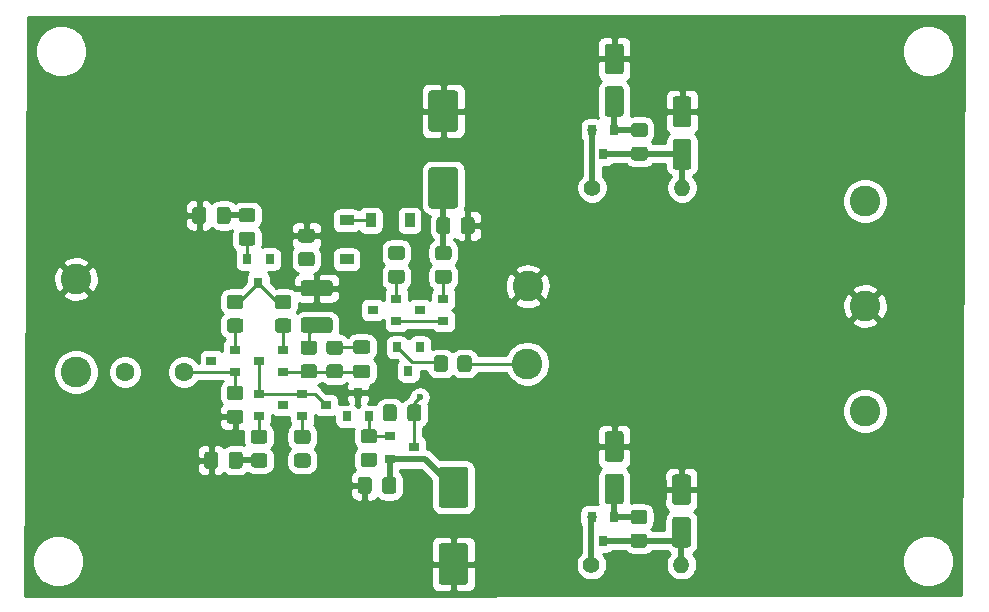
<source format=gbr>
G04 #@! TF.GenerationSoftware,KiCad,Pcbnew,(5.1.7-0-10_14)*
G04 #@! TF.CreationDate,2020-11-05T19:58:30+01:00*
G04 #@! TF.ProjectId,pre-amp-discret,7072652d-616d-4702-9d64-697363726574,rev?*
G04 #@! TF.SameCoordinates,Original*
G04 #@! TF.FileFunction,Copper,L1,Top*
G04 #@! TF.FilePolarity,Positive*
%FSLAX46Y46*%
G04 Gerber Fmt 4.6, Leading zero omitted, Abs format (unit mm)*
G04 Created by KiCad (PCBNEW (5.1.7-0-10_14)) date 2020-11-05 19:58:30*
%MOMM*%
%LPD*%
G01*
G04 APERTURE LIST*
G04 #@! TA.AperFunction,SMDPad,CuDef*
%ADD10R,0.900000X0.800000*%
G04 #@! TD*
G04 #@! TA.AperFunction,SMDPad,CuDef*
%ADD11R,0.800000X0.900000*%
G04 #@! TD*
G04 #@! TA.AperFunction,ComponentPad*
%ADD12O,1.400000X1.400000*%
G04 #@! TD*
G04 #@! TA.AperFunction,ComponentPad*
%ADD13C,1.400000*%
G04 #@! TD*
G04 #@! TA.AperFunction,ComponentPad*
%ADD14C,2.600000*%
G04 #@! TD*
G04 #@! TA.AperFunction,SMDPad,CuDef*
%ADD15R,1.200000X0.900000*%
G04 #@! TD*
G04 #@! TA.AperFunction,SMDPad,CuDef*
%ADD16R,0.900000X1.200000*%
G04 #@! TD*
G04 #@! TA.AperFunction,ComponentPad*
%ADD17C,1.600000*%
G04 #@! TD*
G04 #@! TA.AperFunction,ViaPad*
%ADD18C,0.600000*%
G04 #@! TD*
G04 #@! TA.AperFunction,ViaPad*
%ADD19C,0.800000*%
G04 #@! TD*
G04 #@! TA.AperFunction,Conductor*
%ADD20C,0.500000*%
G04 #@! TD*
G04 #@! TA.AperFunction,Conductor*
%ADD21C,0.250000*%
G04 #@! TD*
G04 #@! TA.AperFunction,Conductor*
%ADD22C,0.254000*%
G04 #@! TD*
G04 #@! TA.AperFunction,Conductor*
%ADD23C,0.100000*%
G04 #@! TD*
G04 APERTURE END LIST*
D10*
X148659600Y-130286800D03*
X146659600Y-131236800D03*
X146659600Y-129336800D03*
G04 #@! TA.AperFunction,SMDPad,CuDef*
G36*
G01*
X139533300Y-134500600D02*
X139533300Y-135450600D01*
G75*
G02*
X139283300Y-135700600I-250000J0D01*
G01*
X138608300Y-135700600D01*
G75*
G02*
X138358300Y-135450600I0J250000D01*
G01*
X138358300Y-134500600D01*
G75*
G02*
X138608300Y-134250600I250000J0D01*
G01*
X139283300Y-134250600D01*
G75*
G02*
X139533300Y-134500600I0J-250000D01*
G01*
G37*
G04 #@! TD.AperFunction*
G04 #@! TA.AperFunction,SMDPad,CuDef*
G36*
G01*
X141608300Y-134500600D02*
X141608300Y-135450600D01*
G75*
G02*
X141358300Y-135700600I-250000J0D01*
G01*
X140683300Y-135700600D01*
G75*
G02*
X140433300Y-135450600I0J250000D01*
G01*
X140433300Y-134500600D01*
G75*
G02*
X140683300Y-134250600I250000J0D01*
G01*
X141358300Y-134250600D01*
G75*
G02*
X141608300Y-134500600I0J-250000D01*
G01*
G37*
G04 #@! TD.AperFunction*
G04 #@! TA.AperFunction,SMDPad,CuDef*
G36*
G01*
X139417300Y-114724200D02*
X139417300Y-113774200D01*
G75*
G02*
X139667300Y-113524200I250000J0D01*
G01*
X140342300Y-113524200D01*
G75*
G02*
X140592300Y-113774200I0J-250000D01*
G01*
X140592300Y-114724200D01*
G75*
G02*
X140342300Y-114974200I-250000J0D01*
G01*
X139667300Y-114974200D01*
G75*
G02*
X139417300Y-114724200I0J250000D01*
G01*
G37*
G04 #@! TD.AperFunction*
G04 #@! TA.AperFunction,SMDPad,CuDef*
G36*
G01*
X137342300Y-114724200D02*
X137342300Y-113774200D01*
G75*
G02*
X137592300Y-113524200I250000J0D01*
G01*
X138267300Y-113524200D01*
G75*
G02*
X138517300Y-113774200I0J-250000D01*
G01*
X138517300Y-114724200D01*
G75*
G02*
X138267300Y-114974200I-250000J0D01*
G01*
X137592300Y-114974200D01*
G75*
G02*
X137342300Y-114724200I0J250000D01*
G01*
G37*
G04 #@! TD.AperFunction*
G04 #@! TA.AperFunction,SMDPad,CuDef*
G36*
G01*
X172525600Y-136114000D02*
X173625600Y-136114000D01*
G75*
G02*
X173875600Y-136364000I0J-250000D01*
G01*
X173875600Y-138464000D01*
G75*
G02*
X173625600Y-138714000I-250000J0D01*
G01*
X172525600Y-138714000D01*
G75*
G02*
X172275600Y-138464000I0J250000D01*
G01*
X172275600Y-136364000D01*
G75*
G02*
X172525600Y-136114000I250000J0D01*
G01*
G37*
G04 #@! TD.AperFunction*
G04 #@! TA.AperFunction,SMDPad,CuDef*
G36*
G01*
X172525600Y-132514000D02*
X173625600Y-132514000D01*
G75*
G02*
X173875600Y-132764000I0J-250000D01*
G01*
X173875600Y-134864000D01*
G75*
G02*
X173625600Y-135114000I-250000J0D01*
G01*
X172525600Y-135114000D01*
G75*
G02*
X172275600Y-134864000I0J250000D01*
G01*
X172275600Y-132764000D01*
G75*
G02*
X172525600Y-132514000I250000J0D01*
G01*
G37*
G04 #@! TD.AperFunction*
G04 #@! TA.AperFunction,SMDPad,CuDef*
G36*
G01*
X178215200Y-139771600D02*
X179315200Y-139771600D01*
G75*
G02*
X179565200Y-140021600I0J-250000D01*
G01*
X179565200Y-142121600D01*
G75*
G02*
X179315200Y-142371600I-250000J0D01*
G01*
X178215200Y-142371600D01*
G75*
G02*
X177965200Y-142121600I0J250000D01*
G01*
X177965200Y-140021600D01*
G75*
G02*
X178215200Y-139771600I250000J0D01*
G01*
G37*
G04 #@! TD.AperFunction*
G04 #@! TA.AperFunction,SMDPad,CuDef*
G36*
G01*
X178215200Y-136171600D02*
X179315200Y-136171600D01*
G75*
G02*
X179565200Y-136421600I0J-250000D01*
G01*
X179565200Y-138521600D01*
G75*
G02*
X179315200Y-138771600I-250000J0D01*
G01*
X178215200Y-138771600D01*
G75*
G02*
X177965200Y-138521600I0J250000D01*
G01*
X177965200Y-136421600D01*
G75*
G02*
X178215200Y-136171600I250000J0D01*
G01*
G37*
G04 #@! TD.AperFunction*
G04 #@! TA.AperFunction,SMDPad,CuDef*
G36*
G01*
X173625600Y-102297200D02*
X172525600Y-102297200D01*
G75*
G02*
X172275600Y-102047200I0J250000D01*
G01*
X172275600Y-99947200D01*
G75*
G02*
X172525600Y-99697200I250000J0D01*
G01*
X173625600Y-99697200D01*
G75*
G02*
X173875600Y-99947200I0J-250000D01*
G01*
X173875600Y-102047200D01*
G75*
G02*
X173625600Y-102297200I-250000J0D01*
G01*
G37*
G04 #@! TD.AperFunction*
G04 #@! TA.AperFunction,SMDPad,CuDef*
G36*
G01*
X173625600Y-105897200D02*
X172525600Y-105897200D01*
G75*
G02*
X172275600Y-105647200I0J250000D01*
G01*
X172275600Y-103547200D01*
G75*
G02*
X172525600Y-103297200I250000J0D01*
G01*
X173625600Y-103297200D01*
G75*
G02*
X173875600Y-103547200I0J-250000D01*
G01*
X173875600Y-105647200D01*
G75*
G02*
X173625600Y-105897200I-250000J0D01*
G01*
G37*
G04 #@! TD.AperFunction*
G04 #@! TA.AperFunction,SMDPad,CuDef*
G36*
G01*
X179366000Y-106767600D02*
X178266000Y-106767600D01*
G75*
G02*
X178016000Y-106517600I0J250000D01*
G01*
X178016000Y-104417600D01*
G75*
G02*
X178266000Y-104167600I250000J0D01*
G01*
X179366000Y-104167600D01*
G75*
G02*
X179616000Y-104417600I0J-250000D01*
G01*
X179616000Y-106517600D01*
G75*
G02*
X179366000Y-106767600I-250000J0D01*
G01*
G37*
G04 #@! TD.AperFunction*
G04 #@! TA.AperFunction,SMDPad,CuDef*
G36*
G01*
X179366000Y-110367600D02*
X178266000Y-110367600D01*
G75*
G02*
X178016000Y-110117600I0J250000D01*
G01*
X178016000Y-108017600D01*
G75*
G02*
X178266000Y-107767600I250000J0D01*
G01*
X179366000Y-107767600D01*
G75*
G02*
X179616000Y-108017600I0J-250000D01*
G01*
X179616000Y-110117600D01*
G75*
G02*
X179366000Y-110367600I-250000J0D01*
G01*
G37*
G04 #@! TD.AperFunction*
G04 #@! TA.AperFunction,SMDPad,CuDef*
G36*
G01*
X148978801Y-121070800D02*
X146778799Y-121070800D01*
G75*
G02*
X146528800Y-120820801I0J249999D01*
G01*
X146528800Y-119995799D01*
G75*
G02*
X146778799Y-119745800I249999J0D01*
G01*
X148978801Y-119745800D01*
G75*
G02*
X149228800Y-119995799I0J-249999D01*
G01*
X149228800Y-120820801D01*
G75*
G02*
X148978801Y-121070800I-249999J0D01*
G01*
G37*
G04 #@! TD.AperFunction*
G04 #@! TA.AperFunction,SMDPad,CuDef*
G36*
G01*
X148978801Y-124195800D02*
X146778799Y-124195800D01*
G75*
G02*
X146528800Y-123945801I0J249999D01*
G01*
X146528800Y-123120799D01*
G75*
G02*
X146778799Y-122870800I249999J0D01*
G01*
X148978801Y-122870800D01*
G75*
G02*
X149228800Y-123120799I0J-249999D01*
G01*
X149228800Y-123945801D01*
G75*
G02*
X148978801Y-124195800I-249999J0D01*
G01*
G37*
G04 #@! TD.AperFunction*
G04 #@! TA.AperFunction,SMDPad,CuDef*
G36*
G01*
X152538100Y-136634200D02*
X152538100Y-137584200D01*
G75*
G02*
X152288100Y-137834200I-250000J0D01*
G01*
X151613100Y-137834200D01*
G75*
G02*
X151363100Y-137584200I0J250000D01*
G01*
X151363100Y-136634200D01*
G75*
G02*
X151613100Y-136384200I250000J0D01*
G01*
X152288100Y-136384200D01*
G75*
G02*
X152538100Y-136634200I0J-250000D01*
G01*
G37*
G04 #@! TD.AperFunction*
G04 #@! TA.AperFunction,SMDPad,CuDef*
G36*
G01*
X154613100Y-136634200D02*
X154613100Y-137584200D01*
G75*
G02*
X154363100Y-137834200I-250000J0D01*
G01*
X153688100Y-137834200D01*
G75*
G02*
X153438100Y-137584200I0J250000D01*
G01*
X153438100Y-136634200D01*
G75*
G02*
X153688100Y-136384200I250000J0D01*
G01*
X154363100Y-136384200D01*
G75*
G02*
X154613100Y-136634200I0J-250000D01*
G01*
G37*
G04 #@! TD.AperFunction*
G04 #@! TA.AperFunction,SMDPad,CuDef*
G36*
G01*
X159185100Y-114637800D02*
X159185100Y-115587800D01*
G75*
G02*
X158935100Y-115837800I-250000J0D01*
G01*
X158260100Y-115837800D01*
G75*
G02*
X158010100Y-115587800I0J250000D01*
G01*
X158010100Y-114637800D01*
G75*
G02*
X158260100Y-114387800I250000J0D01*
G01*
X158935100Y-114387800D01*
G75*
G02*
X159185100Y-114637800I0J-250000D01*
G01*
G37*
G04 #@! TD.AperFunction*
G04 #@! TA.AperFunction,SMDPad,CuDef*
G36*
G01*
X161260100Y-114637800D02*
X161260100Y-115587800D01*
G75*
G02*
X161010100Y-115837800I-250000J0D01*
G01*
X160335100Y-115837800D01*
G75*
G02*
X160085100Y-115587800I0J250000D01*
G01*
X160085100Y-114637800D01*
G75*
G02*
X160335100Y-114387800I250000J0D01*
G01*
X161010100Y-114387800D01*
G75*
G02*
X161260100Y-114637800I0J-250000D01*
G01*
G37*
G04 #@! TD.AperFunction*
G04 #@! TA.AperFunction,SMDPad,CuDef*
G36*
G01*
X160461200Y-139012800D02*
X158461200Y-139012800D01*
G75*
G02*
X158211200Y-138762800I0J250000D01*
G01*
X158211200Y-135762800D01*
G75*
G02*
X158461200Y-135512800I250000J0D01*
G01*
X160461200Y-135512800D01*
G75*
G02*
X160711200Y-135762800I0J-250000D01*
G01*
X160711200Y-138762800D01*
G75*
G02*
X160461200Y-139012800I-250000J0D01*
G01*
G37*
G04 #@! TD.AperFunction*
G04 #@! TA.AperFunction,SMDPad,CuDef*
G36*
G01*
X160461200Y-145512800D02*
X158461200Y-145512800D01*
G75*
G02*
X158211200Y-145262800I0J250000D01*
G01*
X158211200Y-142262800D01*
G75*
G02*
X158461200Y-142012800I250000J0D01*
G01*
X160461200Y-142012800D01*
G75*
G02*
X160711200Y-142262800I0J-250000D01*
G01*
X160711200Y-145262800D01*
G75*
G02*
X160461200Y-145512800I-250000J0D01*
G01*
G37*
G04 #@! TD.AperFunction*
G04 #@! TA.AperFunction,SMDPad,CuDef*
G36*
G01*
X159597600Y-107162400D02*
X157597600Y-107162400D01*
G75*
G02*
X157347600Y-106912400I0J250000D01*
G01*
X157347600Y-103912400D01*
G75*
G02*
X157597600Y-103662400I250000J0D01*
G01*
X159597600Y-103662400D01*
G75*
G02*
X159847600Y-103912400I0J-250000D01*
G01*
X159847600Y-106912400D01*
G75*
G02*
X159597600Y-107162400I-250000J0D01*
G01*
G37*
G04 #@! TD.AperFunction*
G04 #@! TA.AperFunction,SMDPad,CuDef*
G36*
G01*
X159597600Y-113662400D02*
X157597600Y-113662400D01*
G75*
G02*
X157347600Y-113412400I0J250000D01*
G01*
X157347600Y-110412400D01*
G75*
G02*
X157597600Y-110162400I250000J0D01*
G01*
X159597600Y-110162400D01*
G75*
G02*
X159847600Y-110412400I0J-250000D01*
G01*
X159847600Y-113412400D01*
G75*
G02*
X159597600Y-113662400I-250000J0D01*
G01*
G37*
G04 #@! TD.AperFunction*
D11*
X155651200Y-127406400D03*
X154701200Y-125406400D03*
X156601200Y-125406400D03*
G04 #@! TA.AperFunction,SMDPad,CuDef*
G36*
G01*
X141535999Y-115630400D02*
X142436001Y-115630400D01*
G75*
G02*
X142686000Y-115880399I0J-249999D01*
G01*
X142686000Y-116580401D01*
G75*
G02*
X142436001Y-116830400I-249999J0D01*
G01*
X141535999Y-116830400D01*
G75*
G02*
X141286000Y-116580401I0J249999D01*
G01*
X141286000Y-115880399D01*
G75*
G02*
X141535999Y-115630400I249999J0D01*
G01*
G37*
G04 #@! TD.AperFunction*
G04 #@! TA.AperFunction,SMDPad,CuDef*
G36*
G01*
X141535999Y-113630400D02*
X142436001Y-113630400D01*
G75*
G02*
X142686000Y-113880399I0J-249999D01*
G01*
X142686000Y-114580401D01*
G75*
G02*
X142436001Y-114830400I-249999J0D01*
G01*
X141535999Y-114830400D01*
G75*
G02*
X141286000Y-114580401I0J249999D01*
G01*
X141286000Y-113880399D01*
G75*
G02*
X141535999Y-113630400I249999J0D01*
G01*
G37*
G04 #@! TD.AperFunction*
G04 #@! TA.AperFunction,SMDPad,CuDef*
G36*
G01*
X154663900Y-130487400D02*
X154663900Y-131437400D01*
G75*
G02*
X154413900Y-131687400I-250000J0D01*
G01*
X153738900Y-131687400D01*
G75*
G02*
X153488900Y-131437400I0J250000D01*
G01*
X153488900Y-130487400D01*
G75*
G02*
X153738900Y-130237400I250000J0D01*
G01*
X154413900Y-130237400D01*
G75*
G02*
X154663900Y-130487400I0J-250000D01*
G01*
G37*
G04 #@! TD.AperFunction*
G04 #@! TA.AperFunction,SMDPad,CuDef*
G36*
G01*
X156738900Y-130487400D02*
X156738900Y-131437400D01*
G75*
G02*
X156488900Y-131687400I-250000J0D01*
G01*
X155813900Y-131687400D01*
G75*
G02*
X155563900Y-131437400I0J250000D01*
G01*
X155563900Y-130487400D01*
G75*
G02*
X155813900Y-130237400I250000J0D01*
G01*
X156488900Y-130237400D01*
G75*
G02*
X156738900Y-130487400I0J-250000D01*
G01*
G37*
G04 #@! TD.AperFunction*
G04 #@! TA.AperFunction,SMDPad,CuDef*
G36*
G01*
X151213800Y-126869700D02*
X152163800Y-126869700D01*
G75*
G02*
X152413800Y-127119700I0J-250000D01*
G01*
X152413800Y-127794700D01*
G75*
G02*
X152163800Y-128044700I-250000J0D01*
G01*
X151213800Y-128044700D01*
G75*
G02*
X150963800Y-127794700I0J250000D01*
G01*
X150963800Y-127119700D01*
G75*
G02*
X151213800Y-126869700I250000J0D01*
G01*
G37*
G04 #@! TD.AperFunction*
G04 #@! TA.AperFunction,SMDPad,CuDef*
G36*
G01*
X151213800Y-124794700D02*
X152163800Y-124794700D01*
G75*
G02*
X152413800Y-125044700I0J-250000D01*
G01*
X152413800Y-125719700D01*
G75*
G02*
X152163800Y-125969700I-250000J0D01*
G01*
X151213800Y-125969700D01*
G75*
G02*
X150963800Y-125719700I0J250000D01*
G01*
X150963800Y-125044700D01*
G75*
G02*
X151213800Y-124794700I250000J0D01*
G01*
G37*
G04 #@! TD.AperFunction*
D10*
X154635200Y-123190000D03*
X154635200Y-121290000D03*
X152635200Y-122240000D03*
G04 #@! TA.AperFunction,SMDPad,CuDef*
G36*
G01*
X140519999Y-130686000D02*
X141420001Y-130686000D01*
G75*
G02*
X141670000Y-130935999I0J-249999D01*
G01*
X141670000Y-131636001D01*
G75*
G02*
X141420001Y-131886000I-249999J0D01*
G01*
X140519999Y-131886000D01*
G75*
G02*
X140270000Y-131636001I0J249999D01*
G01*
X140270000Y-130935999D01*
G75*
G02*
X140519999Y-130686000I249999J0D01*
G01*
G37*
G04 #@! TD.AperFunction*
G04 #@! TA.AperFunction,SMDPad,CuDef*
G36*
G01*
X140519999Y-128686000D02*
X141420001Y-128686000D01*
G75*
G02*
X141670000Y-128935999I0J-249999D01*
G01*
X141670000Y-129636001D01*
G75*
G02*
X141420001Y-129886000I-249999J0D01*
G01*
X140519999Y-129886000D01*
G75*
G02*
X140270000Y-129636001I0J249999D01*
G01*
X140270000Y-128935999D01*
G75*
G02*
X140519999Y-128686000I249999J0D01*
G01*
G37*
G04 #@! TD.AperFunction*
D12*
X178765200Y-143814800D03*
D13*
X171145200Y-143814800D03*
G04 #@! TA.AperFunction,SMDPad,CuDef*
G36*
G01*
X174708399Y-141182800D02*
X175608401Y-141182800D01*
G75*
G02*
X175858400Y-141432799I0J-249999D01*
G01*
X175858400Y-142132801D01*
G75*
G02*
X175608401Y-142382800I-249999J0D01*
G01*
X174708399Y-142382800D01*
G75*
G02*
X174458400Y-142132801I0J249999D01*
G01*
X174458400Y-141432799D01*
G75*
G02*
X174708399Y-141182800I249999J0D01*
G01*
G37*
G04 #@! TD.AperFunction*
G04 #@! TA.AperFunction,SMDPad,CuDef*
G36*
G01*
X174708399Y-139182800D02*
X175608401Y-139182800D01*
G75*
G02*
X175858400Y-139432799I0J-249999D01*
G01*
X175858400Y-140132801D01*
G75*
G02*
X175608401Y-140382800I-249999J0D01*
G01*
X174708399Y-140382800D01*
G75*
G02*
X174458400Y-140132801I0J249999D01*
G01*
X174458400Y-139432799D01*
G75*
G02*
X174708399Y-139182800I249999J0D01*
G01*
G37*
G04 #@! TD.AperFunction*
D12*
X178816000Y-111912400D03*
D13*
X171196000Y-111912400D03*
G04 #@! TA.AperFunction,SMDPad,CuDef*
G36*
G01*
X174759199Y-108416800D02*
X175659201Y-108416800D01*
G75*
G02*
X175909200Y-108666799I0J-249999D01*
G01*
X175909200Y-109366801D01*
G75*
G02*
X175659201Y-109616800I-249999J0D01*
G01*
X174759199Y-109616800D01*
G75*
G02*
X174509200Y-109366801I0J249999D01*
G01*
X174509200Y-108666799D01*
G75*
G02*
X174759199Y-108416800I249999J0D01*
G01*
G37*
G04 #@! TD.AperFunction*
G04 #@! TA.AperFunction,SMDPad,CuDef*
G36*
G01*
X174759199Y-106416800D02*
X175659201Y-106416800D01*
G75*
G02*
X175909200Y-106666799I0J-249999D01*
G01*
X175909200Y-107366801D01*
G75*
G02*
X175659201Y-107616800I-249999J0D01*
G01*
X174759199Y-107616800D01*
G75*
G02*
X174509200Y-107366801I0J249999D01*
G01*
X174509200Y-106666799D01*
G75*
G02*
X174759199Y-106416800I249999J0D01*
G01*
G37*
G04 #@! TD.AperFunction*
G04 #@! TA.AperFunction,SMDPad,CuDef*
G36*
G01*
X158994400Y-126346799D02*
X158994400Y-127246801D01*
G75*
G02*
X158744401Y-127496800I-249999J0D01*
G01*
X158044399Y-127496800D01*
G75*
G02*
X157794400Y-127246801I0J249999D01*
G01*
X157794400Y-126346799D01*
G75*
G02*
X158044399Y-126096800I249999J0D01*
G01*
X158744401Y-126096800D01*
G75*
G02*
X158994400Y-126346799I0J-249999D01*
G01*
G37*
G04 #@! TD.AperFunction*
G04 #@! TA.AperFunction,SMDPad,CuDef*
G36*
G01*
X160994400Y-126346799D02*
X160994400Y-127246801D01*
G75*
G02*
X160744401Y-127496800I-249999J0D01*
G01*
X160044399Y-127496800D01*
G75*
G02*
X159794400Y-127246801I0J249999D01*
G01*
X159794400Y-126346799D01*
G75*
G02*
X160044399Y-126096800I249999J0D01*
G01*
X160744401Y-126096800D01*
G75*
G02*
X160994400Y-126346799I0J-249999D01*
G01*
G37*
G04 #@! TD.AperFunction*
G04 #@! TA.AperFunction,SMDPad,CuDef*
G36*
G01*
X154185199Y-118830800D02*
X155085201Y-118830800D01*
G75*
G02*
X155335200Y-119080799I0J-249999D01*
G01*
X155335200Y-119780801D01*
G75*
G02*
X155085201Y-120030800I-249999J0D01*
G01*
X154185199Y-120030800D01*
G75*
G02*
X153935200Y-119780801I0J249999D01*
G01*
X153935200Y-119080799D01*
G75*
G02*
X154185199Y-118830800I249999J0D01*
G01*
G37*
G04 #@! TD.AperFunction*
G04 #@! TA.AperFunction,SMDPad,CuDef*
G36*
G01*
X154185199Y-116830800D02*
X155085201Y-116830800D01*
G75*
G02*
X155335200Y-117080799I0J-249999D01*
G01*
X155335200Y-117780801D01*
G75*
G02*
X155085201Y-118030800I-249999J0D01*
G01*
X154185199Y-118030800D01*
G75*
G02*
X153935200Y-117780801I0J249999D01*
G01*
X153935200Y-117080799D01*
G75*
G02*
X154185199Y-116830800I249999J0D01*
G01*
G37*
G04 #@! TD.AperFunction*
G04 #@! TA.AperFunction,SMDPad,CuDef*
G36*
G01*
X158147599Y-118830800D02*
X159047601Y-118830800D01*
G75*
G02*
X159297600Y-119080799I0J-249999D01*
G01*
X159297600Y-119780801D01*
G75*
G02*
X159047601Y-120030800I-249999J0D01*
G01*
X158147599Y-120030800D01*
G75*
G02*
X157897600Y-119780801I0J249999D01*
G01*
X157897600Y-119080799D01*
G75*
G02*
X158147599Y-118830800I249999J0D01*
G01*
G37*
G04 #@! TD.AperFunction*
G04 #@! TA.AperFunction,SMDPad,CuDef*
G36*
G01*
X158147599Y-116830800D02*
X159047601Y-116830800D01*
G75*
G02*
X159297600Y-117080799I0J-249999D01*
G01*
X159297600Y-117780801D01*
G75*
G02*
X159047601Y-118030800I-249999J0D01*
G01*
X158147599Y-118030800D01*
G75*
G02*
X157897600Y-117780801I0J249999D01*
G01*
X157897600Y-117080799D01*
G75*
G02*
X158147599Y-116830800I249999J0D01*
G01*
G37*
G04 #@! TD.AperFunction*
G04 #@! TA.AperFunction,SMDPad,CuDef*
G36*
G01*
X151848399Y-134343600D02*
X152748401Y-134343600D01*
G75*
G02*
X152998400Y-134593599I0J-249999D01*
G01*
X152998400Y-135293601D01*
G75*
G02*
X152748401Y-135543600I-249999J0D01*
G01*
X151848399Y-135543600D01*
G75*
G02*
X151598400Y-135293601I0J249999D01*
G01*
X151598400Y-134593599D01*
G75*
G02*
X151848399Y-134343600I249999J0D01*
G01*
G37*
G04 #@! TD.AperFunction*
G04 #@! TA.AperFunction,SMDPad,CuDef*
G36*
G01*
X151848399Y-132343600D02*
X152748401Y-132343600D01*
G75*
G02*
X152998400Y-132593599I0J-249999D01*
G01*
X152998400Y-133293601D01*
G75*
G02*
X152748401Y-133543600I-249999J0D01*
G01*
X151848399Y-133543600D01*
G75*
G02*
X151598400Y-133293601I0J249999D01*
G01*
X151598400Y-132593599D01*
G75*
G02*
X151848399Y-132343600I249999J0D01*
G01*
G37*
G04 #@! TD.AperFunction*
G04 #@! TA.AperFunction,SMDPad,CuDef*
G36*
G01*
X148952799Y-126844500D02*
X149852801Y-126844500D01*
G75*
G02*
X150102800Y-127094499I0J-249999D01*
G01*
X150102800Y-127794501D01*
G75*
G02*
X149852801Y-128044500I-249999J0D01*
G01*
X148952799Y-128044500D01*
G75*
G02*
X148702800Y-127794501I0J249999D01*
G01*
X148702800Y-127094499D01*
G75*
G02*
X148952799Y-126844500I249999J0D01*
G01*
G37*
G04 #@! TD.AperFunction*
G04 #@! TA.AperFunction,SMDPad,CuDef*
G36*
G01*
X148952799Y-124844500D02*
X149852801Y-124844500D01*
G75*
G02*
X150102800Y-125094499I0J-249999D01*
G01*
X150102800Y-125794501D01*
G75*
G02*
X149852801Y-126044500I-249999J0D01*
G01*
X148952799Y-126044500D01*
G75*
G02*
X148702800Y-125794501I0J249999D01*
G01*
X148702800Y-125094499D01*
G75*
G02*
X148952799Y-124844500I249999J0D01*
G01*
G37*
G04 #@! TD.AperFunction*
G04 #@! TA.AperFunction,SMDPad,CuDef*
G36*
G01*
X147668401Y-126044500D02*
X146768399Y-126044500D01*
G75*
G02*
X146518400Y-125794501I0J249999D01*
G01*
X146518400Y-125094499D01*
G75*
G02*
X146768399Y-124844500I249999J0D01*
G01*
X147668401Y-124844500D01*
G75*
G02*
X147918400Y-125094499I0J-249999D01*
G01*
X147918400Y-125794501D01*
G75*
G02*
X147668401Y-126044500I-249999J0D01*
G01*
G37*
G04 #@! TD.AperFunction*
G04 #@! TA.AperFunction,SMDPad,CuDef*
G36*
G01*
X147668401Y-128044500D02*
X146768399Y-128044500D01*
G75*
G02*
X146518400Y-127794501I0J249999D01*
G01*
X146518400Y-127094499D01*
G75*
G02*
X146768399Y-126844500I249999J0D01*
G01*
X147668401Y-126844500D01*
G75*
G02*
X147918400Y-127094499I0J-249999D01*
G01*
X147918400Y-127794501D01*
G75*
G02*
X147668401Y-128044500I-249999J0D01*
G01*
G37*
G04 #@! TD.AperFunction*
G04 #@! TA.AperFunction,SMDPad,CuDef*
G36*
G01*
X147465201Y-116557600D02*
X146565199Y-116557600D01*
G75*
G02*
X146315200Y-116307601I0J249999D01*
G01*
X146315200Y-115607599D01*
G75*
G02*
X146565199Y-115357600I249999J0D01*
G01*
X147465201Y-115357600D01*
G75*
G02*
X147715200Y-115607599I0J-249999D01*
G01*
X147715200Y-116307601D01*
G75*
G02*
X147465201Y-116557600I-249999J0D01*
G01*
G37*
G04 #@! TD.AperFunction*
G04 #@! TA.AperFunction,SMDPad,CuDef*
G36*
G01*
X147465201Y-118557600D02*
X146565199Y-118557600D01*
G75*
G02*
X146315200Y-118307601I0J249999D01*
G01*
X146315200Y-117607599D01*
G75*
G02*
X146565199Y-117357600I249999J0D01*
G01*
X147465201Y-117357600D01*
G75*
G02*
X147715200Y-117607599I0J-249999D01*
G01*
X147715200Y-118307601D01*
G75*
G02*
X147465201Y-118557600I-249999J0D01*
G01*
G37*
G04 #@! TD.AperFunction*
G04 #@! TA.AperFunction,SMDPad,CuDef*
G36*
G01*
X146209599Y-134394400D02*
X147109601Y-134394400D01*
G75*
G02*
X147359600Y-134644399I0J-249999D01*
G01*
X147359600Y-135344401D01*
G75*
G02*
X147109601Y-135594400I-249999J0D01*
G01*
X146209599Y-135594400D01*
G75*
G02*
X145959600Y-135344401I0J249999D01*
G01*
X145959600Y-134644399D01*
G75*
G02*
X146209599Y-134394400I249999J0D01*
G01*
G37*
G04 #@! TD.AperFunction*
G04 #@! TA.AperFunction,SMDPad,CuDef*
G36*
G01*
X146209599Y-132394400D02*
X147109601Y-132394400D01*
G75*
G02*
X147359600Y-132644399I0J-249999D01*
G01*
X147359600Y-133344401D01*
G75*
G02*
X147109601Y-133594400I-249999J0D01*
G01*
X146209599Y-133594400D01*
G75*
G02*
X145959600Y-133344401I0J249999D01*
G01*
X145959600Y-132644399D01*
G75*
G02*
X146209599Y-132394400I249999J0D01*
G01*
G37*
G04 #@! TD.AperFunction*
G04 #@! TA.AperFunction,SMDPad,CuDef*
G36*
G01*
X144583999Y-122971000D02*
X145484001Y-122971000D01*
G75*
G02*
X145734000Y-123220999I0J-249999D01*
G01*
X145734000Y-123921001D01*
G75*
G02*
X145484001Y-124171000I-249999J0D01*
G01*
X144583999Y-124171000D01*
G75*
G02*
X144334000Y-123921001I0J249999D01*
G01*
X144334000Y-123220999D01*
G75*
G02*
X144583999Y-122971000I249999J0D01*
G01*
G37*
G04 #@! TD.AperFunction*
G04 #@! TA.AperFunction,SMDPad,CuDef*
G36*
G01*
X144583999Y-120971000D02*
X145484001Y-120971000D01*
G75*
G02*
X145734000Y-121220999I0J-249999D01*
G01*
X145734000Y-121921001D01*
G75*
G02*
X145484001Y-122171000I-249999J0D01*
G01*
X144583999Y-122171000D01*
G75*
G02*
X144334000Y-121921001I0J249999D01*
G01*
X144334000Y-121220999D01*
G75*
G02*
X144583999Y-120971000I249999J0D01*
G01*
G37*
G04 #@! TD.AperFunction*
G04 #@! TA.AperFunction,SMDPad,CuDef*
G36*
G01*
X142551999Y-134394400D02*
X143452001Y-134394400D01*
G75*
G02*
X143702000Y-134644399I0J-249999D01*
G01*
X143702000Y-135344401D01*
G75*
G02*
X143452001Y-135594400I-249999J0D01*
G01*
X142551999Y-135594400D01*
G75*
G02*
X142302000Y-135344401I0J249999D01*
G01*
X142302000Y-134644399D01*
G75*
G02*
X142551999Y-134394400I249999J0D01*
G01*
G37*
G04 #@! TD.AperFunction*
G04 #@! TA.AperFunction,SMDPad,CuDef*
G36*
G01*
X142551999Y-132394400D02*
X143452001Y-132394400D01*
G75*
G02*
X143702000Y-132644399I0J-249999D01*
G01*
X143702000Y-133344401D01*
G75*
G02*
X143452001Y-133594400I-249999J0D01*
G01*
X142551999Y-133594400D01*
G75*
G02*
X142302000Y-133344401I0J249999D01*
G01*
X142302000Y-132644399D01*
G75*
G02*
X142551999Y-132394400I249999J0D01*
G01*
G37*
G04 #@! TD.AperFunction*
G04 #@! TA.AperFunction,SMDPad,CuDef*
G36*
G01*
X140519999Y-122971000D02*
X141420001Y-122971000D01*
G75*
G02*
X141670000Y-123220999I0J-249999D01*
G01*
X141670000Y-123921001D01*
G75*
G02*
X141420001Y-124171000I-249999J0D01*
G01*
X140519999Y-124171000D01*
G75*
G02*
X140270000Y-123921001I0J249999D01*
G01*
X140270000Y-123220999D01*
G75*
G02*
X140519999Y-122971000I249999J0D01*
G01*
G37*
G04 #@! TD.AperFunction*
G04 #@! TA.AperFunction,SMDPad,CuDef*
G36*
G01*
X140519999Y-120971000D02*
X141420001Y-120971000D01*
G75*
G02*
X141670000Y-121220999I0J-249999D01*
G01*
X141670000Y-121921001D01*
G75*
G02*
X141420001Y-122171000I-249999J0D01*
G01*
X140519999Y-122171000D01*
G75*
G02*
X140270000Y-121921001I0J249999D01*
G01*
X140270000Y-121220999D01*
G75*
G02*
X140519999Y-120971000I249999J0D01*
G01*
G37*
G04 #@! TD.AperFunction*
D11*
X172110400Y-141782800D03*
X171160400Y-139782800D03*
X173060400Y-139782800D03*
X172146000Y-109035600D03*
X171196000Y-107035600D03*
X173096000Y-107035600D03*
D10*
X156127200Y-133893600D03*
X154127200Y-134843600D03*
X154127200Y-132943600D03*
X156597600Y-122240000D03*
X158597600Y-121290000D03*
X158597600Y-123190000D03*
D11*
X151368800Y-129267200D03*
X152318800Y-131267200D03*
X150418800Y-131267200D03*
D10*
X143002000Y-126555500D03*
X145002000Y-125605500D03*
X145002000Y-127505500D03*
D11*
X142938500Y-119951500D03*
X141988500Y-117951500D03*
X143888500Y-117951500D03*
D10*
X145002000Y-130286800D03*
X143002000Y-131236800D03*
X143002000Y-129336800D03*
X138970000Y-126558000D03*
X140970000Y-125608000D03*
X140970000Y-127508000D03*
D14*
X165760400Y-120243600D03*
X165709600Y-126796800D03*
X194310000Y-121920000D03*
X127508000Y-127508000D03*
X194310000Y-130810000D03*
X127508000Y-119634000D03*
X194310000Y-113030000D03*
D15*
X150418800Y-114657600D03*
X150418800Y-117957600D03*
D16*
X155750800Y-114655600D03*
X152450800Y-114655600D03*
D17*
X131652000Y-127508000D03*
X136652000Y-127508000D03*
D18*
X154686000Y-117398800D03*
X158597600Y-115163600D03*
X141986000Y-114249200D03*
X155752800Y-114706400D03*
D19*
X158597600Y-111912400D03*
X171196000Y-107035600D03*
D18*
X142951200Y-134975600D03*
X146608800Y-134975600D03*
X152298400Y-134924800D03*
X154076400Y-134874000D03*
X155651200Y-127406400D03*
D19*
X159461200Y-137262800D03*
X171160400Y-139782800D03*
D18*
X138938000Y-126542800D03*
X145002000Y-130286800D03*
X150418800Y-131267200D03*
X154076400Y-130962400D03*
X156616400Y-129641600D03*
X156601200Y-125406400D03*
X156597600Y-122240000D03*
D19*
X178765200Y-109016800D03*
X178765200Y-141071600D03*
D18*
X150418800Y-117957600D03*
X147015200Y-117957600D03*
X143865600Y-117957600D03*
X154635200Y-123190000D03*
X151688800Y-125374400D03*
X154701200Y-125406400D03*
X152635200Y-122240000D03*
D20*
X158597600Y-111912400D02*
X158597600Y-111912400D01*
X140023600Y-114230400D02*
X140004800Y-114249200D01*
X141986000Y-114230400D02*
X140023600Y-114230400D01*
X158597600Y-111912400D02*
X158597600Y-117430800D01*
X171196000Y-111912400D02*
X171196000Y-107035600D01*
D21*
X140970000Y-127508000D02*
X136652000Y-127508000D01*
X140970000Y-129286000D02*
X140970000Y-127508000D01*
D20*
X141039600Y-134994400D02*
X141020800Y-134975600D01*
X143002000Y-134994400D02*
X141039600Y-134994400D01*
X154076400Y-137058400D02*
X154025600Y-137109200D01*
X154076400Y-134874000D02*
X154076400Y-137058400D01*
X157072400Y-134874000D02*
X159461200Y-137262800D01*
X154076400Y-134874000D02*
X157072400Y-134874000D01*
X171145200Y-139798000D02*
X171160400Y-139782800D01*
X171145200Y-143814800D02*
X171145200Y-139798000D01*
X159461200Y-137262800D02*
X159461200Y-137262800D01*
D21*
X147218400Y-124193700D02*
X147878800Y-123533300D01*
X147218400Y-125444500D02*
X147218400Y-124193700D01*
X156127200Y-130986600D02*
X156151400Y-130962400D01*
X156127200Y-133893600D02*
X156127200Y-130986600D01*
X156151400Y-130106600D02*
X156616400Y-129641600D01*
X156151400Y-130962400D02*
X156151400Y-130106600D01*
D20*
X175190400Y-109035600D02*
X175209200Y-109016800D01*
X172146000Y-109035600D02*
X175190400Y-109035600D01*
X178765200Y-109016800D02*
X178765200Y-109016800D01*
X175209200Y-109016800D02*
X178765200Y-109016800D01*
X178816000Y-111912400D02*
X178816000Y-109067600D01*
X178765200Y-109016800D02*
X178816000Y-109067600D01*
X173096000Y-104617600D02*
X173075600Y-104597200D01*
X173096000Y-107035600D02*
X173096000Y-104617600D01*
X173114800Y-107016800D02*
X173096000Y-107035600D01*
X175209200Y-107016800D02*
X173114800Y-107016800D01*
X172110400Y-141782800D02*
X175158400Y-141782800D01*
X178054000Y-141782800D02*
X178765200Y-141071600D01*
X175158400Y-141782800D02*
X178054000Y-141782800D01*
X178765200Y-143814800D02*
X178765200Y-141071600D01*
X178765200Y-141071600D02*
X178765200Y-141071600D01*
X175158400Y-139782800D02*
X173060400Y-139782800D01*
X173060400Y-137429200D02*
X173075600Y-137414000D01*
X173060400Y-139782800D02*
X173060400Y-137429200D01*
D21*
X150420800Y-114655600D02*
X150418800Y-114657600D01*
X152450800Y-114655600D02*
X150420800Y-114655600D01*
X154635200Y-123190000D02*
X154635200Y-123190000D01*
X154635200Y-123190000D02*
X158597600Y-123190000D01*
X160394400Y-126796800D02*
X165709600Y-126796800D01*
X140970000Y-125608000D02*
X140970000Y-123571000D01*
X143002000Y-133146800D02*
X142951200Y-133197600D01*
X143002000Y-131236800D02*
X143002000Y-132994400D01*
X147709600Y-129336800D02*
X148659600Y-130286800D01*
X146659600Y-129336800D02*
X147709600Y-129336800D01*
X146659600Y-129336800D02*
X143002000Y-129336800D01*
X143002000Y-129336800D02*
X143002000Y-126555500D01*
X144558000Y-121571000D02*
X142938500Y-119951500D01*
X145034000Y-121571000D02*
X144558000Y-121571000D01*
X141319000Y-121571000D02*
X142938500Y-119951500D01*
X140970000Y-121571000D02*
X141319000Y-121571000D01*
X141988500Y-116232900D02*
X141986000Y-116230400D01*
X141988500Y-117951500D02*
X141988500Y-116232900D01*
X146659600Y-131236800D02*
X146659600Y-132994400D01*
X145002000Y-123603000D02*
X145034000Y-123571000D01*
X145002000Y-125605500D02*
X145002000Y-123603000D01*
X152318800Y-132923200D02*
X152298400Y-132943600D01*
X152318800Y-131267200D02*
X152318800Y-132923200D01*
X152298400Y-132943600D02*
X154127200Y-132943600D01*
X158597600Y-121290000D02*
X158597600Y-119430800D01*
X154635200Y-121290000D02*
X154635200Y-119430800D01*
X151640500Y-127505500D02*
X151688800Y-127457200D01*
X145002000Y-127505500D02*
X151640500Y-127505500D01*
X149472900Y-125374400D02*
X149402800Y-125444500D01*
X151688800Y-125374400D02*
X149472900Y-125374400D01*
X155926199Y-126631399D02*
X154701200Y-125406400D01*
X158228999Y-126631399D02*
X155926199Y-126631399D01*
X158394400Y-126796800D02*
X158228999Y-126631399D01*
D22*
X202438653Y-146399351D02*
X123190657Y-146462648D01*
X123207011Y-143289872D01*
X123749000Y-143289872D01*
X123749000Y-143730128D01*
X123834890Y-144161925D01*
X124003369Y-144568669D01*
X124247962Y-144934729D01*
X124559271Y-145246038D01*
X124925331Y-145490631D01*
X125332075Y-145659110D01*
X125763872Y-145745000D01*
X126204128Y-145745000D01*
X126635925Y-145659110D01*
X126989148Y-145512800D01*
X157573128Y-145512800D01*
X157585388Y-145637282D01*
X157621698Y-145756980D01*
X157680663Y-145867294D01*
X157760015Y-145963985D01*
X157856706Y-146043337D01*
X157967020Y-146102302D01*
X158086718Y-146138612D01*
X158211200Y-146150872D01*
X159175450Y-146147800D01*
X159334200Y-145989050D01*
X159334200Y-143889800D01*
X159588200Y-143889800D01*
X159588200Y-145989050D01*
X159746950Y-146147800D01*
X160711200Y-146150872D01*
X160835682Y-146138612D01*
X160955380Y-146102302D01*
X161065694Y-146043337D01*
X161162385Y-145963985D01*
X161241737Y-145867294D01*
X161300702Y-145756980D01*
X161337012Y-145637282D01*
X161349272Y-145512800D01*
X161346200Y-144048550D01*
X161187450Y-143889800D01*
X159588200Y-143889800D01*
X159334200Y-143889800D01*
X157734950Y-143889800D01*
X157576200Y-144048550D01*
X157573128Y-145512800D01*
X126989148Y-145512800D01*
X127042669Y-145490631D01*
X127408729Y-145246038D01*
X127720038Y-144934729D01*
X127964631Y-144568669D01*
X128133110Y-144161925D01*
X128219000Y-143730128D01*
X128219000Y-143683314D01*
X169810200Y-143683314D01*
X169810200Y-143946286D01*
X169861504Y-144204205D01*
X169962139Y-144447159D01*
X170108238Y-144665813D01*
X170294187Y-144851762D01*
X170512841Y-144997861D01*
X170755795Y-145098496D01*
X171013714Y-145149800D01*
X171276686Y-145149800D01*
X171534605Y-145098496D01*
X171777559Y-144997861D01*
X171996213Y-144851762D01*
X172182162Y-144665813D01*
X172328261Y-144447159D01*
X172428896Y-144204205D01*
X172480200Y-143946286D01*
X172480200Y-143683314D01*
X172428896Y-143425395D01*
X172328261Y-143182441D01*
X172182162Y-142963787D01*
X172089247Y-142870872D01*
X172510400Y-142870872D01*
X172634882Y-142858612D01*
X172754580Y-142822302D01*
X172864894Y-142763337D01*
X172961585Y-142683985D01*
X172974868Y-142667800D01*
X174004146Y-142667800D01*
X174080438Y-142760762D01*
X174215013Y-142871205D01*
X174368549Y-142953272D01*
X174535145Y-143003808D01*
X174708399Y-143020872D01*
X175608401Y-143020872D01*
X175781655Y-143003808D01*
X175948251Y-142953272D01*
X176101787Y-142871205D01*
X176236362Y-142760762D01*
X176312654Y-142667800D01*
X177520138Y-142667800D01*
X177587238Y-142749562D01*
X177721814Y-142860005D01*
X177793632Y-142898393D01*
X177728238Y-142963787D01*
X177582139Y-143182441D01*
X177481504Y-143425395D01*
X177430200Y-143683314D01*
X177430200Y-143946286D01*
X177481504Y-144204205D01*
X177582139Y-144447159D01*
X177728238Y-144665813D01*
X177914187Y-144851762D01*
X178132841Y-144997861D01*
X178375795Y-145098496D01*
X178633714Y-145149800D01*
X178896686Y-145149800D01*
X179154605Y-145098496D01*
X179397559Y-144997861D01*
X179616213Y-144851762D01*
X179802162Y-144665813D01*
X179948261Y-144447159D01*
X180048896Y-144204205D01*
X180100200Y-143946286D01*
X180100200Y-143683314D01*
X180048896Y-143425395D01*
X179992761Y-143289872D01*
X197409000Y-143289872D01*
X197409000Y-143730128D01*
X197494890Y-144161925D01*
X197663369Y-144568669D01*
X197907962Y-144934729D01*
X198219271Y-145246038D01*
X198585331Y-145490631D01*
X198992075Y-145659110D01*
X199423872Y-145745000D01*
X199864128Y-145745000D01*
X200295925Y-145659110D01*
X200702669Y-145490631D01*
X201068729Y-145246038D01*
X201380038Y-144934729D01*
X201624631Y-144568669D01*
X201793110Y-144161925D01*
X201879000Y-143730128D01*
X201879000Y-143289872D01*
X201793110Y-142858075D01*
X201624631Y-142451331D01*
X201380038Y-142085271D01*
X201068729Y-141773962D01*
X200702669Y-141529369D01*
X200295925Y-141360890D01*
X199864128Y-141275000D01*
X199423872Y-141275000D01*
X198992075Y-141360890D01*
X198585331Y-141529369D01*
X198219271Y-141773962D01*
X197907962Y-142085271D01*
X197663369Y-142451331D01*
X197494890Y-142858075D01*
X197409000Y-143289872D01*
X179992761Y-143289872D01*
X179948261Y-143182441D01*
X179802162Y-142963787D01*
X179736768Y-142898393D01*
X179808586Y-142860005D01*
X179943162Y-142749562D01*
X180053605Y-142614986D01*
X180135672Y-142461450D01*
X180186208Y-142294854D01*
X180203272Y-142121600D01*
X180203272Y-140021600D01*
X180186208Y-139848346D01*
X180135672Y-139681750D01*
X180053605Y-139528214D01*
X179943162Y-139393638D01*
X179866387Y-139330631D01*
X179919694Y-139302137D01*
X180016385Y-139222785D01*
X180095737Y-139126094D01*
X180154702Y-139015780D01*
X180191012Y-138896082D01*
X180203272Y-138771600D01*
X180200200Y-137757350D01*
X180041450Y-137598600D01*
X178892200Y-137598600D01*
X178892200Y-137618600D01*
X178638200Y-137618600D01*
X178638200Y-137598600D01*
X177488950Y-137598600D01*
X177330200Y-137757350D01*
X177327128Y-138771600D01*
X177339388Y-138896082D01*
X177375698Y-139015780D01*
X177434663Y-139126094D01*
X177514015Y-139222785D01*
X177610706Y-139302137D01*
X177664013Y-139330631D01*
X177587238Y-139393638D01*
X177476795Y-139528214D01*
X177394728Y-139681750D01*
X177344192Y-139848346D01*
X177327128Y-140021600D01*
X177327128Y-140897800D01*
X176312654Y-140897800D01*
X176236362Y-140804838D01*
X176209509Y-140782800D01*
X176236362Y-140760762D01*
X176346805Y-140626187D01*
X176428872Y-140472651D01*
X176479408Y-140306055D01*
X176496472Y-140132801D01*
X176496472Y-139432799D01*
X176479408Y-139259545D01*
X176428872Y-139092949D01*
X176346805Y-138939413D01*
X176236362Y-138804838D01*
X176101787Y-138694395D01*
X175948251Y-138612328D01*
X175781655Y-138561792D01*
X175608401Y-138544728D01*
X174708399Y-138544728D01*
X174535145Y-138561792D01*
X174503082Y-138571518D01*
X174513672Y-138464000D01*
X174513672Y-136364000D01*
X174496608Y-136190746D01*
X174490801Y-136171600D01*
X177327128Y-136171600D01*
X177330200Y-137185850D01*
X177488950Y-137344600D01*
X178638200Y-137344600D01*
X178638200Y-135695350D01*
X178892200Y-135695350D01*
X178892200Y-137344600D01*
X180041450Y-137344600D01*
X180200200Y-137185850D01*
X180203272Y-136171600D01*
X180191012Y-136047118D01*
X180154702Y-135927420D01*
X180095737Y-135817106D01*
X180016385Y-135720415D01*
X179919694Y-135641063D01*
X179809380Y-135582098D01*
X179689682Y-135545788D01*
X179565200Y-135533528D01*
X179050950Y-135536600D01*
X178892200Y-135695350D01*
X178638200Y-135695350D01*
X178479450Y-135536600D01*
X177965200Y-135533528D01*
X177840718Y-135545788D01*
X177721020Y-135582098D01*
X177610706Y-135641063D01*
X177514015Y-135720415D01*
X177434663Y-135817106D01*
X177375698Y-135927420D01*
X177339388Y-136047118D01*
X177327128Y-136171600D01*
X174490801Y-136171600D01*
X174446072Y-136024150D01*
X174364005Y-135870614D01*
X174253562Y-135736038D01*
X174176787Y-135673031D01*
X174230094Y-135644537D01*
X174326785Y-135565185D01*
X174406137Y-135468494D01*
X174465102Y-135358180D01*
X174501412Y-135238482D01*
X174513672Y-135114000D01*
X174510600Y-134099750D01*
X174351850Y-133941000D01*
X173202600Y-133941000D01*
X173202600Y-133961000D01*
X172948600Y-133961000D01*
X172948600Y-133941000D01*
X171799350Y-133941000D01*
X171640600Y-134099750D01*
X171637528Y-135114000D01*
X171649788Y-135238482D01*
X171686098Y-135358180D01*
X171745063Y-135468494D01*
X171824415Y-135565185D01*
X171921106Y-135644537D01*
X171974413Y-135673031D01*
X171897638Y-135736038D01*
X171787195Y-135870614D01*
X171705128Y-136024150D01*
X171654592Y-136190746D01*
X171637528Y-136364000D01*
X171637528Y-138464000D01*
X171654592Y-138637254D01*
X171675464Y-138706060D01*
X171560400Y-138694728D01*
X170760400Y-138694728D01*
X170635918Y-138706988D01*
X170516220Y-138743298D01*
X170405906Y-138802263D01*
X170309215Y-138881615D01*
X170229863Y-138978306D01*
X170170898Y-139088620D01*
X170134588Y-139208318D01*
X170122328Y-139332800D01*
X170122328Y-140232800D01*
X170134588Y-140357282D01*
X170170898Y-140476980D01*
X170229863Y-140587294D01*
X170260201Y-140624261D01*
X170260200Y-142811825D01*
X170108238Y-142963787D01*
X169962139Y-143182441D01*
X169861504Y-143425395D01*
X169810200Y-143683314D01*
X128219000Y-143683314D01*
X128219000Y-143289872D01*
X128133110Y-142858075D01*
X127964631Y-142451331D01*
X127720038Y-142085271D01*
X127647567Y-142012800D01*
X157573128Y-142012800D01*
X157576200Y-143477050D01*
X157734950Y-143635800D01*
X159334200Y-143635800D01*
X159334200Y-141536550D01*
X159588200Y-141536550D01*
X159588200Y-143635800D01*
X161187450Y-143635800D01*
X161346200Y-143477050D01*
X161349272Y-142012800D01*
X161337012Y-141888318D01*
X161300702Y-141768620D01*
X161241737Y-141658306D01*
X161162385Y-141561615D01*
X161065694Y-141482263D01*
X160955380Y-141423298D01*
X160835682Y-141386988D01*
X160711200Y-141374728D01*
X159746950Y-141377800D01*
X159588200Y-141536550D01*
X159334200Y-141536550D01*
X159175450Y-141377800D01*
X158211200Y-141374728D01*
X158086718Y-141386988D01*
X157967020Y-141423298D01*
X157856706Y-141482263D01*
X157760015Y-141561615D01*
X157680663Y-141658306D01*
X157621698Y-141768620D01*
X157585388Y-141888318D01*
X157573128Y-142012800D01*
X127647567Y-142012800D01*
X127408729Y-141773962D01*
X127042669Y-141529369D01*
X126635925Y-141360890D01*
X126204128Y-141275000D01*
X125763872Y-141275000D01*
X125332075Y-141360890D01*
X124925331Y-141529369D01*
X124559271Y-141773962D01*
X124247962Y-142085271D01*
X124003369Y-142451331D01*
X123834890Y-142858075D01*
X123749000Y-143289872D01*
X123207011Y-143289872D01*
X123235132Y-137834200D01*
X150725028Y-137834200D01*
X150737288Y-137958682D01*
X150773598Y-138078380D01*
X150832563Y-138188694D01*
X150911915Y-138285385D01*
X151008606Y-138364737D01*
X151118920Y-138423702D01*
X151238618Y-138460012D01*
X151363100Y-138472272D01*
X151664850Y-138469200D01*
X151823600Y-138310450D01*
X151823600Y-137236200D01*
X150886850Y-137236200D01*
X150728100Y-137394950D01*
X150725028Y-137834200D01*
X123235132Y-137834200D01*
X123246130Y-135700600D01*
X137720228Y-135700600D01*
X137732488Y-135825082D01*
X137768798Y-135944780D01*
X137827763Y-136055094D01*
X137907115Y-136151785D01*
X138003806Y-136231137D01*
X138114120Y-136290102D01*
X138233818Y-136326412D01*
X138358300Y-136338672D01*
X138660050Y-136335600D01*
X138818800Y-136176850D01*
X138818800Y-135102600D01*
X137882050Y-135102600D01*
X137723300Y-135261350D01*
X137720228Y-135700600D01*
X123246130Y-135700600D01*
X123253604Y-134250600D01*
X137720228Y-134250600D01*
X137723300Y-134689850D01*
X137882050Y-134848600D01*
X138818800Y-134848600D01*
X138818800Y-133774350D01*
X138660050Y-133615600D01*
X138358300Y-133612528D01*
X138233818Y-133624788D01*
X138114120Y-133661098D01*
X138003806Y-133720063D01*
X137907115Y-133799415D01*
X137827763Y-133896106D01*
X137768798Y-134006420D01*
X137732488Y-134126118D01*
X137720228Y-134250600D01*
X123253604Y-134250600D01*
X123265792Y-131886000D01*
X139631928Y-131886000D01*
X139644188Y-132010482D01*
X139680498Y-132130180D01*
X139739463Y-132240494D01*
X139818815Y-132337185D01*
X139915506Y-132416537D01*
X140025820Y-132475502D01*
X140145518Y-132511812D01*
X140270000Y-132524072D01*
X140684250Y-132521000D01*
X140843000Y-132362250D01*
X140843000Y-131413000D01*
X139793750Y-131413000D01*
X139635000Y-131571750D01*
X139631928Y-131886000D01*
X123265792Y-131886000D01*
X123289342Y-127317419D01*
X125573000Y-127317419D01*
X125573000Y-127698581D01*
X125647361Y-128072419D01*
X125793225Y-128424566D01*
X126004987Y-128741491D01*
X126274509Y-129011013D01*
X126591434Y-129222775D01*
X126943581Y-129368639D01*
X127317419Y-129443000D01*
X127698581Y-129443000D01*
X128072419Y-129368639D01*
X128424566Y-129222775D01*
X128741491Y-129011013D01*
X129011013Y-128741491D01*
X129222775Y-128424566D01*
X129368639Y-128072419D01*
X129443000Y-127698581D01*
X129443000Y-127366665D01*
X130217000Y-127366665D01*
X130217000Y-127649335D01*
X130272147Y-127926574D01*
X130380320Y-128187727D01*
X130537363Y-128422759D01*
X130737241Y-128622637D01*
X130972273Y-128779680D01*
X131233426Y-128887853D01*
X131510665Y-128943000D01*
X131793335Y-128943000D01*
X132070574Y-128887853D01*
X132331727Y-128779680D01*
X132566759Y-128622637D01*
X132766637Y-128422759D01*
X132923680Y-128187727D01*
X133031853Y-127926574D01*
X133087000Y-127649335D01*
X133087000Y-127366665D01*
X135217000Y-127366665D01*
X135217000Y-127649335D01*
X135272147Y-127926574D01*
X135380320Y-128187727D01*
X135537363Y-128422759D01*
X135737241Y-128622637D01*
X135972273Y-128779680D01*
X136233426Y-128887853D01*
X136510665Y-128943000D01*
X136793335Y-128943000D01*
X137070574Y-128887853D01*
X137331727Y-128779680D01*
X137566759Y-128622637D01*
X137766637Y-128422759D01*
X137870043Y-128268000D01*
X139940824Y-128268000D01*
X139892038Y-128308038D01*
X139781595Y-128442613D01*
X139699528Y-128596149D01*
X139648992Y-128762745D01*
X139631928Y-128935999D01*
X139631928Y-129636001D01*
X139648992Y-129809255D01*
X139699528Y-129975851D01*
X139781595Y-130129387D01*
X139848276Y-130210637D01*
X139818815Y-130234815D01*
X139739463Y-130331506D01*
X139680498Y-130441820D01*
X139644188Y-130561518D01*
X139631928Y-130686000D01*
X139635000Y-131000250D01*
X139793750Y-131159000D01*
X140843000Y-131159000D01*
X140843000Y-131139000D01*
X141097000Y-131139000D01*
X141097000Y-131159000D01*
X141117000Y-131159000D01*
X141117000Y-131413000D01*
X141097000Y-131413000D01*
X141097000Y-132362250D01*
X141255750Y-132521000D01*
X141670000Y-132524072D01*
X141675836Y-132523497D01*
X141663928Y-132644399D01*
X141663928Y-133344401D01*
X141680992Y-133517655D01*
X141731528Y-133684251D01*
X141741793Y-133703456D01*
X141698150Y-133680128D01*
X141531554Y-133629592D01*
X141358300Y-133612528D01*
X140683300Y-133612528D01*
X140510046Y-133629592D01*
X140343450Y-133680128D01*
X140189914Y-133762195D01*
X140055338Y-133872638D01*
X140049958Y-133879194D01*
X139984485Y-133799415D01*
X139887794Y-133720063D01*
X139777480Y-133661098D01*
X139657782Y-133624788D01*
X139533300Y-133612528D01*
X139231550Y-133615600D01*
X139072800Y-133774350D01*
X139072800Y-134848600D01*
X139092800Y-134848600D01*
X139092800Y-135102600D01*
X139072800Y-135102600D01*
X139072800Y-136176850D01*
X139231550Y-136335600D01*
X139533300Y-136338672D01*
X139657782Y-136326412D01*
X139777480Y-136290102D01*
X139887794Y-136231137D01*
X139984485Y-136151785D01*
X140049958Y-136072006D01*
X140055338Y-136078562D01*
X140189914Y-136189005D01*
X140343450Y-136271072D01*
X140510046Y-136321608D01*
X140683300Y-136338672D01*
X141358300Y-136338672D01*
X141531554Y-136321608D01*
X141698150Y-136271072D01*
X141851686Y-136189005D01*
X141986262Y-136078562D01*
X142013299Y-136045617D01*
X142058613Y-136082805D01*
X142212149Y-136164872D01*
X142378745Y-136215408D01*
X142551999Y-136232472D01*
X143452001Y-136232472D01*
X143625255Y-136215408D01*
X143791851Y-136164872D01*
X143945387Y-136082805D01*
X144079962Y-135972362D01*
X144190405Y-135837787D01*
X144272472Y-135684251D01*
X144323008Y-135517655D01*
X144340072Y-135344401D01*
X144340072Y-134644399D01*
X144323008Y-134471145D01*
X144272472Y-134304549D01*
X144190405Y-134151013D01*
X144079962Y-134016438D01*
X144053109Y-133994400D01*
X144079962Y-133972362D01*
X144190405Y-133837787D01*
X144272472Y-133684251D01*
X144323008Y-133517655D01*
X144340072Y-133344401D01*
X144340072Y-132644399D01*
X144323008Y-132471145D01*
X144272472Y-132304549D01*
X144190405Y-132151013D01*
X144079962Y-132016438D01*
X144002901Y-131953196D01*
X144041502Y-131880980D01*
X144077812Y-131761282D01*
X144090072Y-131636800D01*
X144090072Y-131124895D01*
X144100815Y-131137985D01*
X144197506Y-131217337D01*
X144307820Y-131276302D01*
X144427518Y-131312612D01*
X144552000Y-131324872D01*
X145452000Y-131324872D01*
X145571528Y-131313100D01*
X145571528Y-131636800D01*
X145583788Y-131761282D01*
X145620098Y-131880980D01*
X145658699Y-131953196D01*
X145581638Y-132016438D01*
X145471195Y-132151013D01*
X145389128Y-132304549D01*
X145338592Y-132471145D01*
X145321528Y-132644399D01*
X145321528Y-133344401D01*
X145338592Y-133517655D01*
X145389128Y-133684251D01*
X145471195Y-133837787D01*
X145581638Y-133972362D01*
X145608491Y-133994400D01*
X145581638Y-134016438D01*
X145471195Y-134151013D01*
X145389128Y-134304549D01*
X145338592Y-134471145D01*
X145321528Y-134644399D01*
X145321528Y-135344401D01*
X145338592Y-135517655D01*
X145389128Y-135684251D01*
X145471195Y-135837787D01*
X145581638Y-135972362D01*
X145716213Y-136082805D01*
X145869749Y-136164872D01*
X146036345Y-136215408D01*
X146209599Y-136232472D01*
X147109601Y-136232472D01*
X147282855Y-136215408D01*
X147449451Y-136164872D01*
X147602987Y-136082805D01*
X147737562Y-135972362D01*
X147848005Y-135837787D01*
X147930072Y-135684251D01*
X147980608Y-135517655D01*
X147997672Y-135344401D01*
X147997672Y-134644399D01*
X147980608Y-134471145D01*
X147930072Y-134304549D01*
X147848005Y-134151013D01*
X147737562Y-134016438D01*
X147710709Y-133994400D01*
X147737562Y-133972362D01*
X147848005Y-133837787D01*
X147930072Y-133684251D01*
X147980608Y-133517655D01*
X147997672Y-133344401D01*
X147997672Y-132644399D01*
X147980608Y-132471145D01*
X147930072Y-132304549D01*
X147848005Y-132151013D01*
X147737562Y-132016438D01*
X147660501Y-131953196D01*
X147699102Y-131880980D01*
X147735412Y-131761282D01*
X147747672Y-131636800D01*
X147747672Y-131124895D01*
X147758415Y-131137985D01*
X147855106Y-131217337D01*
X147965420Y-131276302D01*
X148085118Y-131312612D01*
X148209600Y-131324872D01*
X149109600Y-131324872D01*
X149234082Y-131312612D01*
X149353780Y-131276302D01*
X149380728Y-131261898D01*
X149380728Y-131717200D01*
X149392988Y-131841682D01*
X149429298Y-131961380D01*
X149488263Y-132071694D01*
X149567615Y-132168385D01*
X149664306Y-132247737D01*
X149774620Y-132306702D01*
X149894318Y-132343012D01*
X150018800Y-132355272D01*
X150818800Y-132355272D01*
X150943282Y-132343012D01*
X151006685Y-132323779D01*
X150977392Y-132420345D01*
X150960328Y-132593599D01*
X150960328Y-133293601D01*
X150977392Y-133466855D01*
X151027928Y-133633451D01*
X151109995Y-133786987D01*
X151220438Y-133921562D01*
X151247291Y-133943600D01*
X151220438Y-133965638D01*
X151109995Y-134100213D01*
X151027928Y-134253749D01*
X150977392Y-134420345D01*
X150960328Y-134593599D01*
X150960328Y-135293601D01*
X150977392Y-135466855D01*
X151027928Y-135633451D01*
X151109995Y-135786987D01*
X151117115Y-135795663D01*
X151008606Y-135853663D01*
X150911915Y-135933015D01*
X150832563Y-136029706D01*
X150773598Y-136140020D01*
X150737288Y-136259718D01*
X150725028Y-136384200D01*
X150728100Y-136823450D01*
X150886850Y-136982200D01*
X151823600Y-136982200D01*
X151823600Y-136962200D01*
X152077600Y-136962200D01*
X152077600Y-136982200D01*
X152097600Y-136982200D01*
X152097600Y-137236200D01*
X152077600Y-137236200D01*
X152077600Y-138310450D01*
X152236350Y-138469200D01*
X152538100Y-138472272D01*
X152662582Y-138460012D01*
X152782280Y-138423702D01*
X152892594Y-138364737D01*
X152989285Y-138285385D01*
X153054758Y-138205606D01*
X153060138Y-138212162D01*
X153194714Y-138322605D01*
X153348250Y-138404672D01*
X153514846Y-138455208D01*
X153688100Y-138472272D01*
X154363100Y-138472272D01*
X154536354Y-138455208D01*
X154702950Y-138404672D01*
X154856486Y-138322605D01*
X154991062Y-138212162D01*
X155101505Y-138077586D01*
X155183572Y-137924050D01*
X155234108Y-137757454D01*
X155251172Y-137584200D01*
X155251172Y-136634200D01*
X155234108Y-136460946D01*
X155183572Y-136294350D01*
X155101505Y-136140814D01*
X154991062Y-136006238D01*
X154961400Y-135981895D01*
X154961400Y-135759000D01*
X156705822Y-135759000D01*
X157573128Y-136626306D01*
X157573128Y-138762800D01*
X157590192Y-138936054D01*
X157640728Y-139102650D01*
X157722795Y-139256186D01*
X157833238Y-139390762D01*
X157967814Y-139501205D01*
X158121350Y-139583272D01*
X158287946Y-139633808D01*
X158461200Y-139650872D01*
X160461200Y-139650872D01*
X160634454Y-139633808D01*
X160801050Y-139583272D01*
X160954586Y-139501205D01*
X161089162Y-139390762D01*
X161199605Y-139256186D01*
X161281672Y-139102650D01*
X161332208Y-138936054D01*
X161349272Y-138762800D01*
X161349272Y-135762800D01*
X161332208Y-135589546D01*
X161281672Y-135422950D01*
X161199605Y-135269414D01*
X161089162Y-135134838D01*
X160954586Y-135024395D01*
X160801050Y-134942328D01*
X160634454Y-134891792D01*
X160461200Y-134874728D01*
X158461200Y-134874728D01*
X158336944Y-134886966D01*
X157728934Y-134278956D01*
X157701217Y-134245183D01*
X157566459Y-134134589D01*
X157412713Y-134052411D01*
X157245890Y-134001805D01*
X157215272Y-133998789D01*
X157215272Y-133493600D01*
X157203012Y-133369118D01*
X157166702Y-133249420D01*
X157107737Y-133139106D01*
X157028385Y-133042415D01*
X156931694Y-132963063D01*
X156887200Y-132939280D01*
X156887200Y-132514000D01*
X171637528Y-132514000D01*
X171640600Y-133528250D01*
X171799350Y-133687000D01*
X172948600Y-133687000D01*
X172948600Y-132037750D01*
X173202600Y-132037750D01*
X173202600Y-133687000D01*
X174351850Y-133687000D01*
X174510600Y-133528250D01*
X174513672Y-132514000D01*
X174501412Y-132389518D01*
X174465102Y-132269820D01*
X174406137Y-132159506D01*
X174326785Y-132062815D01*
X174230094Y-131983463D01*
X174119780Y-131924498D01*
X174000082Y-131888188D01*
X173875600Y-131875928D01*
X173361350Y-131879000D01*
X173202600Y-132037750D01*
X172948600Y-132037750D01*
X172789850Y-131879000D01*
X172275600Y-131875928D01*
X172151118Y-131888188D01*
X172031420Y-131924498D01*
X171921106Y-131983463D01*
X171824415Y-132062815D01*
X171745063Y-132159506D01*
X171686098Y-132269820D01*
X171649788Y-132389518D01*
X171637528Y-132514000D01*
X156887200Y-132514000D01*
X156887200Y-132226630D01*
X156982286Y-132175805D01*
X157116862Y-132065362D01*
X157227305Y-131930786D01*
X157309372Y-131777250D01*
X157359908Y-131610654D01*
X157376972Y-131437400D01*
X157376972Y-130619419D01*
X192375000Y-130619419D01*
X192375000Y-131000581D01*
X192449361Y-131374419D01*
X192595225Y-131726566D01*
X192806987Y-132043491D01*
X193076509Y-132313013D01*
X193393434Y-132524775D01*
X193745581Y-132670639D01*
X194119419Y-132745000D01*
X194500581Y-132745000D01*
X194874419Y-132670639D01*
X195226566Y-132524775D01*
X195543491Y-132313013D01*
X195813013Y-132043491D01*
X196024775Y-131726566D01*
X196170639Y-131374419D01*
X196245000Y-131000581D01*
X196245000Y-130619419D01*
X196170639Y-130245581D01*
X196024775Y-129893434D01*
X195813013Y-129576509D01*
X195543491Y-129306987D01*
X195226566Y-129095225D01*
X194874419Y-128949361D01*
X194500581Y-128875000D01*
X194119419Y-128875000D01*
X193745581Y-128949361D01*
X193393434Y-129095225D01*
X193076509Y-129306987D01*
X192806987Y-129576509D01*
X192595225Y-129893434D01*
X192449361Y-130245581D01*
X192375000Y-130619419D01*
X157376972Y-130619419D01*
X157376972Y-130487400D01*
X157359908Y-130314146D01*
X157338085Y-130242205D01*
X157342662Y-130237628D01*
X157444986Y-130084489D01*
X157515468Y-129914329D01*
X157551400Y-129733689D01*
X157551400Y-129549511D01*
X157515468Y-129368871D01*
X157444986Y-129198711D01*
X157342662Y-129045572D01*
X157212428Y-128915338D01*
X157059289Y-128813014D01*
X156889129Y-128742532D01*
X156708489Y-128706600D01*
X156524311Y-128706600D01*
X156343671Y-128742532D01*
X156173511Y-128813014D01*
X156020372Y-128915338D01*
X155890138Y-129045572D01*
X155787814Y-129198711D01*
X155717332Y-129368871D01*
X155693247Y-129489952D01*
X155640398Y-129542801D01*
X155611400Y-129566599D01*
X155587602Y-129595597D01*
X155587601Y-129595598D01*
X155547296Y-129644709D01*
X155474050Y-129666928D01*
X155320514Y-129748995D01*
X155185938Y-129859438D01*
X155113900Y-129947217D01*
X155041862Y-129859438D01*
X154907286Y-129748995D01*
X154753750Y-129666928D01*
X154587154Y-129616392D01*
X154413900Y-129599328D01*
X153738900Y-129599328D01*
X153565646Y-129616392D01*
X153399050Y-129666928D01*
X153245514Y-129748995D01*
X153110938Y-129859438D01*
X153000495Y-129994014D01*
X152918428Y-130147550D01*
X152899918Y-130208568D01*
X152843282Y-130191388D01*
X152718800Y-130179128D01*
X152206895Y-130179128D01*
X152219985Y-130168385D01*
X152299337Y-130071694D01*
X152358302Y-129961380D01*
X152394612Y-129841682D01*
X152406872Y-129717200D01*
X152403800Y-129552950D01*
X152245050Y-129394200D01*
X151495800Y-129394200D01*
X151495800Y-130193450D01*
X151580407Y-130278057D01*
X151564306Y-130286663D01*
X151467615Y-130366015D01*
X151388263Y-130462706D01*
X151368800Y-130499118D01*
X151349337Y-130462706D01*
X151269985Y-130366015D01*
X151173294Y-130286663D01*
X151157193Y-130278057D01*
X151241800Y-130193450D01*
X151241800Y-129394200D01*
X150492550Y-129394200D01*
X150333800Y-129552950D01*
X150330728Y-129717200D01*
X150342988Y-129841682D01*
X150379298Y-129961380D01*
X150438263Y-130071694D01*
X150517615Y-130168385D01*
X150530705Y-130179128D01*
X150018800Y-130179128D01*
X149894318Y-130191388D01*
X149774620Y-130227698D01*
X149747672Y-130242102D01*
X149747672Y-129886800D01*
X149735412Y-129762318D01*
X149699102Y-129642620D01*
X149640137Y-129532306D01*
X149560785Y-129435615D01*
X149464094Y-129356263D01*
X149353780Y-129297298D01*
X149234082Y-129260988D01*
X149109600Y-129248728D01*
X148696329Y-129248728D01*
X148273404Y-128825802D01*
X148249601Y-128796799D01*
X148133876Y-128701826D01*
X148001847Y-128631254D01*
X147978211Y-128624084D01*
X148008251Y-128614972D01*
X148161787Y-128532905D01*
X148296362Y-128422462D01*
X148310600Y-128405113D01*
X148324838Y-128422462D01*
X148459413Y-128532905D01*
X148612949Y-128614972D01*
X148779545Y-128665508D01*
X148952799Y-128682572D01*
X149852801Y-128682572D01*
X150026055Y-128665508D01*
X150192651Y-128614972D01*
X150346187Y-128532905D01*
X150451751Y-128446271D01*
X150438263Y-128462706D01*
X150379298Y-128573020D01*
X150342988Y-128692718D01*
X150330728Y-128817200D01*
X150333800Y-128981450D01*
X150492550Y-129140200D01*
X151241800Y-129140200D01*
X151241800Y-129120200D01*
X151495800Y-129120200D01*
X151495800Y-129140200D01*
X152245050Y-129140200D01*
X152403800Y-128981450D01*
X152406872Y-128817200D01*
X152394612Y-128692718D01*
X152382259Y-128651995D01*
X152503650Y-128615172D01*
X152657186Y-128533105D01*
X152791762Y-128422662D01*
X152902205Y-128288086D01*
X152984272Y-128134550D01*
X153034808Y-127967954D01*
X153051872Y-127794700D01*
X153051872Y-127119700D01*
X153034808Y-126946446D01*
X152984272Y-126779850D01*
X152902205Y-126626314D01*
X152791762Y-126491738D01*
X152703983Y-126419700D01*
X152791762Y-126347662D01*
X152902205Y-126213086D01*
X152984272Y-126059550D01*
X153034808Y-125892954D01*
X153051872Y-125719700D01*
X153051872Y-125044700D01*
X153043176Y-124956400D01*
X153663128Y-124956400D01*
X153663128Y-125856400D01*
X153675388Y-125980882D01*
X153711698Y-126100580D01*
X153770663Y-126210894D01*
X153850015Y-126307585D01*
X153946706Y-126386937D01*
X154057020Y-126445902D01*
X154176718Y-126482212D01*
X154301200Y-126494472D01*
X154714471Y-126494472D01*
X154766298Y-126546299D01*
X154720663Y-126601906D01*
X154661698Y-126712220D01*
X154625388Y-126831918D01*
X154613128Y-126956400D01*
X154613128Y-127856400D01*
X154625388Y-127980882D01*
X154661698Y-128100580D01*
X154720663Y-128210894D01*
X154800015Y-128307585D01*
X154896706Y-128386937D01*
X155007020Y-128445902D01*
X155126718Y-128482212D01*
X155251200Y-128494472D01*
X156051200Y-128494472D01*
X156175682Y-128482212D01*
X156295380Y-128445902D01*
X156405694Y-128386937D01*
X156502385Y-128307585D01*
X156581737Y-128210894D01*
X156640702Y-128100580D01*
X156677012Y-127980882D01*
X156689272Y-127856400D01*
X156689272Y-127391399D01*
X157170570Y-127391399D01*
X157173392Y-127420055D01*
X157223928Y-127586651D01*
X157305995Y-127740187D01*
X157416438Y-127874762D01*
X157551013Y-127985205D01*
X157704549Y-128067272D01*
X157871145Y-128117808D01*
X158044399Y-128134872D01*
X158744401Y-128134872D01*
X158917655Y-128117808D01*
X159084251Y-128067272D01*
X159237787Y-127985205D01*
X159372362Y-127874762D01*
X159394400Y-127847909D01*
X159416438Y-127874762D01*
X159551013Y-127985205D01*
X159704549Y-128067272D01*
X159871145Y-128117808D01*
X160044399Y-128134872D01*
X160744401Y-128134872D01*
X160917655Y-128117808D01*
X161084251Y-128067272D01*
X161237787Y-127985205D01*
X161372362Y-127874762D01*
X161482805Y-127740187D01*
X161564872Y-127586651D01*
X161573927Y-127556800D01*
X163929973Y-127556800D01*
X163994825Y-127713366D01*
X164206587Y-128030291D01*
X164476109Y-128299813D01*
X164793034Y-128511575D01*
X165145181Y-128657439D01*
X165519019Y-128731800D01*
X165900181Y-128731800D01*
X166274019Y-128657439D01*
X166626166Y-128511575D01*
X166943091Y-128299813D01*
X167212613Y-128030291D01*
X167424375Y-127713366D01*
X167570239Y-127361219D01*
X167644600Y-126987381D01*
X167644600Y-126606219D01*
X167570239Y-126232381D01*
X167424375Y-125880234D01*
X167212613Y-125563309D01*
X166943091Y-125293787D01*
X166626166Y-125082025D01*
X166274019Y-124936161D01*
X165900181Y-124861800D01*
X165519019Y-124861800D01*
X165145181Y-124936161D01*
X164793034Y-125082025D01*
X164476109Y-125293787D01*
X164206587Y-125563309D01*
X163994825Y-125880234D01*
X163929973Y-126036800D01*
X161573927Y-126036800D01*
X161564872Y-126006949D01*
X161482805Y-125853413D01*
X161372362Y-125718838D01*
X161237787Y-125608395D01*
X161084251Y-125526328D01*
X160917655Y-125475792D01*
X160744401Y-125458728D01*
X160044399Y-125458728D01*
X159871145Y-125475792D01*
X159704549Y-125526328D01*
X159551013Y-125608395D01*
X159416438Y-125718838D01*
X159394400Y-125745691D01*
X159372362Y-125718838D01*
X159237787Y-125608395D01*
X159084251Y-125526328D01*
X158917655Y-125475792D01*
X158744401Y-125458728D01*
X158044399Y-125458728D01*
X157871145Y-125475792D01*
X157704549Y-125526328D01*
X157639272Y-125561219D01*
X157639272Y-124956400D01*
X157627012Y-124831918D01*
X157590702Y-124712220D01*
X157531737Y-124601906D01*
X157452385Y-124505215D01*
X157355694Y-124425863D01*
X157245380Y-124366898D01*
X157125682Y-124330588D01*
X157001200Y-124318328D01*
X156201200Y-124318328D01*
X156076718Y-124330588D01*
X155957020Y-124366898D01*
X155846706Y-124425863D01*
X155750015Y-124505215D01*
X155670663Y-124601906D01*
X155651200Y-124638318D01*
X155631737Y-124601906D01*
X155552385Y-124505215D01*
X155455694Y-124425863D01*
X155345380Y-124366898D01*
X155225682Y-124330588D01*
X155101200Y-124318328D01*
X154301200Y-124318328D01*
X154176718Y-124330588D01*
X154057020Y-124366898D01*
X153946706Y-124425863D01*
X153850015Y-124505215D01*
X153770663Y-124601906D01*
X153711698Y-124712220D01*
X153675388Y-124831918D01*
X153663128Y-124956400D01*
X153043176Y-124956400D01*
X153034808Y-124871446D01*
X152984272Y-124704850D01*
X152902205Y-124551314D01*
X152791762Y-124416738D01*
X152657186Y-124306295D01*
X152503650Y-124224228D01*
X152337054Y-124173692D01*
X152163800Y-124156628D01*
X151213800Y-124156628D01*
X151040546Y-124173692D01*
X150873950Y-124224228D01*
X150720414Y-124306295D01*
X150585838Y-124416738D01*
X150512865Y-124505656D01*
X150480762Y-124466538D01*
X150346187Y-124356095D01*
X150192651Y-124274028D01*
X150026055Y-124223492D01*
X149852801Y-124206428D01*
X149823304Y-124206428D01*
X149849808Y-124119055D01*
X149866872Y-123945801D01*
X149866872Y-123120799D01*
X149849808Y-122947545D01*
X149799272Y-122780949D01*
X149717205Y-122627413D01*
X149606762Y-122492838D01*
X149472187Y-122382395D01*
X149318651Y-122300328D01*
X149152055Y-122249792D01*
X148978801Y-122232728D01*
X146778799Y-122232728D01*
X146605545Y-122249792D01*
X146438949Y-122300328D01*
X146285413Y-122382395D01*
X146172842Y-122474780D01*
X146222405Y-122414387D01*
X146304472Y-122260851D01*
X146355008Y-122094255D01*
X146372072Y-121921001D01*
X146372072Y-121840000D01*
X151547128Y-121840000D01*
X151547128Y-122640000D01*
X151559388Y-122764482D01*
X151595698Y-122884180D01*
X151654663Y-122994494D01*
X151734015Y-123091185D01*
X151830706Y-123170537D01*
X151941020Y-123229502D01*
X152060718Y-123265812D01*
X152185200Y-123278072D01*
X153085200Y-123278072D01*
X153209682Y-123265812D01*
X153329380Y-123229502D01*
X153439694Y-123170537D01*
X153536385Y-123091185D01*
X153547128Y-123078095D01*
X153547128Y-123590000D01*
X153559388Y-123714482D01*
X153595698Y-123834180D01*
X153654663Y-123944494D01*
X153734015Y-124041185D01*
X153830706Y-124120537D01*
X153941020Y-124179502D01*
X154060718Y-124215812D01*
X154185200Y-124228072D01*
X155085200Y-124228072D01*
X155209682Y-124215812D01*
X155329380Y-124179502D01*
X155439694Y-124120537D01*
X155536385Y-124041185D01*
X155611218Y-123950000D01*
X157621582Y-123950000D01*
X157696415Y-124041185D01*
X157793106Y-124120537D01*
X157903420Y-124179502D01*
X158023118Y-124215812D01*
X158147600Y-124228072D01*
X159047600Y-124228072D01*
X159172082Y-124215812D01*
X159291780Y-124179502D01*
X159402094Y-124120537D01*
X159498785Y-124041185D01*
X159578137Y-123944494D01*
X159637102Y-123834180D01*
X159673412Y-123714482D01*
X159685672Y-123590000D01*
X159685672Y-123269224D01*
X193140381Y-123269224D01*
X193272317Y-123564312D01*
X193613045Y-123735159D01*
X193980557Y-123836250D01*
X194360729Y-123863701D01*
X194738951Y-123816457D01*
X195100690Y-123696333D01*
X195347683Y-123564312D01*
X195479619Y-123269224D01*
X194310000Y-122099605D01*
X193140381Y-123269224D01*
X159685672Y-123269224D01*
X159685672Y-122790000D01*
X159673412Y-122665518D01*
X159637102Y-122545820D01*
X159578137Y-122435506D01*
X159498785Y-122338815D01*
X159402094Y-122259463D01*
X159365682Y-122240000D01*
X159402094Y-122220537D01*
X159498785Y-122141185D01*
X159578137Y-122044494D01*
X159637102Y-121934180D01*
X159673412Y-121814482D01*
X159685672Y-121690000D01*
X159685672Y-121592824D01*
X164590781Y-121592824D01*
X164722717Y-121887912D01*
X165063445Y-122058759D01*
X165430957Y-122159850D01*
X165811129Y-122187301D01*
X166189351Y-122140057D01*
X166551090Y-122019933D01*
X166643143Y-121970729D01*
X192366299Y-121970729D01*
X192413543Y-122348951D01*
X192533667Y-122710690D01*
X192665688Y-122957683D01*
X192960776Y-123089619D01*
X194130395Y-121920000D01*
X194489605Y-121920000D01*
X195659224Y-123089619D01*
X195954312Y-122957683D01*
X196125159Y-122616955D01*
X196226250Y-122249443D01*
X196253701Y-121869271D01*
X196206457Y-121491049D01*
X196086333Y-121129310D01*
X195954312Y-120882317D01*
X195659224Y-120750381D01*
X194489605Y-121920000D01*
X194130395Y-121920000D01*
X192960776Y-120750381D01*
X192665688Y-120882317D01*
X192494841Y-121223045D01*
X192393750Y-121590557D01*
X192366299Y-121970729D01*
X166643143Y-121970729D01*
X166798083Y-121887912D01*
X166930019Y-121592824D01*
X165760400Y-120423205D01*
X164590781Y-121592824D01*
X159685672Y-121592824D01*
X159685672Y-120890000D01*
X159673412Y-120765518D01*
X159637102Y-120645820D01*
X159578137Y-120535506D01*
X159555192Y-120507547D01*
X159675562Y-120408762D01*
X159769474Y-120294329D01*
X163816699Y-120294329D01*
X163863943Y-120672551D01*
X163984067Y-121034290D01*
X164116088Y-121281283D01*
X164411176Y-121413219D01*
X165580795Y-120243600D01*
X165940005Y-120243600D01*
X167109624Y-121413219D01*
X167404712Y-121281283D01*
X167575559Y-120940555D01*
X167676650Y-120573043D01*
X167676813Y-120570776D01*
X193140381Y-120570776D01*
X194310000Y-121740395D01*
X195479619Y-120570776D01*
X195347683Y-120275688D01*
X195006955Y-120104841D01*
X194639443Y-120003750D01*
X194259271Y-119976299D01*
X193881049Y-120023543D01*
X193519310Y-120143667D01*
X193272317Y-120275688D01*
X193140381Y-120570776D01*
X167676813Y-120570776D01*
X167704101Y-120192871D01*
X167656857Y-119814649D01*
X167536733Y-119452910D01*
X167404712Y-119205917D01*
X167109624Y-119073981D01*
X165940005Y-120243600D01*
X165580795Y-120243600D01*
X164411176Y-119073981D01*
X164116088Y-119205917D01*
X163945241Y-119546645D01*
X163844150Y-119914157D01*
X163816699Y-120294329D01*
X159769474Y-120294329D01*
X159786005Y-120274187D01*
X159868072Y-120120651D01*
X159918608Y-119954055D01*
X159935672Y-119780801D01*
X159935672Y-119080799D01*
X159918608Y-118907545D01*
X159914614Y-118894376D01*
X164590781Y-118894376D01*
X165760400Y-120063995D01*
X166930019Y-118894376D01*
X166798083Y-118599288D01*
X166457355Y-118428441D01*
X166089843Y-118327350D01*
X165709671Y-118299899D01*
X165331449Y-118347143D01*
X164969710Y-118467267D01*
X164722717Y-118599288D01*
X164590781Y-118894376D01*
X159914614Y-118894376D01*
X159868072Y-118740949D01*
X159786005Y-118587413D01*
X159675562Y-118452838D01*
X159648709Y-118430800D01*
X159675562Y-118408762D01*
X159786005Y-118274187D01*
X159868072Y-118120651D01*
X159918608Y-117954055D01*
X159935672Y-117780801D01*
X159935672Y-117080799D01*
X159918608Y-116907545D01*
X159868072Y-116740949D01*
X159786005Y-116587413D01*
X159675562Y-116452838D01*
X159540987Y-116342395D01*
X159482600Y-116311186D01*
X159482600Y-116281795D01*
X159563062Y-116215762D01*
X159568442Y-116209206D01*
X159633915Y-116288985D01*
X159730606Y-116368337D01*
X159840920Y-116427302D01*
X159960618Y-116463612D01*
X160085100Y-116475872D01*
X160386850Y-116472800D01*
X160545600Y-116314050D01*
X160545600Y-115239800D01*
X160799600Y-115239800D01*
X160799600Y-116314050D01*
X160958350Y-116472800D01*
X161260100Y-116475872D01*
X161384582Y-116463612D01*
X161504280Y-116427302D01*
X161614594Y-116368337D01*
X161711285Y-116288985D01*
X161790637Y-116192294D01*
X161849602Y-116081980D01*
X161885912Y-115962282D01*
X161898172Y-115837800D01*
X161895100Y-115398550D01*
X161736350Y-115239800D01*
X160799600Y-115239800D01*
X160545600Y-115239800D01*
X160525600Y-115239800D01*
X160525600Y-114985800D01*
X160545600Y-114985800D01*
X160545600Y-113911550D01*
X160799600Y-113911550D01*
X160799600Y-114985800D01*
X161736350Y-114985800D01*
X161895100Y-114827050D01*
X161898172Y-114387800D01*
X161885912Y-114263318D01*
X161849602Y-114143620D01*
X161790637Y-114033306D01*
X161711285Y-113936615D01*
X161614594Y-113857263D01*
X161504280Y-113798298D01*
X161384582Y-113761988D01*
X161260100Y-113749728D01*
X160958350Y-113752800D01*
X160799600Y-113911550D01*
X160545600Y-113911550D01*
X160407005Y-113772955D01*
X160418072Y-113752250D01*
X160468608Y-113585654D01*
X160485672Y-113412400D01*
X160485672Y-111780914D01*
X169861000Y-111780914D01*
X169861000Y-112043886D01*
X169912304Y-112301805D01*
X170012939Y-112544759D01*
X170159038Y-112763413D01*
X170344987Y-112949362D01*
X170563641Y-113095461D01*
X170806595Y-113196096D01*
X171064514Y-113247400D01*
X171327486Y-113247400D01*
X171585405Y-113196096D01*
X171828359Y-113095461D01*
X172047013Y-112949362D01*
X172232962Y-112763413D01*
X172379061Y-112544759D01*
X172479696Y-112301805D01*
X172531000Y-112043886D01*
X172531000Y-111780914D01*
X172479696Y-111522995D01*
X172379061Y-111280041D01*
X172232962Y-111061387D01*
X172081000Y-110909425D01*
X172081000Y-110123672D01*
X172546000Y-110123672D01*
X172670482Y-110111412D01*
X172790180Y-110075102D01*
X172900494Y-110016137D01*
X172997185Y-109936785D01*
X173010468Y-109920600D01*
X174070375Y-109920600D01*
X174131238Y-109994762D01*
X174265813Y-110105205D01*
X174419349Y-110187272D01*
X174585945Y-110237808D01*
X174759199Y-110254872D01*
X175659201Y-110254872D01*
X175832455Y-110237808D01*
X175999051Y-110187272D01*
X176152587Y-110105205D01*
X176287162Y-109994762D01*
X176363454Y-109901800D01*
X177377928Y-109901800D01*
X177377928Y-110117600D01*
X177394992Y-110290854D01*
X177445528Y-110457450D01*
X177527595Y-110610986D01*
X177638038Y-110745562D01*
X177772614Y-110856005D01*
X177910642Y-110929783D01*
X177779038Y-111061387D01*
X177632939Y-111280041D01*
X177532304Y-111522995D01*
X177481000Y-111780914D01*
X177481000Y-112043886D01*
X177532304Y-112301805D01*
X177632939Y-112544759D01*
X177779038Y-112763413D01*
X177964987Y-112949362D01*
X178183641Y-113095461D01*
X178426595Y-113196096D01*
X178684514Y-113247400D01*
X178947486Y-113247400D01*
X179205405Y-113196096D01*
X179448359Y-113095461D01*
X179667013Y-112949362D01*
X179776956Y-112839419D01*
X192375000Y-112839419D01*
X192375000Y-113220581D01*
X192449361Y-113594419D01*
X192595225Y-113946566D01*
X192806987Y-114263491D01*
X193076509Y-114533013D01*
X193393434Y-114744775D01*
X193745581Y-114890639D01*
X194119419Y-114965000D01*
X194500581Y-114965000D01*
X194874419Y-114890639D01*
X195226566Y-114744775D01*
X195543491Y-114533013D01*
X195813013Y-114263491D01*
X196024775Y-113946566D01*
X196170639Y-113594419D01*
X196245000Y-113220581D01*
X196245000Y-112839419D01*
X196170639Y-112465581D01*
X196024775Y-112113434D01*
X195813013Y-111796509D01*
X195543491Y-111526987D01*
X195226566Y-111315225D01*
X194874419Y-111169361D01*
X194500581Y-111095000D01*
X194119419Y-111095000D01*
X193745581Y-111169361D01*
X193393434Y-111315225D01*
X193076509Y-111526987D01*
X192806987Y-111796509D01*
X192595225Y-112113434D01*
X192449361Y-112465581D01*
X192375000Y-112839419D01*
X179776956Y-112839419D01*
X179852962Y-112763413D01*
X179999061Y-112544759D01*
X180099696Y-112301805D01*
X180151000Y-112043886D01*
X180151000Y-111780914D01*
X180099696Y-111522995D01*
X179999061Y-111280041D01*
X179852962Y-111061387D01*
X179721358Y-110929783D01*
X179859386Y-110856005D01*
X179993962Y-110745562D01*
X180104405Y-110610986D01*
X180186472Y-110457450D01*
X180237008Y-110290854D01*
X180254072Y-110117600D01*
X180254072Y-108017600D01*
X180237008Y-107844346D01*
X180186472Y-107677750D01*
X180104405Y-107524214D01*
X179993962Y-107389638D01*
X179917187Y-107326631D01*
X179970494Y-107298137D01*
X180067185Y-107218785D01*
X180146537Y-107122094D01*
X180205502Y-107011780D01*
X180241812Y-106892082D01*
X180254072Y-106767600D01*
X180251000Y-105753350D01*
X180092250Y-105594600D01*
X178943000Y-105594600D01*
X178943000Y-105614600D01*
X178689000Y-105614600D01*
X178689000Y-105594600D01*
X177539750Y-105594600D01*
X177381000Y-105753350D01*
X177377928Y-106767600D01*
X177390188Y-106892082D01*
X177426498Y-107011780D01*
X177485463Y-107122094D01*
X177564815Y-107218785D01*
X177661506Y-107298137D01*
X177714813Y-107326631D01*
X177638038Y-107389638D01*
X177527595Y-107524214D01*
X177445528Y-107677750D01*
X177394992Y-107844346D01*
X177377928Y-108017600D01*
X177377928Y-108131800D01*
X176363454Y-108131800D01*
X176287162Y-108038838D01*
X176260309Y-108016800D01*
X176287162Y-107994762D01*
X176397605Y-107860187D01*
X176479672Y-107706651D01*
X176530208Y-107540055D01*
X176547272Y-107366801D01*
X176547272Y-106666799D01*
X176530208Y-106493545D01*
X176479672Y-106326949D01*
X176397605Y-106173413D01*
X176287162Y-106038838D01*
X176152587Y-105928395D01*
X175999051Y-105846328D01*
X175832455Y-105795792D01*
X175659201Y-105778728D01*
X174759199Y-105778728D01*
X174585945Y-105795792D01*
X174495794Y-105823139D01*
X174496608Y-105820454D01*
X174513672Y-105647200D01*
X174513672Y-104167600D01*
X177377928Y-104167600D01*
X177381000Y-105181850D01*
X177539750Y-105340600D01*
X178689000Y-105340600D01*
X178689000Y-103691350D01*
X178943000Y-103691350D01*
X178943000Y-105340600D01*
X180092250Y-105340600D01*
X180251000Y-105181850D01*
X180254072Y-104167600D01*
X180241812Y-104043118D01*
X180205502Y-103923420D01*
X180146537Y-103813106D01*
X180067185Y-103716415D01*
X179970494Y-103637063D01*
X179860180Y-103578098D01*
X179740482Y-103541788D01*
X179616000Y-103529528D01*
X179101750Y-103532600D01*
X178943000Y-103691350D01*
X178689000Y-103691350D01*
X178530250Y-103532600D01*
X178016000Y-103529528D01*
X177891518Y-103541788D01*
X177771820Y-103578098D01*
X177661506Y-103637063D01*
X177564815Y-103716415D01*
X177485463Y-103813106D01*
X177426498Y-103923420D01*
X177390188Y-104043118D01*
X177377928Y-104167600D01*
X174513672Y-104167600D01*
X174513672Y-103547200D01*
X174496608Y-103373946D01*
X174446072Y-103207350D01*
X174364005Y-103053814D01*
X174253562Y-102919238D01*
X174176787Y-102856231D01*
X174230094Y-102827737D01*
X174326785Y-102748385D01*
X174406137Y-102651694D01*
X174465102Y-102541380D01*
X174501412Y-102421682D01*
X174513672Y-102297200D01*
X174510600Y-101282950D01*
X174351850Y-101124200D01*
X173202600Y-101124200D01*
X173202600Y-101144200D01*
X172948600Y-101144200D01*
X172948600Y-101124200D01*
X171799350Y-101124200D01*
X171640600Y-101282950D01*
X171637528Y-102297200D01*
X171649788Y-102421682D01*
X171686098Y-102541380D01*
X171745063Y-102651694D01*
X171824415Y-102748385D01*
X171921106Y-102827737D01*
X171974413Y-102856231D01*
X171897638Y-102919238D01*
X171787195Y-103053814D01*
X171705128Y-103207350D01*
X171654592Y-103373946D01*
X171637528Y-103547200D01*
X171637528Y-105647200D01*
X171654592Y-105820454D01*
X171696131Y-105957390D01*
X171596000Y-105947528D01*
X170796000Y-105947528D01*
X170671518Y-105959788D01*
X170551820Y-105996098D01*
X170441506Y-106055063D01*
X170344815Y-106134415D01*
X170265463Y-106231106D01*
X170206498Y-106341420D01*
X170170188Y-106461118D01*
X170157928Y-106585600D01*
X170157928Y-107485600D01*
X170170188Y-107610082D01*
X170206498Y-107729780D01*
X170265463Y-107840094D01*
X170311001Y-107895582D01*
X170311000Y-110909425D01*
X170159038Y-111061387D01*
X170012939Y-111280041D01*
X169912304Y-111522995D01*
X169861000Y-111780914D01*
X160485672Y-111780914D01*
X160485672Y-110412400D01*
X160468608Y-110239146D01*
X160418072Y-110072550D01*
X160336005Y-109919014D01*
X160225562Y-109784438D01*
X160090986Y-109673995D01*
X159937450Y-109591928D01*
X159770854Y-109541392D01*
X159597600Y-109524328D01*
X157597600Y-109524328D01*
X157424346Y-109541392D01*
X157257750Y-109591928D01*
X157104214Y-109673995D01*
X156969638Y-109784438D01*
X156859195Y-109919014D01*
X156777128Y-110072550D01*
X156726592Y-110239146D01*
X156709528Y-110412400D01*
X156709528Y-113412400D01*
X156726592Y-113585654D01*
X156777128Y-113752250D01*
X156859195Y-113905786D01*
X156969638Y-114040362D01*
X157104214Y-114150805D01*
X157257750Y-114232872D01*
X157424346Y-114283408D01*
X157446248Y-114285565D01*
X157439628Y-114297950D01*
X157389092Y-114464546D01*
X157372028Y-114637800D01*
X157372028Y-115587800D01*
X157389092Y-115761054D01*
X157439628Y-115927650D01*
X157521695Y-116081186D01*
X157632138Y-116215762D01*
X157712601Y-116281796D01*
X157712601Y-116311186D01*
X157654213Y-116342395D01*
X157519638Y-116452838D01*
X157409195Y-116587413D01*
X157327128Y-116740949D01*
X157276592Y-116907545D01*
X157259528Y-117080799D01*
X157259528Y-117780801D01*
X157276592Y-117954055D01*
X157327128Y-118120651D01*
X157409195Y-118274187D01*
X157519638Y-118408762D01*
X157546491Y-118430800D01*
X157519638Y-118452838D01*
X157409195Y-118587413D01*
X157327128Y-118740949D01*
X157276592Y-118907545D01*
X157259528Y-119080799D01*
X157259528Y-119780801D01*
X157276592Y-119954055D01*
X157327128Y-120120651D01*
X157409195Y-120274187D01*
X157519638Y-120408762D01*
X157640008Y-120507547D01*
X157617063Y-120535506D01*
X157558098Y-120645820D01*
X157521788Y-120765518D01*
X157509528Y-120890000D01*
X157509528Y-121401905D01*
X157498785Y-121388815D01*
X157402094Y-121309463D01*
X157291780Y-121250498D01*
X157172082Y-121214188D01*
X157047600Y-121201928D01*
X156147600Y-121201928D01*
X156023118Y-121214188D01*
X155903420Y-121250498D01*
X155793106Y-121309463D01*
X155723272Y-121366774D01*
X155723272Y-120890000D01*
X155711012Y-120765518D01*
X155674702Y-120645820D01*
X155615737Y-120535506D01*
X155592792Y-120507547D01*
X155713162Y-120408762D01*
X155823605Y-120274187D01*
X155905672Y-120120651D01*
X155956208Y-119954055D01*
X155973272Y-119780801D01*
X155973272Y-119080799D01*
X155956208Y-118907545D01*
X155905672Y-118740949D01*
X155823605Y-118587413D01*
X155713162Y-118452838D01*
X155686309Y-118430800D01*
X155713162Y-118408762D01*
X155823605Y-118274187D01*
X155905672Y-118120651D01*
X155956208Y-117954055D01*
X155973272Y-117780801D01*
X155973272Y-117080799D01*
X155956208Y-116907545D01*
X155905672Y-116740949D01*
X155823605Y-116587413D01*
X155713162Y-116452838D01*
X155578587Y-116342395D01*
X155425051Y-116260328D01*
X155258455Y-116209792D01*
X155085201Y-116192728D01*
X154185199Y-116192728D01*
X154011945Y-116209792D01*
X153845349Y-116260328D01*
X153691813Y-116342395D01*
X153557238Y-116452838D01*
X153446795Y-116587413D01*
X153364728Y-116740949D01*
X153314192Y-116907545D01*
X153297128Y-117080799D01*
X153297128Y-117780801D01*
X153314192Y-117954055D01*
X153364728Y-118120651D01*
X153446795Y-118274187D01*
X153557238Y-118408762D01*
X153584091Y-118430800D01*
X153557238Y-118452838D01*
X153446795Y-118587413D01*
X153364728Y-118740949D01*
X153314192Y-118907545D01*
X153297128Y-119080799D01*
X153297128Y-119780801D01*
X153314192Y-119954055D01*
X153364728Y-120120651D01*
X153446795Y-120274187D01*
X153557238Y-120408762D01*
X153677608Y-120507547D01*
X153654663Y-120535506D01*
X153595698Y-120645820D01*
X153559388Y-120765518D01*
X153547128Y-120890000D01*
X153547128Y-121401905D01*
X153536385Y-121388815D01*
X153439694Y-121309463D01*
X153329380Y-121250498D01*
X153209682Y-121214188D01*
X153085200Y-121201928D01*
X152185200Y-121201928D01*
X152060718Y-121214188D01*
X151941020Y-121250498D01*
X151830706Y-121309463D01*
X151734015Y-121388815D01*
X151654663Y-121485506D01*
X151595698Y-121595820D01*
X151559388Y-121715518D01*
X151547128Y-121840000D01*
X146372072Y-121840000D01*
X146372072Y-121686830D01*
X146404318Y-121696612D01*
X146528800Y-121708872D01*
X147593050Y-121705800D01*
X147751800Y-121547050D01*
X147751800Y-120535300D01*
X148005800Y-120535300D01*
X148005800Y-121547050D01*
X148164550Y-121705800D01*
X149228800Y-121708872D01*
X149353282Y-121696612D01*
X149472980Y-121660302D01*
X149583294Y-121601337D01*
X149679985Y-121521985D01*
X149759337Y-121425294D01*
X149818302Y-121314980D01*
X149854612Y-121195282D01*
X149866872Y-121070800D01*
X149863800Y-120694050D01*
X149705050Y-120535300D01*
X148005800Y-120535300D01*
X147751800Y-120535300D01*
X146052550Y-120535300D01*
X146047618Y-120540232D01*
X145977387Y-120482595D01*
X145823851Y-120400528D01*
X145657255Y-120349992D01*
X145484001Y-120332928D01*
X144583999Y-120332928D01*
X144411700Y-120349898D01*
X143976572Y-119914771D01*
X143976572Y-119501500D01*
X143964312Y-119377018D01*
X143928002Y-119257320D01*
X143869037Y-119147006D01*
X143789685Y-119050315D01*
X143776595Y-119039572D01*
X144288500Y-119039572D01*
X144412982Y-119027312D01*
X144532680Y-118991002D01*
X144642994Y-118932037D01*
X144739685Y-118852685D01*
X144819037Y-118755994D01*
X144878002Y-118645680D01*
X144914312Y-118525982D01*
X144926572Y-118401500D01*
X144926572Y-117501500D01*
X144914312Y-117377018D01*
X144878002Y-117257320D01*
X144819037Y-117147006D01*
X144739685Y-117050315D01*
X144642994Y-116970963D01*
X144532680Y-116911998D01*
X144412982Y-116875688D01*
X144288500Y-116863428D01*
X143488500Y-116863428D01*
X143364018Y-116875688D01*
X143260461Y-116907102D01*
X143307008Y-116753655D01*
X143324072Y-116580401D01*
X143324072Y-116557600D01*
X145677128Y-116557600D01*
X145689388Y-116682082D01*
X145725698Y-116801780D01*
X145784663Y-116912094D01*
X145864015Y-117008785D01*
X145893476Y-117032963D01*
X145826795Y-117114213D01*
X145744728Y-117267749D01*
X145694192Y-117434345D01*
X145677128Y-117607599D01*
X145677128Y-118307601D01*
X145694192Y-118480855D01*
X145744728Y-118647451D01*
X145826795Y-118800987D01*
X145937238Y-118935562D01*
X146071813Y-119046005D01*
X146225349Y-119128072D01*
X146301509Y-119151175D01*
X146284620Y-119156298D01*
X146174306Y-119215263D01*
X146077615Y-119294615D01*
X145998263Y-119391306D01*
X145939298Y-119501620D01*
X145902988Y-119621318D01*
X145890728Y-119745800D01*
X145893800Y-120122550D01*
X146052550Y-120281300D01*
X147751800Y-120281300D01*
X147751800Y-119269550D01*
X148005800Y-119269550D01*
X148005800Y-120281300D01*
X149705050Y-120281300D01*
X149863800Y-120122550D01*
X149866872Y-119745800D01*
X149854612Y-119621318D01*
X149818302Y-119501620D01*
X149759337Y-119391306D01*
X149679985Y-119294615D01*
X149583294Y-119215263D01*
X149472980Y-119156298D01*
X149353282Y-119119988D01*
X149228800Y-119107728D01*
X148164550Y-119110800D01*
X148005800Y-119269550D01*
X147751800Y-119269550D01*
X147655644Y-119173394D01*
X147805051Y-119128072D01*
X147958587Y-119046005D01*
X148093162Y-118935562D01*
X148203605Y-118800987D01*
X148285672Y-118647451D01*
X148336208Y-118480855D01*
X148353272Y-118307601D01*
X148353272Y-117607599D01*
X148343423Y-117507600D01*
X149180728Y-117507600D01*
X149180728Y-118407600D01*
X149192988Y-118532082D01*
X149229298Y-118651780D01*
X149288263Y-118762094D01*
X149367615Y-118858785D01*
X149464306Y-118938137D01*
X149574620Y-118997102D01*
X149694318Y-119033412D01*
X149818800Y-119045672D01*
X151018800Y-119045672D01*
X151143282Y-119033412D01*
X151262980Y-118997102D01*
X151373294Y-118938137D01*
X151469985Y-118858785D01*
X151549337Y-118762094D01*
X151608302Y-118651780D01*
X151644612Y-118532082D01*
X151656872Y-118407600D01*
X151656872Y-117507600D01*
X151644612Y-117383118D01*
X151608302Y-117263420D01*
X151549337Y-117153106D01*
X151469985Y-117056415D01*
X151373294Y-116977063D01*
X151262980Y-116918098D01*
X151143282Y-116881788D01*
X151018800Y-116869528D01*
X149818800Y-116869528D01*
X149694318Y-116881788D01*
X149574620Y-116918098D01*
X149464306Y-116977063D01*
X149367615Y-117056415D01*
X149288263Y-117153106D01*
X149229298Y-117263420D01*
X149192988Y-117383118D01*
X149180728Y-117507600D01*
X148343423Y-117507600D01*
X148336208Y-117434345D01*
X148285672Y-117267749D01*
X148203605Y-117114213D01*
X148136924Y-117032963D01*
X148166385Y-117008785D01*
X148245737Y-116912094D01*
X148304702Y-116801780D01*
X148341012Y-116682082D01*
X148353272Y-116557600D01*
X148350200Y-116243350D01*
X148191450Y-116084600D01*
X147142200Y-116084600D01*
X147142200Y-116104600D01*
X146888200Y-116104600D01*
X146888200Y-116084600D01*
X145838950Y-116084600D01*
X145680200Y-116243350D01*
X145677128Y-116557600D01*
X143324072Y-116557600D01*
X143324072Y-115880399D01*
X143307008Y-115707145D01*
X143256472Y-115540549D01*
X143174405Y-115387013D01*
X143150267Y-115357600D01*
X145677128Y-115357600D01*
X145680200Y-115671850D01*
X145838950Y-115830600D01*
X146888200Y-115830600D01*
X146888200Y-114881350D01*
X147142200Y-114881350D01*
X147142200Y-115830600D01*
X148191450Y-115830600D01*
X148350200Y-115671850D01*
X148353272Y-115357600D01*
X148341012Y-115233118D01*
X148304702Y-115113420D01*
X148245737Y-115003106D01*
X148166385Y-114906415D01*
X148069694Y-114827063D01*
X147959380Y-114768098D01*
X147839682Y-114731788D01*
X147715200Y-114719528D01*
X147300950Y-114722600D01*
X147142200Y-114881350D01*
X146888200Y-114881350D01*
X146729450Y-114722600D01*
X146315200Y-114719528D01*
X146190718Y-114731788D01*
X146071020Y-114768098D01*
X145960706Y-114827063D01*
X145864015Y-114906415D01*
X145784663Y-115003106D01*
X145725698Y-115113420D01*
X145689388Y-115233118D01*
X145677128Y-115357600D01*
X143150267Y-115357600D01*
X143063962Y-115252438D01*
X143037109Y-115230400D01*
X143063962Y-115208362D01*
X143174405Y-115073787D01*
X143256472Y-114920251D01*
X143307008Y-114753655D01*
X143324072Y-114580401D01*
X143324072Y-114207600D01*
X149180728Y-114207600D01*
X149180728Y-115107600D01*
X149192988Y-115232082D01*
X149229298Y-115351780D01*
X149288263Y-115462094D01*
X149367615Y-115558785D01*
X149464306Y-115638137D01*
X149574620Y-115697102D01*
X149694318Y-115733412D01*
X149818800Y-115745672D01*
X151018800Y-115745672D01*
X151143282Y-115733412D01*
X151262980Y-115697102D01*
X151373294Y-115638137D01*
X151451115Y-115574271D01*
X151470263Y-115610094D01*
X151549615Y-115706785D01*
X151646306Y-115786137D01*
X151756620Y-115845102D01*
X151876318Y-115881412D01*
X152000800Y-115893672D01*
X152900800Y-115893672D01*
X153025282Y-115881412D01*
X153144980Y-115845102D01*
X153255294Y-115786137D01*
X153351985Y-115706785D01*
X153431337Y-115610094D01*
X153490302Y-115499780D01*
X153526612Y-115380082D01*
X153538872Y-115255600D01*
X153538872Y-114055600D01*
X154662728Y-114055600D01*
X154662728Y-115255600D01*
X154674988Y-115380082D01*
X154711298Y-115499780D01*
X154770263Y-115610094D01*
X154849615Y-115706785D01*
X154946306Y-115786137D01*
X155056620Y-115845102D01*
X155176318Y-115881412D01*
X155300800Y-115893672D01*
X156200800Y-115893672D01*
X156325282Y-115881412D01*
X156444980Y-115845102D01*
X156555294Y-115786137D01*
X156651985Y-115706785D01*
X156731337Y-115610094D01*
X156790302Y-115499780D01*
X156826612Y-115380082D01*
X156838872Y-115255600D01*
X156838872Y-114055600D01*
X156826612Y-113931118D01*
X156790302Y-113811420D01*
X156731337Y-113701106D01*
X156651985Y-113604415D01*
X156555294Y-113525063D01*
X156444980Y-113466098D01*
X156325282Y-113429788D01*
X156200800Y-113417528D01*
X155300800Y-113417528D01*
X155176318Y-113429788D01*
X155056620Y-113466098D01*
X154946306Y-113525063D01*
X154849615Y-113604415D01*
X154770263Y-113701106D01*
X154711298Y-113811420D01*
X154674988Y-113931118D01*
X154662728Y-114055600D01*
X153538872Y-114055600D01*
X153526612Y-113931118D01*
X153490302Y-113811420D01*
X153431337Y-113701106D01*
X153351985Y-113604415D01*
X153255294Y-113525063D01*
X153144980Y-113466098D01*
X153025282Y-113429788D01*
X152900800Y-113417528D01*
X152000800Y-113417528D01*
X151876318Y-113429788D01*
X151756620Y-113466098D01*
X151646306Y-113525063D01*
X151549615Y-113604415D01*
X151470263Y-113701106D01*
X151449629Y-113739709D01*
X151373294Y-113677063D01*
X151262980Y-113618098D01*
X151143282Y-113581788D01*
X151018800Y-113569528D01*
X149818800Y-113569528D01*
X149694318Y-113581788D01*
X149574620Y-113618098D01*
X149464306Y-113677063D01*
X149367615Y-113756415D01*
X149288263Y-113853106D01*
X149229298Y-113963420D01*
X149192988Y-114083118D01*
X149180728Y-114207600D01*
X143324072Y-114207600D01*
X143324072Y-113880399D01*
X143307008Y-113707145D01*
X143256472Y-113540549D01*
X143174405Y-113387013D01*
X143063962Y-113252438D01*
X142929387Y-113141995D01*
X142775851Y-113059928D01*
X142609255Y-113009392D01*
X142436001Y-112992328D01*
X141535999Y-112992328D01*
X141362745Y-113009392D01*
X141196149Y-113059928D01*
X141042613Y-113141995D01*
X140997299Y-113179183D01*
X140970262Y-113146238D01*
X140835686Y-113035795D01*
X140682150Y-112953728D01*
X140515554Y-112903192D01*
X140342300Y-112886128D01*
X139667300Y-112886128D01*
X139494046Y-112903192D01*
X139327450Y-112953728D01*
X139173914Y-113035795D01*
X139039338Y-113146238D01*
X139033958Y-113152794D01*
X138968485Y-113073015D01*
X138871794Y-112993663D01*
X138761480Y-112934698D01*
X138641782Y-112898388D01*
X138517300Y-112886128D01*
X138215550Y-112889200D01*
X138056800Y-113047950D01*
X138056800Y-114122200D01*
X138076800Y-114122200D01*
X138076800Y-114376200D01*
X138056800Y-114376200D01*
X138056800Y-115450450D01*
X138215550Y-115609200D01*
X138517300Y-115612272D01*
X138641782Y-115600012D01*
X138761480Y-115563702D01*
X138871794Y-115504737D01*
X138968485Y-115425385D01*
X139033958Y-115345606D01*
X139039338Y-115352162D01*
X139173914Y-115462605D01*
X139327450Y-115544672D01*
X139494046Y-115595208D01*
X139667300Y-115612272D01*
X140342300Y-115612272D01*
X140515554Y-115595208D01*
X140682150Y-115544672D01*
X140725793Y-115521344D01*
X140715528Y-115540549D01*
X140664992Y-115707145D01*
X140647928Y-115880399D01*
X140647928Y-116580401D01*
X140664992Y-116753655D01*
X140715528Y-116920251D01*
X140797595Y-117073787D01*
X140908038Y-117208362D01*
X140992758Y-117277890D01*
X140962688Y-117377018D01*
X140950428Y-117501500D01*
X140950428Y-118401500D01*
X140962688Y-118525982D01*
X140998998Y-118645680D01*
X141057963Y-118755994D01*
X141137315Y-118852685D01*
X141234006Y-118932037D01*
X141344320Y-118991002D01*
X141464018Y-119027312D01*
X141588500Y-119039572D01*
X142100405Y-119039572D01*
X142087315Y-119050315D01*
X142007963Y-119147006D01*
X141948998Y-119257320D01*
X141912688Y-119377018D01*
X141900428Y-119501500D01*
X141900428Y-119914770D01*
X141476687Y-120338511D01*
X141420001Y-120332928D01*
X140519999Y-120332928D01*
X140346745Y-120349992D01*
X140180149Y-120400528D01*
X140026613Y-120482595D01*
X139892038Y-120593038D01*
X139781595Y-120727613D01*
X139699528Y-120881149D01*
X139648992Y-121047745D01*
X139631928Y-121220999D01*
X139631928Y-121921001D01*
X139648992Y-122094255D01*
X139699528Y-122260851D01*
X139781595Y-122414387D01*
X139892038Y-122548962D01*
X139918891Y-122571000D01*
X139892038Y-122593038D01*
X139781595Y-122727613D01*
X139699528Y-122881149D01*
X139648992Y-123047745D01*
X139631928Y-123220999D01*
X139631928Y-123921001D01*
X139648992Y-124094255D01*
X139699528Y-124260851D01*
X139781595Y-124414387D01*
X139892038Y-124548962D01*
X140026613Y-124659405D01*
X140124049Y-124711486D01*
X140068815Y-124756815D01*
X139989463Y-124853506D01*
X139930498Y-124963820D01*
X139894188Y-125083518D01*
X139881928Y-125208000D01*
X139881928Y-125719905D01*
X139871185Y-125706815D01*
X139774494Y-125627463D01*
X139664180Y-125568498D01*
X139544482Y-125532188D01*
X139420000Y-125519928D01*
X138520000Y-125519928D01*
X138395518Y-125532188D01*
X138275820Y-125568498D01*
X138165506Y-125627463D01*
X138068815Y-125706815D01*
X137989463Y-125803506D01*
X137930498Y-125913820D01*
X137894188Y-126033518D01*
X137881928Y-126158000D01*
X137881928Y-126748000D01*
X137870043Y-126748000D01*
X137766637Y-126593241D01*
X137566759Y-126393363D01*
X137331727Y-126236320D01*
X137070574Y-126128147D01*
X136793335Y-126073000D01*
X136510665Y-126073000D01*
X136233426Y-126128147D01*
X135972273Y-126236320D01*
X135737241Y-126393363D01*
X135537363Y-126593241D01*
X135380320Y-126828273D01*
X135272147Y-127089426D01*
X135217000Y-127366665D01*
X133087000Y-127366665D01*
X133031853Y-127089426D01*
X132923680Y-126828273D01*
X132766637Y-126593241D01*
X132566759Y-126393363D01*
X132331727Y-126236320D01*
X132070574Y-126128147D01*
X131793335Y-126073000D01*
X131510665Y-126073000D01*
X131233426Y-126128147D01*
X130972273Y-126236320D01*
X130737241Y-126393363D01*
X130537363Y-126593241D01*
X130380320Y-126828273D01*
X130272147Y-127089426D01*
X130217000Y-127366665D01*
X129443000Y-127366665D01*
X129443000Y-127317419D01*
X129368639Y-126943581D01*
X129222775Y-126591434D01*
X129011013Y-126274509D01*
X128741491Y-126004987D01*
X128424566Y-125793225D01*
X128072419Y-125647361D01*
X127698581Y-125573000D01*
X127317419Y-125573000D01*
X126943581Y-125647361D01*
X126591434Y-125793225D01*
X126274509Y-126004987D01*
X126004987Y-126274509D01*
X125793225Y-126591434D01*
X125647361Y-126943581D01*
X125573000Y-127317419D01*
X123289342Y-127317419D01*
X123321992Y-120983224D01*
X126338381Y-120983224D01*
X126470317Y-121278312D01*
X126811045Y-121449159D01*
X127178557Y-121550250D01*
X127558729Y-121577701D01*
X127936951Y-121530457D01*
X128298690Y-121410333D01*
X128545683Y-121278312D01*
X128677619Y-120983224D01*
X127508000Y-119813605D01*
X126338381Y-120983224D01*
X123321992Y-120983224D01*
X123328686Y-119684729D01*
X125564299Y-119684729D01*
X125611543Y-120062951D01*
X125731667Y-120424690D01*
X125863688Y-120671683D01*
X126158776Y-120803619D01*
X127328395Y-119634000D01*
X127687605Y-119634000D01*
X128857224Y-120803619D01*
X129152312Y-120671683D01*
X129323159Y-120330955D01*
X129424250Y-119963443D01*
X129451701Y-119583271D01*
X129404457Y-119205049D01*
X129284333Y-118843310D01*
X129152312Y-118596317D01*
X128857224Y-118464381D01*
X127687605Y-119634000D01*
X127328395Y-119634000D01*
X126158776Y-118464381D01*
X125863688Y-118596317D01*
X125692841Y-118937045D01*
X125591750Y-119304557D01*
X125564299Y-119684729D01*
X123328686Y-119684729D01*
X123335902Y-118284776D01*
X126338381Y-118284776D01*
X127508000Y-119454395D01*
X128677619Y-118284776D01*
X128545683Y-117989688D01*
X128204955Y-117818841D01*
X127837443Y-117717750D01*
X127457271Y-117690299D01*
X127079049Y-117737543D01*
X126717310Y-117857667D01*
X126470317Y-117989688D01*
X126338381Y-118284776D01*
X123335902Y-118284776D01*
X123352966Y-114974200D01*
X136704228Y-114974200D01*
X136716488Y-115098682D01*
X136752798Y-115218380D01*
X136811763Y-115328694D01*
X136891115Y-115425385D01*
X136987806Y-115504737D01*
X137098120Y-115563702D01*
X137217818Y-115600012D01*
X137342300Y-115612272D01*
X137644050Y-115609200D01*
X137802800Y-115450450D01*
X137802800Y-114376200D01*
X136866050Y-114376200D01*
X136707300Y-114534950D01*
X136704228Y-114974200D01*
X123352966Y-114974200D01*
X123360440Y-113524200D01*
X136704228Y-113524200D01*
X136707300Y-113963450D01*
X136866050Y-114122200D01*
X137802800Y-114122200D01*
X137802800Y-113047950D01*
X137644050Y-112889200D01*
X137342300Y-112886128D01*
X137217818Y-112898388D01*
X137098120Y-112934698D01*
X136987806Y-112993663D01*
X136891115Y-113073015D01*
X136811763Y-113169706D01*
X136752798Y-113280020D01*
X136716488Y-113399718D01*
X136704228Y-113524200D01*
X123360440Y-113524200D01*
X123393233Y-107162400D01*
X156709528Y-107162400D01*
X156721788Y-107286882D01*
X156758098Y-107406580D01*
X156817063Y-107516894D01*
X156896415Y-107613585D01*
X156993106Y-107692937D01*
X157103420Y-107751902D01*
X157223118Y-107788212D01*
X157347600Y-107800472D01*
X158311850Y-107797400D01*
X158470600Y-107638650D01*
X158470600Y-105539400D01*
X158724600Y-105539400D01*
X158724600Y-107638650D01*
X158883350Y-107797400D01*
X159847600Y-107800472D01*
X159972082Y-107788212D01*
X160091780Y-107751902D01*
X160202094Y-107692937D01*
X160298785Y-107613585D01*
X160378137Y-107516894D01*
X160437102Y-107406580D01*
X160473412Y-107286882D01*
X160485672Y-107162400D01*
X160482600Y-105698150D01*
X160323850Y-105539400D01*
X158724600Y-105539400D01*
X158470600Y-105539400D01*
X156871350Y-105539400D01*
X156712600Y-105698150D01*
X156709528Y-107162400D01*
X123393233Y-107162400D01*
X123411275Y-103662400D01*
X156709528Y-103662400D01*
X156712600Y-105126650D01*
X156871350Y-105285400D01*
X158470600Y-105285400D01*
X158470600Y-103186150D01*
X158724600Y-103186150D01*
X158724600Y-105285400D01*
X160323850Y-105285400D01*
X160482600Y-105126650D01*
X160485672Y-103662400D01*
X160473412Y-103537918D01*
X160437102Y-103418220D01*
X160378137Y-103307906D01*
X160298785Y-103211215D01*
X160202094Y-103131863D01*
X160091780Y-103072898D01*
X159972082Y-103036588D01*
X159847600Y-103024328D01*
X158883350Y-103027400D01*
X158724600Y-103186150D01*
X158470600Y-103186150D01*
X158311850Y-103027400D01*
X157347600Y-103024328D01*
X157223118Y-103036588D01*
X157103420Y-103072898D01*
X156993106Y-103131863D01*
X156896415Y-103211215D01*
X156817063Y-103307906D01*
X156758098Y-103418220D01*
X156721788Y-103537918D01*
X156709528Y-103662400D01*
X123411275Y-103662400D01*
X123429588Y-100109872D01*
X124003000Y-100109872D01*
X124003000Y-100550128D01*
X124088890Y-100981925D01*
X124257369Y-101388669D01*
X124501962Y-101754729D01*
X124813271Y-102066038D01*
X125179331Y-102310631D01*
X125586075Y-102479110D01*
X126017872Y-102565000D01*
X126458128Y-102565000D01*
X126889925Y-102479110D01*
X127296669Y-102310631D01*
X127662729Y-102066038D01*
X127974038Y-101754729D01*
X128218631Y-101388669D01*
X128387110Y-100981925D01*
X128473000Y-100550128D01*
X128473000Y-100109872D01*
X128390915Y-99697200D01*
X171637528Y-99697200D01*
X171640600Y-100711450D01*
X171799350Y-100870200D01*
X172948600Y-100870200D01*
X172948600Y-99220950D01*
X173202600Y-99220950D01*
X173202600Y-100870200D01*
X174351850Y-100870200D01*
X174510600Y-100711450D01*
X174512422Y-100109872D01*
X197409000Y-100109872D01*
X197409000Y-100550128D01*
X197494890Y-100981925D01*
X197663369Y-101388669D01*
X197907962Y-101754729D01*
X198219271Y-102066038D01*
X198585331Y-102310631D01*
X198992075Y-102479110D01*
X199423872Y-102565000D01*
X199864128Y-102565000D01*
X200295925Y-102479110D01*
X200702669Y-102310631D01*
X201068729Y-102066038D01*
X201380038Y-101754729D01*
X201624631Y-101388669D01*
X201793110Y-100981925D01*
X201879000Y-100550128D01*
X201879000Y-100109872D01*
X201793110Y-99678075D01*
X201624631Y-99271331D01*
X201380038Y-98905271D01*
X201068729Y-98593962D01*
X200702669Y-98349369D01*
X200295925Y-98180890D01*
X199864128Y-98095000D01*
X199423872Y-98095000D01*
X198992075Y-98180890D01*
X198585331Y-98349369D01*
X198219271Y-98593962D01*
X197907962Y-98905271D01*
X197663369Y-99271331D01*
X197494890Y-99678075D01*
X197409000Y-100109872D01*
X174512422Y-100109872D01*
X174513672Y-99697200D01*
X174501412Y-99572718D01*
X174465102Y-99453020D01*
X174406137Y-99342706D01*
X174326785Y-99246015D01*
X174230094Y-99166663D01*
X174119780Y-99107698D01*
X174000082Y-99071388D01*
X173875600Y-99059128D01*
X173361350Y-99062200D01*
X173202600Y-99220950D01*
X172948600Y-99220950D01*
X172789850Y-99062200D01*
X172275600Y-99059128D01*
X172151118Y-99071388D01*
X172031420Y-99107698D01*
X171921106Y-99166663D01*
X171824415Y-99246015D01*
X171745063Y-99342706D01*
X171686098Y-99453020D01*
X171649788Y-99572718D01*
X171637528Y-99697200D01*
X128390915Y-99697200D01*
X128387110Y-99678075D01*
X128218631Y-99271331D01*
X127974038Y-98905271D01*
X127662729Y-98593962D01*
X127296669Y-98349369D01*
X126889925Y-98180890D01*
X126458128Y-98095000D01*
X126017872Y-98095000D01*
X125586075Y-98180890D01*
X125179331Y-98349369D01*
X124813271Y-98593962D01*
X124501962Y-98905271D01*
X124257369Y-99271331D01*
X124088890Y-99678075D01*
X124003000Y-100109872D01*
X123429588Y-100109872D01*
X123443347Y-97440649D01*
X202691343Y-97377352D01*
X202438653Y-146399351D01*
G04 #@! TA.AperFunction,Conductor*
D23*
G36*
X202438653Y-146399351D02*
G01*
X123190657Y-146462648D01*
X123207011Y-143289872D01*
X123749000Y-143289872D01*
X123749000Y-143730128D01*
X123834890Y-144161925D01*
X124003369Y-144568669D01*
X124247962Y-144934729D01*
X124559271Y-145246038D01*
X124925331Y-145490631D01*
X125332075Y-145659110D01*
X125763872Y-145745000D01*
X126204128Y-145745000D01*
X126635925Y-145659110D01*
X126989148Y-145512800D01*
X157573128Y-145512800D01*
X157585388Y-145637282D01*
X157621698Y-145756980D01*
X157680663Y-145867294D01*
X157760015Y-145963985D01*
X157856706Y-146043337D01*
X157967020Y-146102302D01*
X158086718Y-146138612D01*
X158211200Y-146150872D01*
X159175450Y-146147800D01*
X159334200Y-145989050D01*
X159334200Y-143889800D01*
X159588200Y-143889800D01*
X159588200Y-145989050D01*
X159746950Y-146147800D01*
X160711200Y-146150872D01*
X160835682Y-146138612D01*
X160955380Y-146102302D01*
X161065694Y-146043337D01*
X161162385Y-145963985D01*
X161241737Y-145867294D01*
X161300702Y-145756980D01*
X161337012Y-145637282D01*
X161349272Y-145512800D01*
X161346200Y-144048550D01*
X161187450Y-143889800D01*
X159588200Y-143889800D01*
X159334200Y-143889800D01*
X157734950Y-143889800D01*
X157576200Y-144048550D01*
X157573128Y-145512800D01*
X126989148Y-145512800D01*
X127042669Y-145490631D01*
X127408729Y-145246038D01*
X127720038Y-144934729D01*
X127964631Y-144568669D01*
X128133110Y-144161925D01*
X128219000Y-143730128D01*
X128219000Y-143683314D01*
X169810200Y-143683314D01*
X169810200Y-143946286D01*
X169861504Y-144204205D01*
X169962139Y-144447159D01*
X170108238Y-144665813D01*
X170294187Y-144851762D01*
X170512841Y-144997861D01*
X170755795Y-145098496D01*
X171013714Y-145149800D01*
X171276686Y-145149800D01*
X171534605Y-145098496D01*
X171777559Y-144997861D01*
X171996213Y-144851762D01*
X172182162Y-144665813D01*
X172328261Y-144447159D01*
X172428896Y-144204205D01*
X172480200Y-143946286D01*
X172480200Y-143683314D01*
X172428896Y-143425395D01*
X172328261Y-143182441D01*
X172182162Y-142963787D01*
X172089247Y-142870872D01*
X172510400Y-142870872D01*
X172634882Y-142858612D01*
X172754580Y-142822302D01*
X172864894Y-142763337D01*
X172961585Y-142683985D01*
X172974868Y-142667800D01*
X174004146Y-142667800D01*
X174080438Y-142760762D01*
X174215013Y-142871205D01*
X174368549Y-142953272D01*
X174535145Y-143003808D01*
X174708399Y-143020872D01*
X175608401Y-143020872D01*
X175781655Y-143003808D01*
X175948251Y-142953272D01*
X176101787Y-142871205D01*
X176236362Y-142760762D01*
X176312654Y-142667800D01*
X177520138Y-142667800D01*
X177587238Y-142749562D01*
X177721814Y-142860005D01*
X177793632Y-142898393D01*
X177728238Y-142963787D01*
X177582139Y-143182441D01*
X177481504Y-143425395D01*
X177430200Y-143683314D01*
X177430200Y-143946286D01*
X177481504Y-144204205D01*
X177582139Y-144447159D01*
X177728238Y-144665813D01*
X177914187Y-144851762D01*
X178132841Y-144997861D01*
X178375795Y-145098496D01*
X178633714Y-145149800D01*
X178896686Y-145149800D01*
X179154605Y-145098496D01*
X179397559Y-144997861D01*
X179616213Y-144851762D01*
X179802162Y-144665813D01*
X179948261Y-144447159D01*
X180048896Y-144204205D01*
X180100200Y-143946286D01*
X180100200Y-143683314D01*
X180048896Y-143425395D01*
X179992761Y-143289872D01*
X197409000Y-143289872D01*
X197409000Y-143730128D01*
X197494890Y-144161925D01*
X197663369Y-144568669D01*
X197907962Y-144934729D01*
X198219271Y-145246038D01*
X198585331Y-145490631D01*
X198992075Y-145659110D01*
X199423872Y-145745000D01*
X199864128Y-145745000D01*
X200295925Y-145659110D01*
X200702669Y-145490631D01*
X201068729Y-145246038D01*
X201380038Y-144934729D01*
X201624631Y-144568669D01*
X201793110Y-144161925D01*
X201879000Y-143730128D01*
X201879000Y-143289872D01*
X201793110Y-142858075D01*
X201624631Y-142451331D01*
X201380038Y-142085271D01*
X201068729Y-141773962D01*
X200702669Y-141529369D01*
X200295925Y-141360890D01*
X199864128Y-141275000D01*
X199423872Y-141275000D01*
X198992075Y-141360890D01*
X198585331Y-141529369D01*
X198219271Y-141773962D01*
X197907962Y-142085271D01*
X197663369Y-142451331D01*
X197494890Y-142858075D01*
X197409000Y-143289872D01*
X179992761Y-143289872D01*
X179948261Y-143182441D01*
X179802162Y-142963787D01*
X179736768Y-142898393D01*
X179808586Y-142860005D01*
X179943162Y-142749562D01*
X180053605Y-142614986D01*
X180135672Y-142461450D01*
X180186208Y-142294854D01*
X180203272Y-142121600D01*
X180203272Y-140021600D01*
X180186208Y-139848346D01*
X180135672Y-139681750D01*
X180053605Y-139528214D01*
X179943162Y-139393638D01*
X179866387Y-139330631D01*
X179919694Y-139302137D01*
X180016385Y-139222785D01*
X180095737Y-139126094D01*
X180154702Y-139015780D01*
X180191012Y-138896082D01*
X180203272Y-138771600D01*
X180200200Y-137757350D01*
X180041450Y-137598600D01*
X178892200Y-137598600D01*
X178892200Y-137618600D01*
X178638200Y-137618600D01*
X178638200Y-137598600D01*
X177488950Y-137598600D01*
X177330200Y-137757350D01*
X177327128Y-138771600D01*
X177339388Y-138896082D01*
X177375698Y-139015780D01*
X177434663Y-139126094D01*
X177514015Y-139222785D01*
X177610706Y-139302137D01*
X177664013Y-139330631D01*
X177587238Y-139393638D01*
X177476795Y-139528214D01*
X177394728Y-139681750D01*
X177344192Y-139848346D01*
X177327128Y-140021600D01*
X177327128Y-140897800D01*
X176312654Y-140897800D01*
X176236362Y-140804838D01*
X176209509Y-140782800D01*
X176236362Y-140760762D01*
X176346805Y-140626187D01*
X176428872Y-140472651D01*
X176479408Y-140306055D01*
X176496472Y-140132801D01*
X176496472Y-139432799D01*
X176479408Y-139259545D01*
X176428872Y-139092949D01*
X176346805Y-138939413D01*
X176236362Y-138804838D01*
X176101787Y-138694395D01*
X175948251Y-138612328D01*
X175781655Y-138561792D01*
X175608401Y-138544728D01*
X174708399Y-138544728D01*
X174535145Y-138561792D01*
X174503082Y-138571518D01*
X174513672Y-138464000D01*
X174513672Y-136364000D01*
X174496608Y-136190746D01*
X174490801Y-136171600D01*
X177327128Y-136171600D01*
X177330200Y-137185850D01*
X177488950Y-137344600D01*
X178638200Y-137344600D01*
X178638200Y-135695350D01*
X178892200Y-135695350D01*
X178892200Y-137344600D01*
X180041450Y-137344600D01*
X180200200Y-137185850D01*
X180203272Y-136171600D01*
X180191012Y-136047118D01*
X180154702Y-135927420D01*
X180095737Y-135817106D01*
X180016385Y-135720415D01*
X179919694Y-135641063D01*
X179809380Y-135582098D01*
X179689682Y-135545788D01*
X179565200Y-135533528D01*
X179050950Y-135536600D01*
X178892200Y-135695350D01*
X178638200Y-135695350D01*
X178479450Y-135536600D01*
X177965200Y-135533528D01*
X177840718Y-135545788D01*
X177721020Y-135582098D01*
X177610706Y-135641063D01*
X177514015Y-135720415D01*
X177434663Y-135817106D01*
X177375698Y-135927420D01*
X177339388Y-136047118D01*
X177327128Y-136171600D01*
X174490801Y-136171600D01*
X174446072Y-136024150D01*
X174364005Y-135870614D01*
X174253562Y-135736038D01*
X174176787Y-135673031D01*
X174230094Y-135644537D01*
X174326785Y-135565185D01*
X174406137Y-135468494D01*
X174465102Y-135358180D01*
X174501412Y-135238482D01*
X174513672Y-135114000D01*
X174510600Y-134099750D01*
X174351850Y-133941000D01*
X173202600Y-133941000D01*
X173202600Y-133961000D01*
X172948600Y-133961000D01*
X172948600Y-133941000D01*
X171799350Y-133941000D01*
X171640600Y-134099750D01*
X171637528Y-135114000D01*
X171649788Y-135238482D01*
X171686098Y-135358180D01*
X171745063Y-135468494D01*
X171824415Y-135565185D01*
X171921106Y-135644537D01*
X171974413Y-135673031D01*
X171897638Y-135736038D01*
X171787195Y-135870614D01*
X171705128Y-136024150D01*
X171654592Y-136190746D01*
X171637528Y-136364000D01*
X171637528Y-138464000D01*
X171654592Y-138637254D01*
X171675464Y-138706060D01*
X171560400Y-138694728D01*
X170760400Y-138694728D01*
X170635918Y-138706988D01*
X170516220Y-138743298D01*
X170405906Y-138802263D01*
X170309215Y-138881615D01*
X170229863Y-138978306D01*
X170170898Y-139088620D01*
X170134588Y-139208318D01*
X170122328Y-139332800D01*
X170122328Y-140232800D01*
X170134588Y-140357282D01*
X170170898Y-140476980D01*
X170229863Y-140587294D01*
X170260201Y-140624261D01*
X170260200Y-142811825D01*
X170108238Y-142963787D01*
X169962139Y-143182441D01*
X169861504Y-143425395D01*
X169810200Y-143683314D01*
X128219000Y-143683314D01*
X128219000Y-143289872D01*
X128133110Y-142858075D01*
X127964631Y-142451331D01*
X127720038Y-142085271D01*
X127647567Y-142012800D01*
X157573128Y-142012800D01*
X157576200Y-143477050D01*
X157734950Y-143635800D01*
X159334200Y-143635800D01*
X159334200Y-141536550D01*
X159588200Y-141536550D01*
X159588200Y-143635800D01*
X161187450Y-143635800D01*
X161346200Y-143477050D01*
X161349272Y-142012800D01*
X161337012Y-141888318D01*
X161300702Y-141768620D01*
X161241737Y-141658306D01*
X161162385Y-141561615D01*
X161065694Y-141482263D01*
X160955380Y-141423298D01*
X160835682Y-141386988D01*
X160711200Y-141374728D01*
X159746950Y-141377800D01*
X159588200Y-141536550D01*
X159334200Y-141536550D01*
X159175450Y-141377800D01*
X158211200Y-141374728D01*
X158086718Y-141386988D01*
X157967020Y-141423298D01*
X157856706Y-141482263D01*
X157760015Y-141561615D01*
X157680663Y-141658306D01*
X157621698Y-141768620D01*
X157585388Y-141888318D01*
X157573128Y-142012800D01*
X127647567Y-142012800D01*
X127408729Y-141773962D01*
X127042669Y-141529369D01*
X126635925Y-141360890D01*
X126204128Y-141275000D01*
X125763872Y-141275000D01*
X125332075Y-141360890D01*
X124925331Y-141529369D01*
X124559271Y-141773962D01*
X124247962Y-142085271D01*
X124003369Y-142451331D01*
X123834890Y-142858075D01*
X123749000Y-143289872D01*
X123207011Y-143289872D01*
X123235132Y-137834200D01*
X150725028Y-137834200D01*
X150737288Y-137958682D01*
X150773598Y-138078380D01*
X150832563Y-138188694D01*
X150911915Y-138285385D01*
X151008606Y-138364737D01*
X151118920Y-138423702D01*
X151238618Y-138460012D01*
X151363100Y-138472272D01*
X151664850Y-138469200D01*
X151823600Y-138310450D01*
X151823600Y-137236200D01*
X150886850Y-137236200D01*
X150728100Y-137394950D01*
X150725028Y-137834200D01*
X123235132Y-137834200D01*
X123246130Y-135700600D01*
X137720228Y-135700600D01*
X137732488Y-135825082D01*
X137768798Y-135944780D01*
X137827763Y-136055094D01*
X137907115Y-136151785D01*
X138003806Y-136231137D01*
X138114120Y-136290102D01*
X138233818Y-136326412D01*
X138358300Y-136338672D01*
X138660050Y-136335600D01*
X138818800Y-136176850D01*
X138818800Y-135102600D01*
X137882050Y-135102600D01*
X137723300Y-135261350D01*
X137720228Y-135700600D01*
X123246130Y-135700600D01*
X123253604Y-134250600D01*
X137720228Y-134250600D01*
X137723300Y-134689850D01*
X137882050Y-134848600D01*
X138818800Y-134848600D01*
X138818800Y-133774350D01*
X138660050Y-133615600D01*
X138358300Y-133612528D01*
X138233818Y-133624788D01*
X138114120Y-133661098D01*
X138003806Y-133720063D01*
X137907115Y-133799415D01*
X137827763Y-133896106D01*
X137768798Y-134006420D01*
X137732488Y-134126118D01*
X137720228Y-134250600D01*
X123253604Y-134250600D01*
X123265792Y-131886000D01*
X139631928Y-131886000D01*
X139644188Y-132010482D01*
X139680498Y-132130180D01*
X139739463Y-132240494D01*
X139818815Y-132337185D01*
X139915506Y-132416537D01*
X140025820Y-132475502D01*
X140145518Y-132511812D01*
X140270000Y-132524072D01*
X140684250Y-132521000D01*
X140843000Y-132362250D01*
X140843000Y-131413000D01*
X139793750Y-131413000D01*
X139635000Y-131571750D01*
X139631928Y-131886000D01*
X123265792Y-131886000D01*
X123289342Y-127317419D01*
X125573000Y-127317419D01*
X125573000Y-127698581D01*
X125647361Y-128072419D01*
X125793225Y-128424566D01*
X126004987Y-128741491D01*
X126274509Y-129011013D01*
X126591434Y-129222775D01*
X126943581Y-129368639D01*
X127317419Y-129443000D01*
X127698581Y-129443000D01*
X128072419Y-129368639D01*
X128424566Y-129222775D01*
X128741491Y-129011013D01*
X129011013Y-128741491D01*
X129222775Y-128424566D01*
X129368639Y-128072419D01*
X129443000Y-127698581D01*
X129443000Y-127366665D01*
X130217000Y-127366665D01*
X130217000Y-127649335D01*
X130272147Y-127926574D01*
X130380320Y-128187727D01*
X130537363Y-128422759D01*
X130737241Y-128622637D01*
X130972273Y-128779680D01*
X131233426Y-128887853D01*
X131510665Y-128943000D01*
X131793335Y-128943000D01*
X132070574Y-128887853D01*
X132331727Y-128779680D01*
X132566759Y-128622637D01*
X132766637Y-128422759D01*
X132923680Y-128187727D01*
X133031853Y-127926574D01*
X133087000Y-127649335D01*
X133087000Y-127366665D01*
X135217000Y-127366665D01*
X135217000Y-127649335D01*
X135272147Y-127926574D01*
X135380320Y-128187727D01*
X135537363Y-128422759D01*
X135737241Y-128622637D01*
X135972273Y-128779680D01*
X136233426Y-128887853D01*
X136510665Y-128943000D01*
X136793335Y-128943000D01*
X137070574Y-128887853D01*
X137331727Y-128779680D01*
X137566759Y-128622637D01*
X137766637Y-128422759D01*
X137870043Y-128268000D01*
X139940824Y-128268000D01*
X139892038Y-128308038D01*
X139781595Y-128442613D01*
X139699528Y-128596149D01*
X139648992Y-128762745D01*
X139631928Y-128935999D01*
X139631928Y-129636001D01*
X139648992Y-129809255D01*
X139699528Y-129975851D01*
X139781595Y-130129387D01*
X139848276Y-130210637D01*
X139818815Y-130234815D01*
X139739463Y-130331506D01*
X139680498Y-130441820D01*
X139644188Y-130561518D01*
X139631928Y-130686000D01*
X139635000Y-131000250D01*
X139793750Y-131159000D01*
X140843000Y-131159000D01*
X140843000Y-131139000D01*
X141097000Y-131139000D01*
X141097000Y-131159000D01*
X141117000Y-131159000D01*
X141117000Y-131413000D01*
X141097000Y-131413000D01*
X141097000Y-132362250D01*
X141255750Y-132521000D01*
X141670000Y-132524072D01*
X141675836Y-132523497D01*
X141663928Y-132644399D01*
X141663928Y-133344401D01*
X141680992Y-133517655D01*
X141731528Y-133684251D01*
X141741793Y-133703456D01*
X141698150Y-133680128D01*
X141531554Y-133629592D01*
X141358300Y-133612528D01*
X140683300Y-133612528D01*
X140510046Y-133629592D01*
X140343450Y-133680128D01*
X140189914Y-133762195D01*
X140055338Y-133872638D01*
X140049958Y-133879194D01*
X139984485Y-133799415D01*
X139887794Y-133720063D01*
X139777480Y-133661098D01*
X139657782Y-133624788D01*
X139533300Y-133612528D01*
X139231550Y-133615600D01*
X139072800Y-133774350D01*
X139072800Y-134848600D01*
X139092800Y-134848600D01*
X139092800Y-135102600D01*
X139072800Y-135102600D01*
X139072800Y-136176850D01*
X139231550Y-136335600D01*
X139533300Y-136338672D01*
X139657782Y-136326412D01*
X139777480Y-136290102D01*
X139887794Y-136231137D01*
X139984485Y-136151785D01*
X140049958Y-136072006D01*
X140055338Y-136078562D01*
X140189914Y-136189005D01*
X140343450Y-136271072D01*
X140510046Y-136321608D01*
X140683300Y-136338672D01*
X141358300Y-136338672D01*
X141531554Y-136321608D01*
X141698150Y-136271072D01*
X141851686Y-136189005D01*
X141986262Y-136078562D01*
X142013299Y-136045617D01*
X142058613Y-136082805D01*
X142212149Y-136164872D01*
X142378745Y-136215408D01*
X142551999Y-136232472D01*
X143452001Y-136232472D01*
X143625255Y-136215408D01*
X143791851Y-136164872D01*
X143945387Y-136082805D01*
X144079962Y-135972362D01*
X144190405Y-135837787D01*
X144272472Y-135684251D01*
X144323008Y-135517655D01*
X144340072Y-135344401D01*
X144340072Y-134644399D01*
X144323008Y-134471145D01*
X144272472Y-134304549D01*
X144190405Y-134151013D01*
X144079962Y-134016438D01*
X144053109Y-133994400D01*
X144079962Y-133972362D01*
X144190405Y-133837787D01*
X144272472Y-133684251D01*
X144323008Y-133517655D01*
X144340072Y-133344401D01*
X144340072Y-132644399D01*
X144323008Y-132471145D01*
X144272472Y-132304549D01*
X144190405Y-132151013D01*
X144079962Y-132016438D01*
X144002901Y-131953196D01*
X144041502Y-131880980D01*
X144077812Y-131761282D01*
X144090072Y-131636800D01*
X144090072Y-131124895D01*
X144100815Y-131137985D01*
X144197506Y-131217337D01*
X144307820Y-131276302D01*
X144427518Y-131312612D01*
X144552000Y-131324872D01*
X145452000Y-131324872D01*
X145571528Y-131313100D01*
X145571528Y-131636800D01*
X145583788Y-131761282D01*
X145620098Y-131880980D01*
X145658699Y-131953196D01*
X145581638Y-132016438D01*
X145471195Y-132151013D01*
X145389128Y-132304549D01*
X145338592Y-132471145D01*
X145321528Y-132644399D01*
X145321528Y-133344401D01*
X145338592Y-133517655D01*
X145389128Y-133684251D01*
X145471195Y-133837787D01*
X145581638Y-133972362D01*
X145608491Y-133994400D01*
X145581638Y-134016438D01*
X145471195Y-134151013D01*
X145389128Y-134304549D01*
X145338592Y-134471145D01*
X145321528Y-134644399D01*
X145321528Y-135344401D01*
X145338592Y-135517655D01*
X145389128Y-135684251D01*
X145471195Y-135837787D01*
X145581638Y-135972362D01*
X145716213Y-136082805D01*
X145869749Y-136164872D01*
X146036345Y-136215408D01*
X146209599Y-136232472D01*
X147109601Y-136232472D01*
X147282855Y-136215408D01*
X147449451Y-136164872D01*
X147602987Y-136082805D01*
X147737562Y-135972362D01*
X147848005Y-135837787D01*
X147930072Y-135684251D01*
X147980608Y-135517655D01*
X147997672Y-135344401D01*
X147997672Y-134644399D01*
X147980608Y-134471145D01*
X147930072Y-134304549D01*
X147848005Y-134151013D01*
X147737562Y-134016438D01*
X147710709Y-133994400D01*
X147737562Y-133972362D01*
X147848005Y-133837787D01*
X147930072Y-133684251D01*
X147980608Y-133517655D01*
X147997672Y-133344401D01*
X147997672Y-132644399D01*
X147980608Y-132471145D01*
X147930072Y-132304549D01*
X147848005Y-132151013D01*
X147737562Y-132016438D01*
X147660501Y-131953196D01*
X147699102Y-131880980D01*
X147735412Y-131761282D01*
X147747672Y-131636800D01*
X147747672Y-131124895D01*
X147758415Y-131137985D01*
X147855106Y-131217337D01*
X147965420Y-131276302D01*
X148085118Y-131312612D01*
X148209600Y-131324872D01*
X149109600Y-131324872D01*
X149234082Y-131312612D01*
X149353780Y-131276302D01*
X149380728Y-131261898D01*
X149380728Y-131717200D01*
X149392988Y-131841682D01*
X149429298Y-131961380D01*
X149488263Y-132071694D01*
X149567615Y-132168385D01*
X149664306Y-132247737D01*
X149774620Y-132306702D01*
X149894318Y-132343012D01*
X150018800Y-132355272D01*
X150818800Y-132355272D01*
X150943282Y-132343012D01*
X151006685Y-132323779D01*
X150977392Y-132420345D01*
X150960328Y-132593599D01*
X150960328Y-133293601D01*
X150977392Y-133466855D01*
X151027928Y-133633451D01*
X151109995Y-133786987D01*
X151220438Y-133921562D01*
X151247291Y-133943600D01*
X151220438Y-133965638D01*
X151109995Y-134100213D01*
X151027928Y-134253749D01*
X150977392Y-134420345D01*
X150960328Y-134593599D01*
X150960328Y-135293601D01*
X150977392Y-135466855D01*
X151027928Y-135633451D01*
X151109995Y-135786987D01*
X151117115Y-135795663D01*
X151008606Y-135853663D01*
X150911915Y-135933015D01*
X150832563Y-136029706D01*
X150773598Y-136140020D01*
X150737288Y-136259718D01*
X150725028Y-136384200D01*
X150728100Y-136823450D01*
X150886850Y-136982200D01*
X151823600Y-136982200D01*
X151823600Y-136962200D01*
X152077600Y-136962200D01*
X152077600Y-136982200D01*
X152097600Y-136982200D01*
X152097600Y-137236200D01*
X152077600Y-137236200D01*
X152077600Y-138310450D01*
X152236350Y-138469200D01*
X152538100Y-138472272D01*
X152662582Y-138460012D01*
X152782280Y-138423702D01*
X152892594Y-138364737D01*
X152989285Y-138285385D01*
X153054758Y-138205606D01*
X153060138Y-138212162D01*
X153194714Y-138322605D01*
X153348250Y-138404672D01*
X153514846Y-138455208D01*
X153688100Y-138472272D01*
X154363100Y-138472272D01*
X154536354Y-138455208D01*
X154702950Y-138404672D01*
X154856486Y-138322605D01*
X154991062Y-138212162D01*
X155101505Y-138077586D01*
X155183572Y-137924050D01*
X155234108Y-137757454D01*
X155251172Y-137584200D01*
X155251172Y-136634200D01*
X155234108Y-136460946D01*
X155183572Y-136294350D01*
X155101505Y-136140814D01*
X154991062Y-136006238D01*
X154961400Y-135981895D01*
X154961400Y-135759000D01*
X156705822Y-135759000D01*
X157573128Y-136626306D01*
X157573128Y-138762800D01*
X157590192Y-138936054D01*
X157640728Y-139102650D01*
X157722795Y-139256186D01*
X157833238Y-139390762D01*
X157967814Y-139501205D01*
X158121350Y-139583272D01*
X158287946Y-139633808D01*
X158461200Y-139650872D01*
X160461200Y-139650872D01*
X160634454Y-139633808D01*
X160801050Y-139583272D01*
X160954586Y-139501205D01*
X161089162Y-139390762D01*
X161199605Y-139256186D01*
X161281672Y-139102650D01*
X161332208Y-138936054D01*
X161349272Y-138762800D01*
X161349272Y-135762800D01*
X161332208Y-135589546D01*
X161281672Y-135422950D01*
X161199605Y-135269414D01*
X161089162Y-135134838D01*
X160954586Y-135024395D01*
X160801050Y-134942328D01*
X160634454Y-134891792D01*
X160461200Y-134874728D01*
X158461200Y-134874728D01*
X158336944Y-134886966D01*
X157728934Y-134278956D01*
X157701217Y-134245183D01*
X157566459Y-134134589D01*
X157412713Y-134052411D01*
X157245890Y-134001805D01*
X157215272Y-133998789D01*
X157215272Y-133493600D01*
X157203012Y-133369118D01*
X157166702Y-133249420D01*
X157107737Y-133139106D01*
X157028385Y-133042415D01*
X156931694Y-132963063D01*
X156887200Y-132939280D01*
X156887200Y-132514000D01*
X171637528Y-132514000D01*
X171640600Y-133528250D01*
X171799350Y-133687000D01*
X172948600Y-133687000D01*
X172948600Y-132037750D01*
X173202600Y-132037750D01*
X173202600Y-133687000D01*
X174351850Y-133687000D01*
X174510600Y-133528250D01*
X174513672Y-132514000D01*
X174501412Y-132389518D01*
X174465102Y-132269820D01*
X174406137Y-132159506D01*
X174326785Y-132062815D01*
X174230094Y-131983463D01*
X174119780Y-131924498D01*
X174000082Y-131888188D01*
X173875600Y-131875928D01*
X173361350Y-131879000D01*
X173202600Y-132037750D01*
X172948600Y-132037750D01*
X172789850Y-131879000D01*
X172275600Y-131875928D01*
X172151118Y-131888188D01*
X172031420Y-131924498D01*
X171921106Y-131983463D01*
X171824415Y-132062815D01*
X171745063Y-132159506D01*
X171686098Y-132269820D01*
X171649788Y-132389518D01*
X171637528Y-132514000D01*
X156887200Y-132514000D01*
X156887200Y-132226630D01*
X156982286Y-132175805D01*
X157116862Y-132065362D01*
X157227305Y-131930786D01*
X157309372Y-131777250D01*
X157359908Y-131610654D01*
X157376972Y-131437400D01*
X157376972Y-130619419D01*
X192375000Y-130619419D01*
X192375000Y-131000581D01*
X192449361Y-131374419D01*
X192595225Y-131726566D01*
X192806987Y-132043491D01*
X193076509Y-132313013D01*
X193393434Y-132524775D01*
X193745581Y-132670639D01*
X194119419Y-132745000D01*
X194500581Y-132745000D01*
X194874419Y-132670639D01*
X195226566Y-132524775D01*
X195543491Y-132313013D01*
X195813013Y-132043491D01*
X196024775Y-131726566D01*
X196170639Y-131374419D01*
X196245000Y-131000581D01*
X196245000Y-130619419D01*
X196170639Y-130245581D01*
X196024775Y-129893434D01*
X195813013Y-129576509D01*
X195543491Y-129306987D01*
X195226566Y-129095225D01*
X194874419Y-128949361D01*
X194500581Y-128875000D01*
X194119419Y-128875000D01*
X193745581Y-128949361D01*
X193393434Y-129095225D01*
X193076509Y-129306987D01*
X192806987Y-129576509D01*
X192595225Y-129893434D01*
X192449361Y-130245581D01*
X192375000Y-130619419D01*
X157376972Y-130619419D01*
X157376972Y-130487400D01*
X157359908Y-130314146D01*
X157338085Y-130242205D01*
X157342662Y-130237628D01*
X157444986Y-130084489D01*
X157515468Y-129914329D01*
X157551400Y-129733689D01*
X157551400Y-129549511D01*
X157515468Y-129368871D01*
X157444986Y-129198711D01*
X157342662Y-129045572D01*
X157212428Y-128915338D01*
X157059289Y-128813014D01*
X156889129Y-128742532D01*
X156708489Y-128706600D01*
X156524311Y-128706600D01*
X156343671Y-128742532D01*
X156173511Y-128813014D01*
X156020372Y-128915338D01*
X155890138Y-129045572D01*
X155787814Y-129198711D01*
X155717332Y-129368871D01*
X155693247Y-129489952D01*
X155640398Y-129542801D01*
X155611400Y-129566599D01*
X155587602Y-129595597D01*
X155587601Y-129595598D01*
X155547296Y-129644709D01*
X155474050Y-129666928D01*
X155320514Y-129748995D01*
X155185938Y-129859438D01*
X155113900Y-129947217D01*
X155041862Y-129859438D01*
X154907286Y-129748995D01*
X154753750Y-129666928D01*
X154587154Y-129616392D01*
X154413900Y-129599328D01*
X153738900Y-129599328D01*
X153565646Y-129616392D01*
X153399050Y-129666928D01*
X153245514Y-129748995D01*
X153110938Y-129859438D01*
X153000495Y-129994014D01*
X152918428Y-130147550D01*
X152899918Y-130208568D01*
X152843282Y-130191388D01*
X152718800Y-130179128D01*
X152206895Y-130179128D01*
X152219985Y-130168385D01*
X152299337Y-130071694D01*
X152358302Y-129961380D01*
X152394612Y-129841682D01*
X152406872Y-129717200D01*
X152403800Y-129552950D01*
X152245050Y-129394200D01*
X151495800Y-129394200D01*
X151495800Y-130193450D01*
X151580407Y-130278057D01*
X151564306Y-130286663D01*
X151467615Y-130366015D01*
X151388263Y-130462706D01*
X151368800Y-130499118D01*
X151349337Y-130462706D01*
X151269985Y-130366015D01*
X151173294Y-130286663D01*
X151157193Y-130278057D01*
X151241800Y-130193450D01*
X151241800Y-129394200D01*
X150492550Y-129394200D01*
X150333800Y-129552950D01*
X150330728Y-129717200D01*
X150342988Y-129841682D01*
X150379298Y-129961380D01*
X150438263Y-130071694D01*
X150517615Y-130168385D01*
X150530705Y-130179128D01*
X150018800Y-130179128D01*
X149894318Y-130191388D01*
X149774620Y-130227698D01*
X149747672Y-130242102D01*
X149747672Y-129886800D01*
X149735412Y-129762318D01*
X149699102Y-129642620D01*
X149640137Y-129532306D01*
X149560785Y-129435615D01*
X149464094Y-129356263D01*
X149353780Y-129297298D01*
X149234082Y-129260988D01*
X149109600Y-129248728D01*
X148696329Y-129248728D01*
X148273404Y-128825802D01*
X148249601Y-128796799D01*
X148133876Y-128701826D01*
X148001847Y-128631254D01*
X147978211Y-128624084D01*
X148008251Y-128614972D01*
X148161787Y-128532905D01*
X148296362Y-128422462D01*
X148310600Y-128405113D01*
X148324838Y-128422462D01*
X148459413Y-128532905D01*
X148612949Y-128614972D01*
X148779545Y-128665508D01*
X148952799Y-128682572D01*
X149852801Y-128682572D01*
X150026055Y-128665508D01*
X150192651Y-128614972D01*
X150346187Y-128532905D01*
X150451751Y-128446271D01*
X150438263Y-128462706D01*
X150379298Y-128573020D01*
X150342988Y-128692718D01*
X150330728Y-128817200D01*
X150333800Y-128981450D01*
X150492550Y-129140200D01*
X151241800Y-129140200D01*
X151241800Y-129120200D01*
X151495800Y-129120200D01*
X151495800Y-129140200D01*
X152245050Y-129140200D01*
X152403800Y-128981450D01*
X152406872Y-128817200D01*
X152394612Y-128692718D01*
X152382259Y-128651995D01*
X152503650Y-128615172D01*
X152657186Y-128533105D01*
X152791762Y-128422662D01*
X152902205Y-128288086D01*
X152984272Y-128134550D01*
X153034808Y-127967954D01*
X153051872Y-127794700D01*
X153051872Y-127119700D01*
X153034808Y-126946446D01*
X152984272Y-126779850D01*
X152902205Y-126626314D01*
X152791762Y-126491738D01*
X152703983Y-126419700D01*
X152791762Y-126347662D01*
X152902205Y-126213086D01*
X152984272Y-126059550D01*
X153034808Y-125892954D01*
X153051872Y-125719700D01*
X153051872Y-125044700D01*
X153043176Y-124956400D01*
X153663128Y-124956400D01*
X153663128Y-125856400D01*
X153675388Y-125980882D01*
X153711698Y-126100580D01*
X153770663Y-126210894D01*
X153850015Y-126307585D01*
X153946706Y-126386937D01*
X154057020Y-126445902D01*
X154176718Y-126482212D01*
X154301200Y-126494472D01*
X154714471Y-126494472D01*
X154766298Y-126546299D01*
X154720663Y-126601906D01*
X154661698Y-126712220D01*
X154625388Y-126831918D01*
X154613128Y-126956400D01*
X154613128Y-127856400D01*
X154625388Y-127980882D01*
X154661698Y-128100580D01*
X154720663Y-128210894D01*
X154800015Y-128307585D01*
X154896706Y-128386937D01*
X155007020Y-128445902D01*
X155126718Y-128482212D01*
X155251200Y-128494472D01*
X156051200Y-128494472D01*
X156175682Y-128482212D01*
X156295380Y-128445902D01*
X156405694Y-128386937D01*
X156502385Y-128307585D01*
X156581737Y-128210894D01*
X156640702Y-128100580D01*
X156677012Y-127980882D01*
X156689272Y-127856400D01*
X156689272Y-127391399D01*
X157170570Y-127391399D01*
X157173392Y-127420055D01*
X157223928Y-127586651D01*
X157305995Y-127740187D01*
X157416438Y-127874762D01*
X157551013Y-127985205D01*
X157704549Y-128067272D01*
X157871145Y-128117808D01*
X158044399Y-128134872D01*
X158744401Y-128134872D01*
X158917655Y-128117808D01*
X159084251Y-128067272D01*
X159237787Y-127985205D01*
X159372362Y-127874762D01*
X159394400Y-127847909D01*
X159416438Y-127874762D01*
X159551013Y-127985205D01*
X159704549Y-128067272D01*
X159871145Y-128117808D01*
X160044399Y-128134872D01*
X160744401Y-128134872D01*
X160917655Y-128117808D01*
X161084251Y-128067272D01*
X161237787Y-127985205D01*
X161372362Y-127874762D01*
X161482805Y-127740187D01*
X161564872Y-127586651D01*
X161573927Y-127556800D01*
X163929973Y-127556800D01*
X163994825Y-127713366D01*
X164206587Y-128030291D01*
X164476109Y-128299813D01*
X164793034Y-128511575D01*
X165145181Y-128657439D01*
X165519019Y-128731800D01*
X165900181Y-128731800D01*
X166274019Y-128657439D01*
X166626166Y-128511575D01*
X166943091Y-128299813D01*
X167212613Y-128030291D01*
X167424375Y-127713366D01*
X167570239Y-127361219D01*
X167644600Y-126987381D01*
X167644600Y-126606219D01*
X167570239Y-126232381D01*
X167424375Y-125880234D01*
X167212613Y-125563309D01*
X166943091Y-125293787D01*
X166626166Y-125082025D01*
X166274019Y-124936161D01*
X165900181Y-124861800D01*
X165519019Y-124861800D01*
X165145181Y-124936161D01*
X164793034Y-125082025D01*
X164476109Y-125293787D01*
X164206587Y-125563309D01*
X163994825Y-125880234D01*
X163929973Y-126036800D01*
X161573927Y-126036800D01*
X161564872Y-126006949D01*
X161482805Y-125853413D01*
X161372362Y-125718838D01*
X161237787Y-125608395D01*
X161084251Y-125526328D01*
X160917655Y-125475792D01*
X160744401Y-125458728D01*
X160044399Y-125458728D01*
X159871145Y-125475792D01*
X159704549Y-125526328D01*
X159551013Y-125608395D01*
X159416438Y-125718838D01*
X159394400Y-125745691D01*
X159372362Y-125718838D01*
X159237787Y-125608395D01*
X159084251Y-125526328D01*
X158917655Y-125475792D01*
X158744401Y-125458728D01*
X158044399Y-125458728D01*
X157871145Y-125475792D01*
X157704549Y-125526328D01*
X157639272Y-125561219D01*
X157639272Y-124956400D01*
X157627012Y-124831918D01*
X157590702Y-124712220D01*
X157531737Y-124601906D01*
X157452385Y-124505215D01*
X157355694Y-124425863D01*
X157245380Y-124366898D01*
X157125682Y-124330588D01*
X157001200Y-124318328D01*
X156201200Y-124318328D01*
X156076718Y-124330588D01*
X155957020Y-124366898D01*
X155846706Y-124425863D01*
X155750015Y-124505215D01*
X155670663Y-124601906D01*
X155651200Y-124638318D01*
X155631737Y-124601906D01*
X155552385Y-124505215D01*
X155455694Y-124425863D01*
X155345380Y-124366898D01*
X155225682Y-124330588D01*
X155101200Y-124318328D01*
X154301200Y-124318328D01*
X154176718Y-124330588D01*
X154057020Y-124366898D01*
X153946706Y-124425863D01*
X153850015Y-124505215D01*
X153770663Y-124601906D01*
X153711698Y-124712220D01*
X153675388Y-124831918D01*
X153663128Y-124956400D01*
X153043176Y-124956400D01*
X153034808Y-124871446D01*
X152984272Y-124704850D01*
X152902205Y-124551314D01*
X152791762Y-124416738D01*
X152657186Y-124306295D01*
X152503650Y-124224228D01*
X152337054Y-124173692D01*
X152163800Y-124156628D01*
X151213800Y-124156628D01*
X151040546Y-124173692D01*
X150873950Y-124224228D01*
X150720414Y-124306295D01*
X150585838Y-124416738D01*
X150512865Y-124505656D01*
X150480762Y-124466538D01*
X150346187Y-124356095D01*
X150192651Y-124274028D01*
X150026055Y-124223492D01*
X149852801Y-124206428D01*
X149823304Y-124206428D01*
X149849808Y-124119055D01*
X149866872Y-123945801D01*
X149866872Y-123120799D01*
X149849808Y-122947545D01*
X149799272Y-122780949D01*
X149717205Y-122627413D01*
X149606762Y-122492838D01*
X149472187Y-122382395D01*
X149318651Y-122300328D01*
X149152055Y-122249792D01*
X148978801Y-122232728D01*
X146778799Y-122232728D01*
X146605545Y-122249792D01*
X146438949Y-122300328D01*
X146285413Y-122382395D01*
X146172842Y-122474780D01*
X146222405Y-122414387D01*
X146304472Y-122260851D01*
X146355008Y-122094255D01*
X146372072Y-121921001D01*
X146372072Y-121840000D01*
X151547128Y-121840000D01*
X151547128Y-122640000D01*
X151559388Y-122764482D01*
X151595698Y-122884180D01*
X151654663Y-122994494D01*
X151734015Y-123091185D01*
X151830706Y-123170537D01*
X151941020Y-123229502D01*
X152060718Y-123265812D01*
X152185200Y-123278072D01*
X153085200Y-123278072D01*
X153209682Y-123265812D01*
X153329380Y-123229502D01*
X153439694Y-123170537D01*
X153536385Y-123091185D01*
X153547128Y-123078095D01*
X153547128Y-123590000D01*
X153559388Y-123714482D01*
X153595698Y-123834180D01*
X153654663Y-123944494D01*
X153734015Y-124041185D01*
X153830706Y-124120537D01*
X153941020Y-124179502D01*
X154060718Y-124215812D01*
X154185200Y-124228072D01*
X155085200Y-124228072D01*
X155209682Y-124215812D01*
X155329380Y-124179502D01*
X155439694Y-124120537D01*
X155536385Y-124041185D01*
X155611218Y-123950000D01*
X157621582Y-123950000D01*
X157696415Y-124041185D01*
X157793106Y-124120537D01*
X157903420Y-124179502D01*
X158023118Y-124215812D01*
X158147600Y-124228072D01*
X159047600Y-124228072D01*
X159172082Y-124215812D01*
X159291780Y-124179502D01*
X159402094Y-124120537D01*
X159498785Y-124041185D01*
X159578137Y-123944494D01*
X159637102Y-123834180D01*
X159673412Y-123714482D01*
X159685672Y-123590000D01*
X159685672Y-123269224D01*
X193140381Y-123269224D01*
X193272317Y-123564312D01*
X193613045Y-123735159D01*
X193980557Y-123836250D01*
X194360729Y-123863701D01*
X194738951Y-123816457D01*
X195100690Y-123696333D01*
X195347683Y-123564312D01*
X195479619Y-123269224D01*
X194310000Y-122099605D01*
X193140381Y-123269224D01*
X159685672Y-123269224D01*
X159685672Y-122790000D01*
X159673412Y-122665518D01*
X159637102Y-122545820D01*
X159578137Y-122435506D01*
X159498785Y-122338815D01*
X159402094Y-122259463D01*
X159365682Y-122240000D01*
X159402094Y-122220537D01*
X159498785Y-122141185D01*
X159578137Y-122044494D01*
X159637102Y-121934180D01*
X159673412Y-121814482D01*
X159685672Y-121690000D01*
X159685672Y-121592824D01*
X164590781Y-121592824D01*
X164722717Y-121887912D01*
X165063445Y-122058759D01*
X165430957Y-122159850D01*
X165811129Y-122187301D01*
X166189351Y-122140057D01*
X166551090Y-122019933D01*
X166643143Y-121970729D01*
X192366299Y-121970729D01*
X192413543Y-122348951D01*
X192533667Y-122710690D01*
X192665688Y-122957683D01*
X192960776Y-123089619D01*
X194130395Y-121920000D01*
X194489605Y-121920000D01*
X195659224Y-123089619D01*
X195954312Y-122957683D01*
X196125159Y-122616955D01*
X196226250Y-122249443D01*
X196253701Y-121869271D01*
X196206457Y-121491049D01*
X196086333Y-121129310D01*
X195954312Y-120882317D01*
X195659224Y-120750381D01*
X194489605Y-121920000D01*
X194130395Y-121920000D01*
X192960776Y-120750381D01*
X192665688Y-120882317D01*
X192494841Y-121223045D01*
X192393750Y-121590557D01*
X192366299Y-121970729D01*
X166643143Y-121970729D01*
X166798083Y-121887912D01*
X166930019Y-121592824D01*
X165760400Y-120423205D01*
X164590781Y-121592824D01*
X159685672Y-121592824D01*
X159685672Y-120890000D01*
X159673412Y-120765518D01*
X159637102Y-120645820D01*
X159578137Y-120535506D01*
X159555192Y-120507547D01*
X159675562Y-120408762D01*
X159769474Y-120294329D01*
X163816699Y-120294329D01*
X163863943Y-120672551D01*
X163984067Y-121034290D01*
X164116088Y-121281283D01*
X164411176Y-121413219D01*
X165580795Y-120243600D01*
X165940005Y-120243600D01*
X167109624Y-121413219D01*
X167404712Y-121281283D01*
X167575559Y-120940555D01*
X167676650Y-120573043D01*
X167676813Y-120570776D01*
X193140381Y-120570776D01*
X194310000Y-121740395D01*
X195479619Y-120570776D01*
X195347683Y-120275688D01*
X195006955Y-120104841D01*
X194639443Y-120003750D01*
X194259271Y-119976299D01*
X193881049Y-120023543D01*
X193519310Y-120143667D01*
X193272317Y-120275688D01*
X193140381Y-120570776D01*
X167676813Y-120570776D01*
X167704101Y-120192871D01*
X167656857Y-119814649D01*
X167536733Y-119452910D01*
X167404712Y-119205917D01*
X167109624Y-119073981D01*
X165940005Y-120243600D01*
X165580795Y-120243600D01*
X164411176Y-119073981D01*
X164116088Y-119205917D01*
X163945241Y-119546645D01*
X163844150Y-119914157D01*
X163816699Y-120294329D01*
X159769474Y-120294329D01*
X159786005Y-120274187D01*
X159868072Y-120120651D01*
X159918608Y-119954055D01*
X159935672Y-119780801D01*
X159935672Y-119080799D01*
X159918608Y-118907545D01*
X159914614Y-118894376D01*
X164590781Y-118894376D01*
X165760400Y-120063995D01*
X166930019Y-118894376D01*
X166798083Y-118599288D01*
X166457355Y-118428441D01*
X166089843Y-118327350D01*
X165709671Y-118299899D01*
X165331449Y-118347143D01*
X164969710Y-118467267D01*
X164722717Y-118599288D01*
X164590781Y-118894376D01*
X159914614Y-118894376D01*
X159868072Y-118740949D01*
X159786005Y-118587413D01*
X159675562Y-118452838D01*
X159648709Y-118430800D01*
X159675562Y-118408762D01*
X159786005Y-118274187D01*
X159868072Y-118120651D01*
X159918608Y-117954055D01*
X159935672Y-117780801D01*
X159935672Y-117080799D01*
X159918608Y-116907545D01*
X159868072Y-116740949D01*
X159786005Y-116587413D01*
X159675562Y-116452838D01*
X159540987Y-116342395D01*
X159482600Y-116311186D01*
X159482600Y-116281795D01*
X159563062Y-116215762D01*
X159568442Y-116209206D01*
X159633915Y-116288985D01*
X159730606Y-116368337D01*
X159840920Y-116427302D01*
X159960618Y-116463612D01*
X160085100Y-116475872D01*
X160386850Y-116472800D01*
X160545600Y-116314050D01*
X160545600Y-115239800D01*
X160799600Y-115239800D01*
X160799600Y-116314050D01*
X160958350Y-116472800D01*
X161260100Y-116475872D01*
X161384582Y-116463612D01*
X161504280Y-116427302D01*
X161614594Y-116368337D01*
X161711285Y-116288985D01*
X161790637Y-116192294D01*
X161849602Y-116081980D01*
X161885912Y-115962282D01*
X161898172Y-115837800D01*
X161895100Y-115398550D01*
X161736350Y-115239800D01*
X160799600Y-115239800D01*
X160545600Y-115239800D01*
X160525600Y-115239800D01*
X160525600Y-114985800D01*
X160545600Y-114985800D01*
X160545600Y-113911550D01*
X160799600Y-113911550D01*
X160799600Y-114985800D01*
X161736350Y-114985800D01*
X161895100Y-114827050D01*
X161898172Y-114387800D01*
X161885912Y-114263318D01*
X161849602Y-114143620D01*
X161790637Y-114033306D01*
X161711285Y-113936615D01*
X161614594Y-113857263D01*
X161504280Y-113798298D01*
X161384582Y-113761988D01*
X161260100Y-113749728D01*
X160958350Y-113752800D01*
X160799600Y-113911550D01*
X160545600Y-113911550D01*
X160407005Y-113772955D01*
X160418072Y-113752250D01*
X160468608Y-113585654D01*
X160485672Y-113412400D01*
X160485672Y-111780914D01*
X169861000Y-111780914D01*
X169861000Y-112043886D01*
X169912304Y-112301805D01*
X170012939Y-112544759D01*
X170159038Y-112763413D01*
X170344987Y-112949362D01*
X170563641Y-113095461D01*
X170806595Y-113196096D01*
X171064514Y-113247400D01*
X171327486Y-113247400D01*
X171585405Y-113196096D01*
X171828359Y-113095461D01*
X172047013Y-112949362D01*
X172232962Y-112763413D01*
X172379061Y-112544759D01*
X172479696Y-112301805D01*
X172531000Y-112043886D01*
X172531000Y-111780914D01*
X172479696Y-111522995D01*
X172379061Y-111280041D01*
X172232962Y-111061387D01*
X172081000Y-110909425D01*
X172081000Y-110123672D01*
X172546000Y-110123672D01*
X172670482Y-110111412D01*
X172790180Y-110075102D01*
X172900494Y-110016137D01*
X172997185Y-109936785D01*
X173010468Y-109920600D01*
X174070375Y-109920600D01*
X174131238Y-109994762D01*
X174265813Y-110105205D01*
X174419349Y-110187272D01*
X174585945Y-110237808D01*
X174759199Y-110254872D01*
X175659201Y-110254872D01*
X175832455Y-110237808D01*
X175999051Y-110187272D01*
X176152587Y-110105205D01*
X176287162Y-109994762D01*
X176363454Y-109901800D01*
X177377928Y-109901800D01*
X177377928Y-110117600D01*
X177394992Y-110290854D01*
X177445528Y-110457450D01*
X177527595Y-110610986D01*
X177638038Y-110745562D01*
X177772614Y-110856005D01*
X177910642Y-110929783D01*
X177779038Y-111061387D01*
X177632939Y-111280041D01*
X177532304Y-111522995D01*
X177481000Y-111780914D01*
X177481000Y-112043886D01*
X177532304Y-112301805D01*
X177632939Y-112544759D01*
X177779038Y-112763413D01*
X177964987Y-112949362D01*
X178183641Y-113095461D01*
X178426595Y-113196096D01*
X178684514Y-113247400D01*
X178947486Y-113247400D01*
X179205405Y-113196096D01*
X179448359Y-113095461D01*
X179667013Y-112949362D01*
X179776956Y-112839419D01*
X192375000Y-112839419D01*
X192375000Y-113220581D01*
X192449361Y-113594419D01*
X192595225Y-113946566D01*
X192806987Y-114263491D01*
X193076509Y-114533013D01*
X193393434Y-114744775D01*
X193745581Y-114890639D01*
X194119419Y-114965000D01*
X194500581Y-114965000D01*
X194874419Y-114890639D01*
X195226566Y-114744775D01*
X195543491Y-114533013D01*
X195813013Y-114263491D01*
X196024775Y-113946566D01*
X196170639Y-113594419D01*
X196245000Y-113220581D01*
X196245000Y-112839419D01*
X196170639Y-112465581D01*
X196024775Y-112113434D01*
X195813013Y-111796509D01*
X195543491Y-111526987D01*
X195226566Y-111315225D01*
X194874419Y-111169361D01*
X194500581Y-111095000D01*
X194119419Y-111095000D01*
X193745581Y-111169361D01*
X193393434Y-111315225D01*
X193076509Y-111526987D01*
X192806987Y-111796509D01*
X192595225Y-112113434D01*
X192449361Y-112465581D01*
X192375000Y-112839419D01*
X179776956Y-112839419D01*
X179852962Y-112763413D01*
X179999061Y-112544759D01*
X180099696Y-112301805D01*
X180151000Y-112043886D01*
X180151000Y-111780914D01*
X180099696Y-111522995D01*
X179999061Y-111280041D01*
X179852962Y-111061387D01*
X179721358Y-110929783D01*
X179859386Y-110856005D01*
X179993962Y-110745562D01*
X180104405Y-110610986D01*
X180186472Y-110457450D01*
X180237008Y-110290854D01*
X180254072Y-110117600D01*
X180254072Y-108017600D01*
X180237008Y-107844346D01*
X180186472Y-107677750D01*
X180104405Y-107524214D01*
X179993962Y-107389638D01*
X179917187Y-107326631D01*
X179970494Y-107298137D01*
X180067185Y-107218785D01*
X180146537Y-107122094D01*
X180205502Y-107011780D01*
X180241812Y-106892082D01*
X180254072Y-106767600D01*
X180251000Y-105753350D01*
X180092250Y-105594600D01*
X178943000Y-105594600D01*
X178943000Y-105614600D01*
X178689000Y-105614600D01*
X178689000Y-105594600D01*
X177539750Y-105594600D01*
X177381000Y-105753350D01*
X177377928Y-106767600D01*
X177390188Y-106892082D01*
X177426498Y-107011780D01*
X177485463Y-107122094D01*
X177564815Y-107218785D01*
X177661506Y-107298137D01*
X177714813Y-107326631D01*
X177638038Y-107389638D01*
X177527595Y-107524214D01*
X177445528Y-107677750D01*
X177394992Y-107844346D01*
X177377928Y-108017600D01*
X177377928Y-108131800D01*
X176363454Y-108131800D01*
X176287162Y-108038838D01*
X176260309Y-108016800D01*
X176287162Y-107994762D01*
X176397605Y-107860187D01*
X176479672Y-107706651D01*
X176530208Y-107540055D01*
X176547272Y-107366801D01*
X176547272Y-106666799D01*
X176530208Y-106493545D01*
X176479672Y-106326949D01*
X176397605Y-106173413D01*
X176287162Y-106038838D01*
X176152587Y-105928395D01*
X175999051Y-105846328D01*
X175832455Y-105795792D01*
X175659201Y-105778728D01*
X174759199Y-105778728D01*
X174585945Y-105795792D01*
X174495794Y-105823139D01*
X174496608Y-105820454D01*
X174513672Y-105647200D01*
X174513672Y-104167600D01*
X177377928Y-104167600D01*
X177381000Y-105181850D01*
X177539750Y-105340600D01*
X178689000Y-105340600D01*
X178689000Y-103691350D01*
X178943000Y-103691350D01*
X178943000Y-105340600D01*
X180092250Y-105340600D01*
X180251000Y-105181850D01*
X180254072Y-104167600D01*
X180241812Y-104043118D01*
X180205502Y-103923420D01*
X180146537Y-103813106D01*
X180067185Y-103716415D01*
X179970494Y-103637063D01*
X179860180Y-103578098D01*
X179740482Y-103541788D01*
X179616000Y-103529528D01*
X179101750Y-103532600D01*
X178943000Y-103691350D01*
X178689000Y-103691350D01*
X178530250Y-103532600D01*
X178016000Y-103529528D01*
X177891518Y-103541788D01*
X177771820Y-103578098D01*
X177661506Y-103637063D01*
X177564815Y-103716415D01*
X177485463Y-103813106D01*
X177426498Y-103923420D01*
X177390188Y-104043118D01*
X177377928Y-104167600D01*
X174513672Y-104167600D01*
X174513672Y-103547200D01*
X174496608Y-103373946D01*
X174446072Y-103207350D01*
X174364005Y-103053814D01*
X174253562Y-102919238D01*
X174176787Y-102856231D01*
X174230094Y-102827737D01*
X174326785Y-102748385D01*
X174406137Y-102651694D01*
X174465102Y-102541380D01*
X174501412Y-102421682D01*
X174513672Y-102297200D01*
X174510600Y-101282950D01*
X174351850Y-101124200D01*
X173202600Y-101124200D01*
X173202600Y-101144200D01*
X172948600Y-101144200D01*
X172948600Y-101124200D01*
X171799350Y-101124200D01*
X171640600Y-101282950D01*
X171637528Y-102297200D01*
X171649788Y-102421682D01*
X171686098Y-102541380D01*
X171745063Y-102651694D01*
X171824415Y-102748385D01*
X171921106Y-102827737D01*
X171974413Y-102856231D01*
X171897638Y-102919238D01*
X171787195Y-103053814D01*
X171705128Y-103207350D01*
X171654592Y-103373946D01*
X171637528Y-103547200D01*
X171637528Y-105647200D01*
X171654592Y-105820454D01*
X171696131Y-105957390D01*
X171596000Y-105947528D01*
X170796000Y-105947528D01*
X170671518Y-105959788D01*
X170551820Y-105996098D01*
X170441506Y-106055063D01*
X170344815Y-106134415D01*
X170265463Y-106231106D01*
X170206498Y-106341420D01*
X170170188Y-106461118D01*
X170157928Y-106585600D01*
X170157928Y-107485600D01*
X170170188Y-107610082D01*
X170206498Y-107729780D01*
X170265463Y-107840094D01*
X170311001Y-107895582D01*
X170311000Y-110909425D01*
X170159038Y-111061387D01*
X170012939Y-111280041D01*
X169912304Y-111522995D01*
X169861000Y-111780914D01*
X160485672Y-111780914D01*
X160485672Y-110412400D01*
X160468608Y-110239146D01*
X160418072Y-110072550D01*
X160336005Y-109919014D01*
X160225562Y-109784438D01*
X160090986Y-109673995D01*
X159937450Y-109591928D01*
X159770854Y-109541392D01*
X159597600Y-109524328D01*
X157597600Y-109524328D01*
X157424346Y-109541392D01*
X157257750Y-109591928D01*
X157104214Y-109673995D01*
X156969638Y-109784438D01*
X156859195Y-109919014D01*
X156777128Y-110072550D01*
X156726592Y-110239146D01*
X156709528Y-110412400D01*
X156709528Y-113412400D01*
X156726592Y-113585654D01*
X156777128Y-113752250D01*
X156859195Y-113905786D01*
X156969638Y-114040362D01*
X157104214Y-114150805D01*
X157257750Y-114232872D01*
X157424346Y-114283408D01*
X157446248Y-114285565D01*
X157439628Y-114297950D01*
X157389092Y-114464546D01*
X157372028Y-114637800D01*
X157372028Y-115587800D01*
X157389092Y-115761054D01*
X157439628Y-115927650D01*
X157521695Y-116081186D01*
X157632138Y-116215762D01*
X157712601Y-116281796D01*
X157712601Y-116311186D01*
X157654213Y-116342395D01*
X157519638Y-116452838D01*
X157409195Y-116587413D01*
X157327128Y-116740949D01*
X157276592Y-116907545D01*
X157259528Y-117080799D01*
X157259528Y-117780801D01*
X157276592Y-117954055D01*
X157327128Y-118120651D01*
X157409195Y-118274187D01*
X157519638Y-118408762D01*
X157546491Y-118430800D01*
X157519638Y-118452838D01*
X157409195Y-118587413D01*
X157327128Y-118740949D01*
X157276592Y-118907545D01*
X157259528Y-119080799D01*
X157259528Y-119780801D01*
X157276592Y-119954055D01*
X157327128Y-120120651D01*
X157409195Y-120274187D01*
X157519638Y-120408762D01*
X157640008Y-120507547D01*
X157617063Y-120535506D01*
X157558098Y-120645820D01*
X157521788Y-120765518D01*
X157509528Y-120890000D01*
X157509528Y-121401905D01*
X157498785Y-121388815D01*
X157402094Y-121309463D01*
X157291780Y-121250498D01*
X157172082Y-121214188D01*
X157047600Y-121201928D01*
X156147600Y-121201928D01*
X156023118Y-121214188D01*
X155903420Y-121250498D01*
X155793106Y-121309463D01*
X155723272Y-121366774D01*
X155723272Y-120890000D01*
X155711012Y-120765518D01*
X155674702Y-120645820D01*
X155615737Y-120535506D01*
X155592792Y-120507547D01*
X155713162Y-120408762D01*
X155823605Y-120274187D01*
X155905672Y-120120651D01*
X155956208Y-119954055D01*
X155973272Y-119780801D01*
X155973272Y-119080799D01*
X155956208Y-118907545D01*
X155905672Y-118740949D01*
X155823605Y-118587413D01*
X155713162Y-118452838D01*
X155686309Y-118430800D01*
X155713162Y-118408762D01*
X155823605Y-118274187D01*
X155905672Y-118120651D01*
X155956208Y-117954055D01*
X155973272Y-117780801D01*
X155973272Y-117080799D01*
X155956208Y-116907545D01*
X155905672Y-116740949D01*
X155823605Y-116587413D01*
X155713162Y-116452838D01*
X155578587Y-116342395D01*
X155425051Y-116260328D01*
X155258455Y-116209792D01*
X155085201Y-116192728D01*
X154185199Y-116192728D01*
X154011945Y-116209792D01*
X153845349Y-116260328D01*
X153691813Y-116342395D01*
X153557238Y-116452838D01*
X153446795Y-116587413D01*
X153364728Y-116740949D01*
X153314192Y-116907545D01*
X153297128Y-117080799D01*
X153297128Y-117780801D01*
X153314192Y-117954055D01*
X153364728Y-118120651D01*
X153446795Y-118274187D01*
X153557238Y-118408762D01*
X153584091Y-118430800D01*
X153557238Y-118452838D01*
X153446795Y-118587413D01*
X153364728Y-118740949D01*
X153314192Y-118907545D01*
X153297128Y-119080799D01*
X153297128Y-119780801D01*
X153314192Y-119954055D01*
X153364728Y-120120651D01*
X153446795Y-120274187D01*
X153557238Y-120408762D01*
X153677608Y-120507547D01*
X153654663Y-120535506D01*
X153595698Y-120645820D01*
X153559388Y-120765518D01*
X153547128Y-120890000D01*
X153547128Y-121401905D01*
X153536385Y-121388815D01*
X153439694Y-121309463D01*
X153329380Y-121250498D01*
X153209682Y-121214188D01*
X153085200Y-121201928D01*
X152185200Y-121201928D01*
X152060718Y-121214188D01*
X151941020Y-121250498D01*
X151830706Y-121309463D01*
X151734015Y-121388815D01*
X151654663Y-121485506D01*
X151595698Y-121595820D01*
X151559388Y-121715518D01*
X151547128Y-121840000D01*
X146372072Y-121840000D01*
X146372072Y-121686830D01*
X146404318Y-121696612D01*
X146528800Y-121708872D01*
X147593050Y-121705800D01*
X147751800Y-121547050D01*
X147751800Y-120535300D01*
X148005800Y-120535300D01*
X148005800Y-121547050D01*
X148164550Y-121705800D01*
X149228800Y-121708872D01*
X149353282Y-121696612D01*
X149472980Y-121660302D01*
X149583294Y-121601337D01*
X149679985Y-121521985D01*
X149759337Y-121425294D01*
X149818302Y-121314980D01*
X149854612Y-121195282D01*
X149866872Y-121070800D01*
X149863800Y-120694050D01*
X149705050Y-120535300D01*
X148005800Y-120535300D01*
X147751800Y-120535300D01*
X146052550Y-120535300D01*
X146047618Y-120540232D01*
X145977387Y-120482595D01*
X145823851Y-120400528D01*
X145657255Y-120349992D01*
X145484001Y-120332928D01*
X144583999Y-120332928D01*
X144411700Y-120349898D01*
X143976572Y-119914771D01*
X143976572Y-119501500D01*
X143964312Y-119377018D01*
X143928002Y-119257320D01*
X143869037Y-119147006D01*
X143789685Y-119050315D01*
X143776595Y-119039572D01*
X144288500Y-119039572D01*
X144412982Y-119027312D01*
X144532680Y-118991002D01*
X144642994Y-118932037D01*
X144739685Y-118852685D01*
X144819037Y-118755994D01*
X144878002Y-118645680D01*
X144914312Y-118525982D01*
X144926572Y-118401500D01*
X144926572Y-117501500D01*
X144914312Y-117377018D01*
X144878002Y-117257320D01*
X144819037Y-117147006D01*
X144739685Y-117050315D01*
X144642994Y-116970963D01*
X144532680Y-116911998D01*
X144412982Y-116875688D01*
X144288500Y-116863428D01*
X143488500Y-116863428D01*
X143364018Y-116875688D01*
X143260461Y-116907102D01*
X143307008Y-116753655D01*
X143324072Y-116580401D01*
X143324072Y-116557600D01*
X145677128Y-116557600D01*
X145689388Y-116682082D01*
X145725698Y-116801780D01*
X145784663Y-116912094D01*
X145864015Y-117008785D01*
X145893476Y-117032963D01*
X145826795Y-117114213D01*
X145744728Y-117267749D01*
X145694192Y-117434345D01*
X145677128Y-117607599D01*
X145677128Y-118307601D01*
X145694192Y-118480855D01*
X145744728Y-118647451D01*
X145826795Y-118800987D01*
X145937238Y-118935562D01*
X146071813Y-119046005D01*
X146225349Y-119128072D01*
X146301509Y-119151175D01*
X146284620Y-119156298D01*
X146174306Y-119215263D01*
X146077615Y-119294615D01*
X145998263Y-119391306D01*
X145939298Y-119501620D01*
X145902988Y-119621318D01*
X145890728Y-119745800D01*
X145893800Y-120122550D01*
X146052550Y-120281300D01*
X147751800Y-120281300D01*
X147751800Y-119269550D01*
X148005800Y-119269550D01*
X148005800Y-120281300D01*
X149705050Y-120281300D01*
X149863800Y-120122550D01*
X149866872Y-119745800D01*
X149854612Y-119621318D01*
X149818302Y-119501620D01*
X149759337Y-119391306D01*
X149679985Y-119294615D01*
X149583294Y-119215263D01*
X149472980Y-119156298D01*
X149353282Y-119119988D01*
X149228800Y-119107728D01*
X148164550Y-119110800D01*
X148005800Y-119269550D01*
X147751800Y-119269550D01*
X147655644Y-119173394D01*
X147805051Y-119128072D01*
X147958587Y-119046005D01*
X148093162Y-118935562D01*
X148203605Y-118800987D01*
X148285672Y-118647451D01*
X148336208Y-118480855D01*
X148353272Y-118307601D01*
X148353272Y-117607599D01*
X148343423Y-117507600D01*
X149180728Y-117507600D01*
X149180728Y-118407600D01*
X149192988Y-118532082D01*
X149229298Y-118651780D01*
X149288263Y-118762094D01*
X149367615Y-118858785D01*
X149464306Y-118938137D01*
X149574620Y-118997102D01*
X149694318Y-119033412D01*
X149818800Y-119045672D01*
X151018800Y-119045672D01*
X151143282Y-119033412D01*
X151262980Y-118997102D01*
X151373294Y-118938137D01*
X151469985Y-118858785D01*
X151549337Y-118762094D01*
X151608302Y-118651780D01*
X151644612Y-118532082D01*
X151656872Y-118407600D01*
X151656872Y-117507600D01*
X151644612Y-117383118D01*
X151608302Y-117263420D01*
X151549337Y-117153106D01*
X151469985Y-117056415D01*
X151373294Y-116977063D01*
X151262980Y-116918098D01*
X151143282Y-116881788D01*
X151018800Y-116869528D01*
X149818800Y-116869528D01*
X149694318Y-116881788D01*
X149574620Y-116918098D01*
X149464306Y-116977063D01*
X149367615Y-117056415D01*
X149288263Y-117153106D01*
X149229298Y-117263420D01*
X149192988Y-117383118D01*
X149180728Y-117507600D01*
X148343423Y-117507600D01*
X148336208Y-117434345D01*
X148285672Y-117267749D01*
X148203605Y-117114213D01*
X148136924Y-117032963D01*
X148166385Y-117008785D01*
X148245737Y-116912094D01*
X148304702Y-116801780D01*
X148341012Y-116682082D01*
X148353272Y-116557600D01*
X148350200Y-116243350D01*
X148191450Y-116084600D01*
X147142200Y-116084600D01*
X147142200Y-116104600D01*
X146888200Y-116104600D01*
X146888200Y-116084600D01*
X145838950Y-116084600D01*
X145680200Y-116243350D01*
X145677128Y-116557600D01*
X143324072Y-116557600D01*
X143324072Y-115880399D01*
X143307008Y-115707145D01*
X143256472Y-115540549D01*
X143174405Y-115387013D01*
X143150267Y-115357600D01*
X145677128Y-115357600D01*
X145680200Y-115671850D01*
X145838950Y-115830600D01*
X146888200Y-115830600D01*
X146888200Y-114881350D01*
X147142200Y-114881350D01*
X147142200Y-115830600D01*
X148191450Y-115830600D01*
X148350200Y-115671850D01*
X148353272Y-115357600D01*
X148341012Y-115233118D01*
X148304702Y-115113420D01*
X148245737Y-115003106D01*
X148166385Y-114906415D01*
X148069694Y-114827063D01*
X147959380Y-114768098D01*
X147839682Y-114731788D01*
X147715200Y-114719528D01*
X147300950Y-114722600D01*
X147142200Y-114881350D01*
X146888200Y-114881350D01*
X146729450Y-114722600D01*
X146315200Y-114719528D01*
X146190718Y-114731788D01*
X146071020Y-114768098D01*
X145960706Y-114827063D01*
X145864015Y-114906415D01*
X145784663Y-115003106D01*
X145725698Y-115113420D01*
X145689388Y-115233118D01*
X145677128Y-115357600D01*
X143150267Y-115357600D01*
X143063962Y-115252438D01*
X143037109Y-115230400D01*
X143063962Y-115208362D01*
X143174405Y-115073787D01*
X143256472Y-114920251D01*
X143307008Y-114753655D01*
X143324072Y-114580401D01*
X143324072Y-114207600D01*
X149180728Y-114207600D01*
X149180728Y-115107600D01*
X149192988Y-115232082D01*
X149229298Y-115351780D01*
X149288263Y-115462094D01*
X149367615Y-115558785D01*
X149464306Y-115638137D01*
X149574620Y-115697102D01*
X149694318Y-115733412D01*
X149818800Y-115745672D01*
X151018800Y-115745672D01*
X151143282Y-115733412D01*
X151262980Y-115697102D01*
X151373294Y-115638137D01*
X151451115Y-115574271D01*
X151470263Y-115610094D01*
X151549615Y-115706785D01*
X151646306Y-115786137D01*
X151756620Y-115845102D01*
X151876318Y-115881412D01*
X152000800Y-115893672D01*
X152900800Y-115893672D01*
X153025282Y-115881412D01*
X153144980Y-115845102D01*
X153255294Y-115786137D01*
X153351985Y-115706785D01*
X153431337Y-115610094D01*
X153490302Y-115499780D01*
X153526612Y-115380082D01*
X153538872Y-115255600D01*
X153538872Y-114055600D01*
X154662728Y-114055600D01*
X154662728Y-115255600D01*
X154674988Y-115380082D01*
X154711298Y-115499780D01*
X154770263Y-115610094D01*
X154849615Y-115706785D01*
X154946306Y-115786137D01*
X155056620Y-115845102D01*
X155176318Y-115881412D01*
X155300800Y-115893672D01*
X156200800Y-115893672D01*
X156325282Y-115881412D01*
X156444980Y-115845102D01*
X156555294Y-115786137D01*
X156651985Y-115706785D01*
X156731337Y-115610094D01*
X156790302Y-115499780D01*
X156826612Y-115380082D01*
X156838872Y-115255600D01*
X156838872Y-114055600D01*
X156826612Y-113931118D01*
X156790302Y-113811420D01*
X156731337Y-113701106D01*
X156651985Y-113604415D01*
X156555294Y-113525063D01*
X156444980Y-113466098D01*
X156325282Y-113429788D01*
X156200800Y-113417528D01*
X155300800Y-113417528D01*
X155176318Y-113429788D01*
X155056620Y-113466098D01*
X154946306Y-113525063D01*
X154849615Y-113604415D01*
X154770263Y-113701106D01*
X154711298Y-113811420D01*
X154674988Y-113931118D01*
X154662728Y-114055600D01*
X153538872Y-114055600D01*
X153526612Y-113931118D01*
X153490302Y-113811420D01*
X153431337Y-113701106D01*
X153351985Y-113604415D01*
X153255294Y-113525063D01*
X153144980Y-113466098D01*
X153025282Y-113429788D01*
X152900800Y-113417528D01*
X152000800Y-113417528D01*
X151876318Y-113429788D01*
X151756620Y-113466098D01*
X151646306Y-113525063D01*
X151549615Y-113604415D01*
X151470263Y-113701106D01*
X151449629Y-113739709D01*
X151373294Y-113677063D01*
X151262980Y-113618098D01*
X151143282Y-113581788D01*
X151018800Y-113569528D01*
X149818800Y-113569528D01*
X149694318Y-113581788D01*
X149574620Y-113618098D01*
X149464306Y-113677063D01*
X149367615Y-113756415D01*
X149288263Y-113853106D01*
X149229298Y-113963420D01*
X149192988Y-114083118D01*
X149180728Y-114207600D01*
X143324072Y-114207600D01*
X143324072Y-113880399D01*
X143307008Y-113707145D01*
X143256472Y-113540549D01*
X143174405Y-113387013D01*
X143063962Y-113252438D01*
X142929387Y-113141995D01*
X142775851Y-113059928D01*
X142609255Y-113009392D01*
X142436001Y-112992328D01*
X141535999Y-112992328D01*
X141362745Y-113009392D01*
X141196149Y-113059928D01*
X141042613Y-113141995D01*
X140997299Y-113179183D01*
X140970262Y-113146238D01*
X140835686Y-113035795D01*
X140682150Y-112953728D01*
X140515554Y-112903192D01*
X140342300Y-112886128D01*
X139667300Y-112886128D01*
X139494046Y-112903192D01*
X139327450Y-112953728D01*
X139173914Y-113035795D01*
X139039338Y-113146238D01*
X139033958Y-113152794D01*
X138968485Y-113073015D01*
X138871794Y-112993663D01*
X138761480Y-112934698D01*
X138641782Y-112898388D01*
X138517300Y-112886128D01*
X138215550Y-112889200D01*
X138056800Y-113047950D01*
X138056800Y-114122200D01*
X138076800Y-114122200D01*
X138076800Y-114376200D01*
X138056800Y-114376200D01*
X138056800Y-115450450D01*
X138215550Y-115609200D01*
X138517300Y-115612272D01*
X138641782Y-115600012D01*
X138761480Y-115563702D01*
X138871794Y-115504737D01*
X138968485Y-115425385D01*
X139033958Y-115345606D01*
X139039338Y-115352162D01*
X139173914Y-115462605D01*
X139327450Y-115544672D01*
X139494046Y-115595208D01*
X139667300Y-115612272D01*
X140342300Y-115612272D01*
X140515554Y-115595208D01*
X140682150Y-115544672D01*
X140725793Y-115521344D01*
X140715528Y-115540549D01*
X140664992Y-115707145D01*
X140647928Y-115880399D01*
X140647928Y-116580401D01*
X140664992Y-116753655D01*
X140715528Y-116920251D01*
X140797595Y-117073787D01*
X140908038Y-117208362D01*
X140992758Y-117277890D01*
X140962688Y-117377018D01*
X140950428Y-117501500D01*
X140950428Y-118401500D01*
X140962688Y-118525982D01*
X140998998Y-118645680D01*
X141057963Y-118755994D01*
X141137315Y-118852685D01*
X141234006Y-118932037D01*
X141344320Y-118991002D01*
X141464018Y-119027312D01*
X141588500Y-119039572D01*
X142100405Y-119039572D01*
X142087315Y-119050315D01*
X142007963Y-119147006D01*
X141948998Y-119257320D01*
X141912688Y-119377018D01*
X141900428Y-119501500D01*
X141900428Y-119914770D01*
X141476687Y-120338511D01*
X141420001Y-120332928D01*
X140519999Y-120332928D01*
X140346745Y-120349992D01*
X140180149Y-120400528D01*
X140026613Y-120482595D01*
X139892038Y-120593038D01*
X139781595Y-120727613D01*
X139699528Y-120881149D01*
X139648992Y-121047745D01*
X139631928Y-121220999D01*
X139631928Y-121921001D01*
X139648992Y-122094255D01*
X139699528Y-122260851D01*
X139781595Y-122414387D01*
X139892038Y-122548962D01*
X139918891Y-122571000D01*
X139892038Y-122593038D01*
X139781595Y-122727613D01*
X139699528Y-122881149D01*
X139648992Y-123047745D01*
X139631928Y-123220999D01*
X139631928Y-123921001D01*
X139648992Y-124094255D01*
X139699528Y-124260851D01*
X139781595Y-124414387D01*
X139892038Y-124548962D01*
X140026613Y-124659405D01*
X140124049Y-124711486D01*
X140068815Y-124756815D01*
X139989463Y-124853506D01*
X139930498Y-124963820D01*
X139894188Y-125083518D01*
X139881928Y-125208000D01*
X139881928Y-125719905D01*
X139871185Y-125706815D01*
X139774494Y-125627463D01*
X139664180Y-125568498D01*
X139544482Y-125532188D01*
X139420000Y-125519928D01*
X138520000Y-125519928D01*
X138395518Y-125532188D01*
X138275820Y-125568498D01*
X138165506Y-125627463D01*
X138068815Y-125706815D01*
X137989463Y-125803506D01*
X137930498Y-125913820D01*
X137894188Y-126033518D01*
X137881928Y-126158000D01*
X137881928Y-126748000D01*
X137870043Y-126748000D01*
X137766637Y-126593241D01*
X137566759Y-126393363D01*
X137331727Y-126236320D01*
X137070574Y-126128147D01*
X136793335Y-126073000D01*
X136510665Y-126073000D01*
X136233426Y-126128147D01*
X135972273Y-126236320D01*
X135737241Y-126393363D01*
X135537363Y-126593241D01*
X135380320Y-126828273D01*
X135272147Y-127089426D01*
X135217000Y-127366665D01*
X133087000Y-127366665D01*
X133031853Y-127089426D01*
X132923680Y-126828273D01*
X132766637Y-126593241D01*
X132566759Y-126393363D01*
X132331727Y-126236320D01*
X132070574Y-126128147D01*
X131793335Y-126073000D01*
X131510665Y-126073000D01*
X131233426Y-126128147D01*
X130972273Y-126236320D01*
X130737241Y-126393363D01*
X130537363Y-126593241D01*
X130380320Y-126828273D01*
X130272147Y-127089426D01*
X130217000Y-127366665D01*
X129443000Y-127366665D01*
X129443000Y-127317419D01*
X129368639Y-126943581D01*
X129222775Y-126591434D01*
X129011013Y-126274509D01*
X128741491Y-126004987D01*
X128424566Y-125793225D01*
X128072419Y-125647361D01*
X127698581Y-125573000D01*
X127317419Y-125573000D01*
X126943581Y-125647361D01*
X126591434Y-125793225D01*
X126274509Y-126004987D01*
X126004987Y-126274509D01*
X125793225Y-126591434D01*
X125647361Y-126943581D01*
X125573000Y-127317419D01*
X123289342Y-127317419D01*
X123321992Y-120983224D01*
X126338381Y-120983224D01*
X126470317Y-121278312D01*
X126811045Y-121449159D01*
X127178557Y-121550250D01*
X127558729Y-121577701D01*
X127936951Y-121530457D01*
X128298690Y-121410333D01*
X128545683Y-121278312D01*
X128677619Y-120983224D01*
X127508000Y-119813605D01*
X126338381Y-120983224D01*
X123321992Y-120983224D01*
X123328686Y-119684729D01*
X125564299Y-119684729D01*
X125611543Y-120062951D01*
X125731667Y-120424690D01*
X125863688Y-120671683D01*
X126158776Y-120803619D01*
X127328395Y-119634000D01*
X127687605Y-119634000D01*
X128857224Y-120803619D01*
X129152312Y-120671683D01*
X129323159Y-120330955D01*
X129424250Y-119963443D01*
X129451701Y-119583271D01*
X129404457Y-119205049D01*
X129284333Y-118843310D01*
X129152312Y-118596317D01*
X128857224Y-118464381D01*
X127687605Y-119634000D01*
X127328395Y-119634000D01*
X126158776Y-118464381D01*
X125863688Y-118596317D01*
X125692841Y-118937045D01*
X125591750Y-119304557D01*
X125564299Y-119684729D01*
X123328686Y-119684729D01*
X123335902Y-118284776D01*
X126338381Y-118284776D01*
X127508000Y-119454395D01*
X128677619Y-118284776D01*
X128545683Y-117989688D01*
X128204955Y-117818841D01*
X127837443Y-117717750D01*
X127457271Y-117690299D01*
X127079049Y-117737543D01*
X126717310Y-117857667D01*
X126470317Y-117989688D01*
X126338381Y-118284776D01*
X123335902Y-118284776D01*
X123352966Y-114974200D01*
X136704228Y-114974200D01*
X136716488Y-115098682D01*
X136752798Y-115218380D01*
X136811763Y-115328694D01*
X136891115Y-115425385D01*
X136987806Y-115504737D01*
X137098120Y-115563702D01*
X137217818Y-115600012D01*
X137342300Y-115612272D01*
X137644050Y-115609200D01*
X137802800Y-115450450D01*
X137802800Y-114376200D01*
X136866050Y-114376200D01*
X136707300Y-114534950D01*
X136704228Y-114974200D01*
X123352966Y-114974200D01*
X123360440Y-113524200D01*
X136704228Y-113524200D01*
X136707300Y-113963450D01*
X136866050Y-114122200D01*
X137802800Y-114122200D01*
X137802800Y-113047950D01*
X137644050Y-112889200D01*
X137342300Y-112886128D01*
X137217818Y-112898388D01*
X137098120Y-112934698D01*
X136987806Y-112993663D01*
X136891115Y-113073015D01*
X136811763Y-113169706D01*
X136752798Y-113280020D01*
X136716488Y-113399718D01*
X136704228Y-113524200D01*
X123360440Y-113524200D01*
X123393233Y-107162400D01*
X156709528Y-107162400D01*
X156721788Y-107286882D01*
X156758098Y-107406580D01*
X156817063Y-107516894D01*
X156896415Y-107613585D01*
X156993106Y-107692937D01*
X157103420Y-107751902D01*
X157223118Y-107788212D01*
X157347600Y-107800472D01*
X158311850Y-107797400D01*
X158470600Y-107638650D01*
X158470600Y-105539400D01*
X158724600Y-105539400D01*
X158724600Y-107638650D01*
X158883350Y-107797400D01*
X159847600Y-107800472D01*
X159972082Y-107788212D01*
X160091780Y-107751902D01*
X160202094Y-107692937D01*
X160298785Y-107613585D01*
X160378137Y-107516894D01*
X160437102Y-107406580D01*
X160473412Y-107286882D01*
X160485672Y-107162400D01*
X160482600Y-105698150D01*
X160323850Y-105539400D01*
X158724600Y-105539400D01*
X158470600Y-105539400D01*
X156871350Y-105539400D01*
X156712600Y-105698150D01*
X156709528Y-107162400D01*
X123393233Y-107162400D01*
X123411275Y-103662400D01*
X156709528Y-103662400D01*
X156712600Y-105126650D01*
X156871350Y-105285400D01*
X158470600Y-105285400D01*
X158470600Y-103186150D01*
X158724600Y-103186150D01*
X158724600Y-105285400D01*
X160323850Y-105285400D01*
X160482600Y-105126650D01*
X160485672Y-103662400D01*
X160473412Y-103537918D01*
X160437102Y-103418220D01*
X160378137Y-103307906D01*
X160298785Y-103211215D01*
X160202094Y-103131863D01*
X160091780Y-103072898D01*
X159972082Y-103036588D01*
X159847600Y-103024328D01*
X158883350Y-103027400D01*
X158724600Y-103186150D01*
X158470600Y-103186150D01*
X158311850Y-103027400D01*
X157347600Y-103024328D01*
X157223118Y-103036588D01*
X157103420Y-103072898D01*
X156993106Y-103131863D01*
X156896415Y-103211215D01*
X156817063Y-103307906D01*
X156758098Y-103418220D01*
X156721788Y-103537918D01*
X156709528Y-103662400D01*
X123411275Y-103662400D01*
X123429588Y-100109872D01*
X124003000Y-100109872D01*
X124003000Y-100550128D01*
X124088890Y-100981925D01*
X124257369Y-101388669D01*
X124501962Y-101754729D01*
X124813271Y-102066038D01*
X125179331Y-102310631D01*
X125586075Y-102479110D01*
X126017872Y-102565000D01*
X126458128Y-102565000D01*
X126889925Y-102479110D01*
X127296669Y-102310631D01*
X127662729Y-102066038D01*
X127974038Y-101754729D01*
X128218631Y-101388669D01*
X128387110Y-100981925D01*
X128473000Y-100550128D01*
X128473000Y-100109872D01*
X128390915Y-99697200D01*
X171637528Y-99697200D01*
X171640600Y-100711450D01*
X171799350Y-100870200D01*
X172948600Y-100870200D01*
X172948600Y-99220950D01*
X173202600Y-99220950D01*
X173202600Y-100870200D01*
X174351850Y-100870200D01*
X174510600Y-100711450D01*
X174512422Y-100109872D01*
X197409000Y-100109872D01*
X197409000Y-100550128D01*
X197494890Y-100981925D01*
X197663369Y-101388669D01*
X197907962Y-101754729D01*
X198219271Y-102066038D01*
X198585331Y-102310631D01*
X198992075Y-102479110D01*
X199423872Y-102565000D01*
X199864128Y-102565000D01*
X200295925Y-102479110D01*
X200702669Y-102310631D01*
X201068729Y-102066038D01*
X201380038Y-101754729D01*
X201624631Y-101388669D01*
X201793110Y-100981925D01*
X201879000Y-100550128D01*
X201879000Y-100109872D01*
X201793110Y-99678075D01*
X201624631Y-99271331D01*
X201380038Y-98905271D01*
X201068729Y-98593962D01*
X200702669Y-98349369D01*
X200295925Y-98180890D01*
X199864128Y-98095000D01*
X199423872Y-98095000D01*
X198992075Y-98180890D01*
X198585331Y-98349369D01*
X198219271Y-98593962D01*
X197907962Y-98905271D01*
X197663369Y-99271331D01*
X197494890Y-99678075D01*
X197409000Y-100109872D01*
X174512422Y-100109872D01*
X174513672Y-99697200D01*
X174501412Y-99572718D01*
X174465102Y-99453020D01*
X174406137Y-99342706D01*
X174326785Y-99246015D01*
X174230094Y-99166663D01*
X174119780Y-99107698D01*
X174000082Y-99071388D01*
X173875600Y-99059128D01*
X173361350Y-99062200D01*
X173202600Y-99220950D01*
X172948600Y-99220950D01*
X172789850Y-99062200D01*
X172275600Y-99059128D01*
X172151118Y-99071388D01*
X172031420Y-99107698D01*
X171921106Y-99166663D01*
X171824415Y-99246015D01*
X171745063Y-99342706D01*
X171686098Y-99453020D01*
X171649788Y-99572718D01*
X171637528Y-99697200D01*
X128390915Y-99697200D01*
X128387110Y-99678075D01*
X128218631Y-99271331D01*
X127974038Y-98905271D01*
X127662729Y-98593962D01*
X127296669Y-98349369D01*
X126889925Y-98180890D01*
X126458128Y-98095000D01*
X126017872Y-98095000D01*
X125586075Y-98180890D01*
X125179331Y-98349369D01*
X124813271Y-98593962D01*
X124501962Y-98905271D01*
X124257369Y-99271331D01*
X124088890Y-99678075D01*
X124003000Y-100109872D01*
X123429588Y-100109872D01*
X123443347Y-97440649D01*
X202691343Y-97377352D01*
X202438653Y-146399351D01*
G37*
G04 #@! TD.AperFunction*
M02*

</source>
